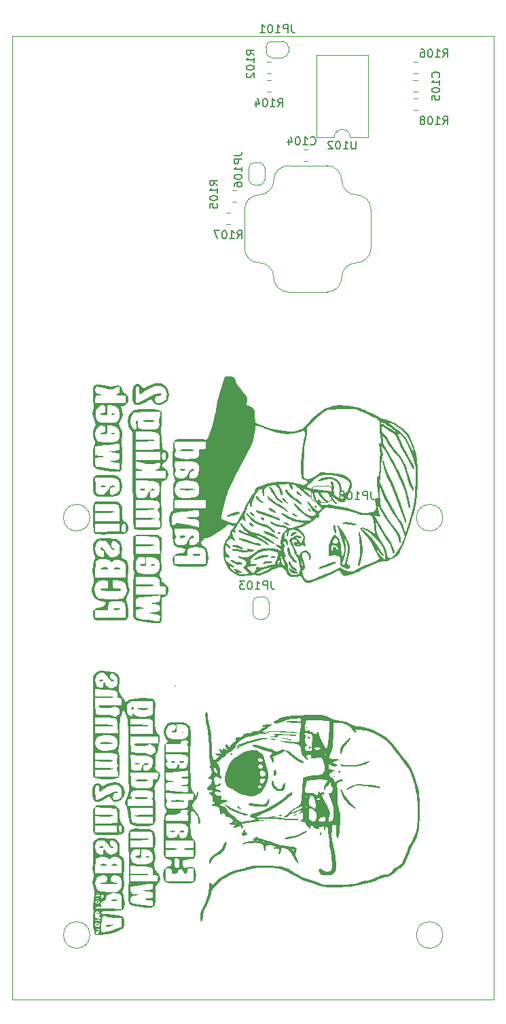
<source format=gbr>
%TF.GenerationSoftware,KiCad,Pcbnew,(6.0.11)*%
%TF.CreationDate,2023-06-04T21:12:16-05:00*%
%TF.ProjectId,Payload-Easy,5061796c-6f61-4642-9d45-6173792e6b69,1*%
%TF.SameCoordinates,Original*%
%TF.FileFunction,Legend,Bot*%
%TF.FilePolarity,Positive*%
%FSLAX46Y46*%
G04 Gerber Fmt 4.6, Leading zero omitted, Abs format (unit mm)*
G04 Created by KiCad (PCBNEW (6.0.11)) date 2023-06-04 21:12:16*
%MOMM*%
%LPD*%
G01*
G04 APERTURE LIST*
%TA.AperFunction,Profile*%
%ADD10C,0.100000*%
%TD*%
%ADD11C,0.150000*%
%TA.AperFunction,Profile*%
%ADD12C,0.010000*%
%TD*%
%ADD13C,0.120000*%
G04 APERTURE END LIST*
D10*
X163650000Y-100000000D02*
G75*
G03*
X163650000Y-100000000I-1650000J0D01*
G01*
X163650000Y-152000000D02*
G75*
G03*
X163650000Y-152000000I-1650000J0D01*
G01*
X110000000Y-40000000D02*
X170000000Y-40000000D01*
X170000000Y-40000000D02*
X170000000Y-160000000D01*
X170000000Y-160000000D02*
X110000000Y-160000000D01*
X110000000Y-160000000D02*
X110000000Y-40000000D01*
X119650000Y-152000000D02*
G75*
G03*
X119650000Y-152000000I-1650000J0D01*
G01*
X119650000Y-100000000D02*
G75*
G03*
X119650000Y-100000000I-1650000J0D01*
G01*
D11*
%TO.C,JP101*%
X144787714Y-38568380D02*
X144787714Y-39282666D01*
X144835333Y-39425523D01*
X144930571Y-39520761D01*
X145073428Y-39568380D01*
X145168666Y-39568380D01*
X144311523Y-39568380D02*
X144311523Y-38568380D01*
X143930571Y-38568380D01*
X143835333Y-38616000D01*
X143787714Y-38663619D01*
X143740095Y-38758857D01*
X143740095Y-38901714D01*
X143787714Y-38996952D01*
X143835333Y-39044571D01*
X143930571Y-39092190D01*
X144311523Y-39092190D01*
X142787714Y-39568380D02*
X143359142Y-39568380D01*
X143073428Y-39568380D02*
X143073428Y-38568380D01*
X143168666Y-38711238D01*
X143263904Y-38806476D01*
X143359142Y-38854095D01*
X142168666Y-38568380D02*
X142073428Y-38568380D01*
X141978190Y-38616000D01*
X141930571Y-38663619D01*
X141882952Y-38758857D01*
X141835333Y-38949333D01*
X141835333Y-39187428D01*
X141882952Y-39377904D01*
X141930571Y-39473142D01*
X141978190Y-39520761D01*
X142073428Y-39568380D01*
X142168666Y-39568380D01*
X142263904Y-39520761D01*
X142311523Y-39473142D01*
X142359142Y-39377904D01*
X142406761Y-39187428D01*
X142406761Y-38949333D01*
X142359142Y-38758857D01*
X142311523Y-38663619D01*
X142263904Y-38616000D01*
X142168666Y-38568380D01*
X140882952Y-39568380D02*
X141454380Y-39568380D01*
X141168666Y-39568380D02*
X141168666Y-38568380D01*
X141263904Y-38711238D01*
X141359142Y-38806476D01*
X141454380Y-38854095D01*
%TO.C,R106*%
X163679047Y-42616380D02*
X164012380Y-42140190D01*
X164250476Y-42616380D02*
X164250476Y-41616380D01*
X163869523Y-41616380D01*
X163774285Y-41664000D01*
X163726666Y-41711619D01*
X163679047Y-41806857D01*
X163679047Y-41949714D01*
X163726666Y-42044952D01*
X163774285Y-42092571D01*
X163869523Y-42140190D01*
X164250476Y-42140190D01*
X162726666Y-42616380D02*
X163298095Y-42616380D01*
X163012380Y-42616380D02*
X163012380Y-41616380D01*
X163107619Y-41759238D01*
X163202857Y-41854476D01*
X163298095Y-41902095D01*
X162107619Y-41616380D02*
X162012380Y-41616380D01*
X161917142Y-41664000D01*
X161869523Y-41711619D01*
X161821904Y-41806857D01*
X161774285Y-41997333D01*
X161774285Y-42235428D01*
X161821904Y-42425904D01*
X161869523Y-42521142D01*
X161917142Y-42568761D01*
X162012380Y-42616380D01*
X162107619Y-42616380D01*
X162202857Y-42568761D01*
X162250476Y-42521142D01*
X162298095Y-42425904D01*
X162345714Y-42235428D01*
X162345714Y-41997333D01*
X162298095Y-41806857D01*
X162250476Y-41711619D01*
X162202857Y-41664000D01*
X162107619Y-41616380D01*
X160917142Y-41616380D02*
X161107619Y-41616380D01*
X161202857Y-41664000D01*
X161250476Y-41711619D01*
X161345714Y-41854476D01*
X161393333Y-42044952D01*
X161393333Y-42425904D01*
X161345714Y-42521142D01*
X161298095Y-42568761D01*
X161202857Y-42616380D01*
X161012380Y-42616380D01*
X160917142Y-42568761D01*
X160869523Y-42521142D01*
X160821904Y-42425904D01*
X160821904Y-42187809D01*
X160869523Y-42092571D01*
X160917142Y-42044952D01*
X161012380Y-41997333D01*
X161202857Y-41997333D01*
X161298095Y-42044952D01*
X161345714Y-42092571D01*
X161393333Y-42187809D01*
%TO.C,R108*%
X163679047Y-50998380D02*
X164012380Y-50522190D01*
X164250476Y-50998380D02*
X164250476Y-49998380D01*
X163869523Y-49998380D01*
X163774285Y-50046000D01*
X163726666Y-50093619D01*
X163679047Y-50188857D01*
X163679047Y-50331714D01*
X163726666Y-50426952D01*
X163774285Y-50474571D01*
X163869523Y-50522190D01*
X164250476Y-50522190D01*
X162726666Y-50998380D02*
X163298095Y-50998380D01*
X163012380Y-50998380D02*
X163012380Y-49998380D01*
X163107619Y-50141238D01*
X163202857Y-50236476D01*
X163298095Y-50284095D01*
X162107619Y-49998380D02*
X162012380Y-49998380D01*
X161917142Y-50046000D01*
X161869523Y-50093619D01*
X161821904Y-50188857D01*
X161774285Y-50379333D01*
X161774285Y-50617428D01*
X161821904Y-50807904D01*
X161869523Y-50903142D01*
X161917142Y-50950761D01*
X162012380Y-50998380D01*
X162107619Y-50998380D01*
X162202857Y-50950761D01*
X162250476Y-50903142D01*
X162298095Y-50807904D01*
X162345714Y-50617428D01*
X162345714Y-50379333D01*
X162298095Y-50188857D01*
X162250476Y-50093619D01*
X162202857Y-50046000D01*
X162107619Y-49998380D01*
X161202857Y-50426952D02*
X161298095Y-50379333D01*
X161345714Y-50331714D01*
X161393333Y-50236476D01*
X161393333Y-50188857D01*
X161345714Y-50093619D01*
X161298095Y-50046000D01*
X161202857Y-49998380D01*
X161012380Y-49998380D01*
X160917142Y-50046000D01*
X160869523Y-50093619D01*
X160821904Y-50188857D01*
X160821904Y-50236476D01*
X160869523Y-50331714D01*
X160917142Y-50379333D01*
X161012380Y-50426952D01*
X161202857Y-50426952D01*
X161298095Y-50474571D01*
X161345714Y-50522190D01*
X161393333Y-50617428D01*
X161393333Y-50807904D01*
X161345714Y-50903142D01*
X161298095Y-50950761D01*
X161202857Y-50998380D01*
X161012380Y-50998380D01*
X160917142Y-50950761D01*
X160869523Y-50903142D01*
X160821904Y-50807904D01*
X160821904Y-50617428D01*
X160869523Y-50522190D01*
X160917142Y-50474571D01*
X161012380Y-50426952D01*
%TO.C,U102*%
X152819785Y-53080380D02*
X152819785Y-53889904D01*
X152772166Y-53985142D01*
X152724547Y-54032761D01*
X152629309Y-54080380D01*
X152438833Y-54080380D01*
X152343595Y-54032761D01*
X152295976Y-53985142D01*
X152248357Y-53889904D01*
X152248357Y-53080380D01*
X151248357Y-54080380D02*
X151819785Y-54080380D01*
X151534071Y-54080380D02*
X151534071Y-53080380D01*
X151629309Y-53223238D01*
X151724547Y-53318476D01*
X151819785Y-53366095D01*
X150629309Y-53080380D02*
X150534071Y-53080380D01*
X150438833Y-53128000D01*
X150391214Y-53175619D01*
X150343595Y-53270857D01*
X150295976Y-53461333D01*
X150295976Y-53699428D01*
X150343595Y-53889904D01*
X150391214Y-53985142D01*
X150438833Y-54032761D01*
X150534071Y-54080380D01*
X150629309Y-54080380D01*
X150724547Y-54032761D01*
X150772166Y-53985142D01*
X150819785Y-53889904D01*
X150867404Y-53699428D01*
X150867404Y-53461333D01*
X150819785Y-53270857D01*
X150772166Y-53175619D01*
X150724547Y-53128000D01*
X150629309Y-53080380D01*
X149915023Y-53175619D02*
X149867404Y-53128000D01*
X149772166Y-53080380D01*
X149534071Y-53080380D01*
X149438833Y-53128000D01*
X149391214Y-53175619D01*
X149343595Y-53270857D01*
X149343595Y-53366095D01*
X149391214Y-53508952D01*
X149962642Y-54080380D01*
X149343595Y-54080380D01*
%TO.C,R102*%
X140152380Y-42314952D02*
X139676190Y-41981619D01*
X140152380Y-41743523D02*
X139152380Y-41743523D01*
X139152380Y-42124476D01*
X139200000Y-42219714D01*
X139247619Y-42267333D01*
X139342857Y-42314952D01*
X139485714Y-42314952D01*
X139580952Y-42267333D01*
X139628571Y-42219714D01*
X139676190Y-42124476D01*
X139676190Y-41743523D01*
X140152380Y-43267333D02*
X140152380Y-42695904D01*
X140152380Y-42981619D02*
X139152380Y-42981619D01*
X139295238Y-42886380D01*
X139390476Y-42791142D01*
X139438095Y-42695904D01*
X139152380Y-43886380D02*
X139152380Y-43981619D01*
X139200000Y-44076857D01*
X139247619Y-44124476D01*
X139342857Y-44172095D01*
X139533333Y-44219714D01*
X139771428Y-44219714D01*
X139961904Y-44172095D01*
X140057142Y-44124476D01*
X140104761Y-44076857D01*
X140152380Y-43981619D01*
X140152380Y-43886380D01*
X140104761Y-43791142D01*
X140057142Y-43743523D01*
X139961904Y-43695904D01*
X139771428Y-43648285D01*
X139533333Y-43648285D01*
X139342857Y-43695904D01*
X139247619Y-43743523D01*
X139200000Y-43791142D01*
X139152380Y-43886380D01*
X139247619Y-44600666D02*
X139200000Y-44648285D01*
X139152380Y-44743523D01*
X139152380Y-44981619D01*
X139200000Y-45076857D01*
X139247619Y-45124476D01*
X139342857Y-45172095D01*
X139438095Y-45172095D01*
X139580952Y-45124476D01*
X140152380Y-44553047D01*
X140152380Y-45172095D01*
%TO.C,JP106*%
X137628380Y-54856285D02*
X138342666Y-54856285D01*
X138485523Y-54808666D01*
X138580761Y-54713428D01*
X138628380Y-54570571D01*
X138628380Y-54475333D01*
X138628380Y-55332476D02*
X137628380Y-55332476D01*
X137628380Y-55713428D01*
X137676000Y-55808666D01*
X137723619Y-55856285D01*
X137818857Y-55903904D01*
X137961714Y-55903904D01*
X138056952Y-55856285D01*
X138104571Y-55808666D01*
X138152190Y-55713428D01*
X138152190Y-55332476D01*
X138628380Y-56856285D02*
X138628380Y-56284857D01*
X138628380Y-56570571D02*
X137628380Y-56570571D01*
X137771238Y-56475333D01*
X137866476Y-56380095D01*
X137914095Y-56284857D01*
X137628380Y-57475333D02*
X137628380Y-57570571D01*
X137676000Y-57665809D01*
X137723619Y-57713428D01*
X137818857Y-57761047D01*
X138009333Y-57808666D01*
X138247428Y-57808666D01*
X138437904Y-57761047D01*
X138533142Y-57713428D01*
X138580761Y-57665809D01*
X138628380Y-57570571D01*
X138628380Y-57475333D01*
X138580761Y-57380095D01*
X138533142Y-57332476D01*
X138437904Y-57284857D01*
X138247428Y-57237238D01*
X138009333Y-57237238D01*
X137818857Y-57284857D01*
X137723619Y-57332476D01*
X137676000Y-57380095D01*
X137628380Y-57475333D01*
X137628380Y-58665809D02*
X137628380Y-58475333D01*
X137676000Y-58380095D01*
X137723619Y-58332476D01*
X137866476Y-58237238D01*
X138056952Y-58189619D01*
X138437904Y-58189619D01*
X138533142Y-58237238D01*
X138580761Y-58284857D01*
X138628380Y-58380095D01*
X138628380Y-58570571D01*
X138580761Y-58665809D01*
X138533142Y-58713428D01*
X138437904Y-58761047D01*
X138199809Y-58761047D01*
X138104571Y-58713428D01*
X138056952Y-58665809D01*
X138009333Y-58570571D01*
X138009333Y-58380095D01*
X138056952Y-58284857D01*
X138104571Y-58237238D01*
X138199809Y-58189619D01*
%TO.C,C104*%
X147169047Y-53443142D02*
X147216666Y-53490761D01*
X147359523Y-53538380D01*
X147454761Y-53538380D01*
X147597619Y-53490761D01*
X147692857Y-53395523D01*
X147740476Y-53300285D01*
X147788095Y-53109809D01*
X147788095Y-52966952D01*
X147740476Y-52776476D01*
X147692857Y-52681238D01*
X147597619Y-52586000D01*
X147454761Y-52538380D01*
X147359523Y-52538380D01*
X147216666Y-52586000D01*
X147169047Y-52633619D01*
X146216666Y-53538380D02*
X146788095Y-53538380D01*
X146502380Y-53538380D02*
X146502380Y-52538380D01*
X146597619Y-52681238D01*
X146692857Y-52776476D01*
X146788095Y-52824095D01*
X145597619Y-52538380D02*
X145502380Y-52538380D01*
X145407142Y-52586000D01*
X145359523Y-52633619D01*
X145311904Y-52728857D01*
X145264285Y-52919333D01*
X145264285Y-53157428D01*
X145311904Y-53347904D01*
X145359523Y-53443142D01*
X145407142Y-53490761D01*
X145502380Y-53538380D01*
X145597619Y-53538380D01*
X145692857Y-53490761D01*
X145740476Y-53443142D01*
X145788095Y-53347904D01*
X145835714Y-53157428D01*
X145835714Y-52919333D01*
X145788095Y-52728857D01*
X145740476Y-52633619D01*
X145692857Y-52586000D01*
X145597619Y-52538380D01*
X144407142Y-52871714D02*
X144407142Y-53538380D01*
X144645238Y-52490761D02*
X144883333Y-53205047D01*
X144264285Y-53205047D01*
%TO.C,C105*%
X163171142Y-45108952D02*
X163218761Y-45061333D01*
X163266380Y-44918476D01*
X163266380Y-44823238D01*
X163218761Y-44680380D01*
X163123523Y-44585142D01*
X163028285Y-44537523D01*
X162837809Y-44489904D01*
X162694952Y-44489904D01*
X162504476Y-44537523D01*
X162409238Y-44585142D01*
X162314000Y-44680380D01*
X162266380Y-44823238D01*
X162266380Y-44918476D01*
X162314000Y-45061333D01*
X162361619Y-45108952D01*
X163266380Y-46061333D02*
X163266380Y-45489904D01*
X163266380Y-45775619D02*
X162266380Y-45775619D01*
X162409238Y-45680380D01*
X162504476Y-45585142D01*
X162552095Y-45489904D01*
X162266380Y-46680380D02*
X162266380Y-46775619D01*
X162314000Y-46870857D01*
X162361619Y-46918476D01*
X162456857Y-46966095D01*
X162647333Y-47013714D01*
X162885428Y-47013714D01*
X163075904Y-46966095D01*
X163171142Y-46918476D01*
X163218761Y-46870857D01*
X163266380Y-46775619D01*
X163266380Y-46680380D01*
X163218761Y-46585142D01*
X163171142Y-46537523D01*
X163075904Y-46489904D01*
X162885428Y-46442285D01*
X162647333Y-46442285D01*
X162456857Y-46489904D01*
X162361619Y-46537523D01*
X162314000Y-46585142D01*
X162266380Y-46680380D01*
X162266380Y-47918476D02*
X162266380Y-47442285D01*
X162742571Y-47394666D01*
X162694952Y-47442285D01*
X162647333Y-47537523D01*
X162647333Y-47775619D01*
X162694952Y-47870857D01*
X162742571Y-47918476D01*
X162837809Y-47966095D01*
X163075904Y-47966095D01*
X163171142Y-47918476D01*
X163218761Y-47870857D01*
X163266380Y-47775619D01*
X163266380Y-47537523D01*
X163218761Y-47442285D01*
X163171142Y-47394666D01*
%TO.C,JP103*%
X142247714Y-107910380D02*
X142247714Y-108624666D01*
X142295333Y-108767523D01*
X142390571Y-108862761D01*
X142533428Y-108910380D01*
X142628666Y-108910380D01*
X141771523Y-108910380D02*
X141771523Y-107910380D01*
X141390571Y-107910380D01*
X141295333Y-107958000D01*
X141247714Y-108005619D01*
X141200095Y-108100857D01*
X141200095Y-108243714D01*
X141247714Y-108338952D01*
X141295333Y-108386571D01*
X141390571Y-108434190D01*
X141771523Y-108434190D01*
X140247714Y-108910380D02*
X140819142Y-108910380D01*
X140533428Y-108910380D02*
X140533428Y-107910380D01*
X140628666Y-108053238D01*
X140723904Y-108148476D01*
X140819142Y-108196095D01*
X139628666Y-107910380D02*
X139533428Y-107910380D01*
X139438190Y-107958000D01*
X139390571Y-108005619D01*
X139342952Y-108100857D01*
X139295333Y-108291333D01*
X139295333Y-108529428D01*
X139342952Y-108719904D01*
X139390571Y-108815142D01*
X139438190Y-108862761D01*
X139533428Y-108910380D01*
X139628666Y-108910380D01*
X139723904Y-108862761D01*
X139771523Y-108815142D01*
X139819142Y-108719904D01*
X139866761Y-108529428D01*
X139866761Y-108291333D01*
X139819142Y-108100857D01*
X139771523Y-108005619D01*
X139723904Y-107958000D01*
X139628666Y-107910380D01*
X138962000Y-107910380D02*
X138342952Y-107910380D01*
X138676285Y-108291333D01*
X138533428Y-108291333D01*
X138438190Y-108338952D01*
X138390571Y-108386571D01*
X138342952Y-108481809D01*
X138342952Y-108719904D01*
X138390571Y-108815142D01*
X138438190Y-108862761D01*
X138533428Y-108910380D01*
X138819142Y-108910380D01*
X138914380Y-108862761D01*
X138962000Y-108815142D01*
%TO.C,R107*%
X138025047Y-65222380D02*
X138358380Y-64746190D01*
X138596476Y-65222380D02*
X138596476Y-64222380D01*
X138215523Y-64222380D01*
X138120285Y-64270000D01*
X138072666Y-64317619D01*
X138025047Y-64412857D01*
X138025047Y-64555714D01*
X138072666Y-64650952D01*
X138120285Y-64698571D01*
X138215523Y-64746190D01*
X138596476Y-64746190D01*
X137072666Y-65222380D02*
X137644095Y-65222380D01*
X137358380Y-65222380D02*
X137358380Y-64222380D01*
X137453619Y-64365238D01*
X137548857Y-64460476D01*
X137644095Y-64508095D01*
X136453619Y-64222380D02*
X136358380Y-64222380D01*
X136263142Y-64270000D01*
X136215523Y-64317619D01*
X136167904Y-64412857D01*
X136120285Y-64603333D01*
X136120285Y-64841428D01*
X136167904Y-65031904D01*
X136215523Y-65127142D01*
X136263142Y-65174761D01*
X136358380Y-65222380D01*
X136453619Y-65222380D01*
X136548857Y-65174761D01*
X136596476Y-65127142D01*
X136644095Y-65031904D01*
X136691714Y-64841428D01*
X136691714Y-64603333D01*
X136644095Y-64412857D01*
X136596476Y-64317619D01*
X136548857Y-64270000D01*
X136453619Y-64222380D01*
X135786952Y-64222380D02*
X135120285Y-64222380D01*
X135548857Y-65222380D01*
%TO.C,JP108*%
X154693714Y-96734380D02*
X154693714Y-97448666D01*
X154741333Y-97591523D01*
X154836571Y-97686761D01*
X154979428Y-97734380D01*
X155074666Y-97734380D01*
X154217523Y-97734380D02*
X154217523Y-96734380D01*
X153836571Y-96734380D01*
X153741333Y-96782000D01*
X153693714Y-96829619D01*
X153646095Y-96924857D01*
X153646095Y-97067714D01*
X153693714Y-97162952D01*
X153741333Y-97210571D01*
X153836571Y-97258190D01*
X154217523Y-97258190D01*
X152693714Y-97734380D02*
X153265142Y-97734380D01*
X152979428Y-97734380D02*
X152979428Y-96734380D01*
X153074666Y-96877238D01*
X153169904Y-96972476D01*
X153265142Y-97020095D01*
X152074666Y-96734380D02*
X151979428Y-96734380D01*
X151884190Y-96782000D01*
X151836571Y-96829619D01*
X151788952Y-96924857D01*
X151741333Y-97115333D01*
X151741333Y-97353428D01*
X151788952Y-97543904D01*
X151836571Y-97639142D01*
X151884190Y-97686761D01*
X151979428Y-97734380D01*
X152074666Y-97734380D01*
X152169904Y-97686761D01*
X152217523Y-97639142D01*
X152265142Y-97543904D01*
X152312761Y-97353428D01*
X152312761Y-97115333D01*
X152265142Y-96924857D01*
X152217523Y-96829619D01*
X152169904Y-96782000D01*
X152074666Y-96734380D01*
X151169904Y-97162952D02*
X151265142Y-97115333D01*
X151312761Y-97067714D01*
X151360380Y-96972476D01*
X151360380Y-96924857D01*
X151312761Y-96829619D01*
X151265142Y-96782000D01*
X151169904Y-96734380D01*
X150979428Y-96734380D01*
X150884190Y-96782000D01*
X150836571Y-96829619D01*
X150788952Y-96924857D01*
X150788952Y-96972476D01*
X150836571Y-97067714D01*
X150884190Y-97115333D01*
X150979428Y-97162952D01*
X151169904Y-97162952D01*
X151265142Y-97210571D01*
X151312761Y-97258190D01*
X151360380Y-97353428D01*
X151360380Y-97543904D01*
X151312761Y-97639142D01*
X151265142Y-97686761D01*
X151169904Y-97734380D01*
X150979428Y-97734380D01*
X150884190Y-97686761D01*
X150836571Y-97639142D01*
X150788952Y-97543904D01*
X150788952Y-97353428D01*
X150836571Y-97258190D01*
X150884190Y-97210571D01*
X150979428Y-97162952D01*
%TO.C,R104*%
X143100547Y-48772380D02*
X143433880Y-48296190D01*
X143671976Y-48772380D02*
X143671976Y-47772380D01*
X143291023Y-47772380D01*
X143195785Y-47820000D01*
X143148166Y-47867619D01*
X143100547Y-47962857D01*
X143100547Y-48105714D01*
X143148166Y-48200952D01*
X143195785Y-48248571D01*
X143291023Y-48296190D01*
X143671976Y-48296190D01*
X142148166Y-48772380D02*
X142719595Y-48772380D01*
X142433880Y-48772380D02*
X142433880Y-47772380D01*
X142529119Y-47915238D01*
X142624357Y-48010476D01*
X142719595Y-48058095D01*
X141529119Y-47772380D02*
X141433880Y-47772380D01*
X141338642Y-47820000D01*
X141291023Y-47867619D01*
X141243404Y-47962857D01*
X141195785Y-48153333D01*
X141195785Y-48391428D01*
X141243404Y-48581904D01*
X141291023Y-48677142D01*
X141338642Y-48724761D01*
X141433880Y-48772380D01*
X141529119Y-48772380D01*
X141624357Y-48724761D01*
X141671976Y-48677142D01*
X141719595Y-48581904D01*
X141767214Y-48391428D01*
X141767214Y-48153333D01*
X141719595Y-47962857D01*
X141671976Y-47867619D01*
X141624357Y-47820000D01*
X141529119Y-47772380D01*
X140338642Y-48105714D02*
X140338642Y-48772380D01*
X140576738Y-47724761D02*
X140814833Y-48439047D01*
X140195785Y-48439047D01*
%TO.C,R105*%
X135580380Y-58570952D02*
X135104190Y-58237619D01*
X135580380Y-57999523D02*
X134580380Y-57999523D01*
X134580380Y-58380476D01*
X134628000Y-58475714D01*
X134675619Y-58523333D01*
X134770857Y-58570952D01*
X134913714Y-58570952D01*
X135008952Y-58523333D01*
X135056571Y-58475714D01*
X135104190Y-58380476D01*
X135104190Y-57999523D01*
X135580380Y-59523333D02*
X135580380Y-58951904D01*
X135580380Y-59237619D02*
X134580380Y-59237619D01*
X134723238Y-59142380D01*
X134818476Y-59047142D01*
X134866095Y-58951904D01*
X134580380Y-60142380D02*
X134580380Y-60237619D01*
X134628000Y-60332857D01*
X134675619Y-60380476D01*
X134770857Y-60428095D01*
X134961333Y-60475714D01*
X135199428Y-60475714D01*
X135389904Y-60428095D01*
X135485142Y-60380476D01*
X135532761Y-60332857D01*
X135580380Y-60237619D01*
X135580380Y-60142380D01*
X135532761Y-60047142D01*
X135485142Y-59999523D01*
X135389904Y-59951904D01*
X135199428Y-59904285D01*
X134961333Y-59904285D01*
X134770857Y-59951904D01*
X134675619Y-59999523D01*
X134628000Y-60047142D01*
X134580380Y-60142380D01*
X134580380Y-61380476D02*
X134580380Y-60904285D01*
X135056571Y-60856666D01*
X135008952Y-60904285D01*
X134961333Y-60999523D01*
X134961333Y-61237619D01*
X135008952Y-61332857D01*
X135056571Y-61380476D01*
X135151809Y-61428095D01*
X135389904Y-61428095D01*
X135485142Y-61380476D01*
X135532761Y-61332857D01*
X135580380Y-61237619D01*
X135580380Y-60999523D01*
X135532761Y-60904285D01*
X135485142Y-60856666D01*
D12*
%TO.C,U103*%
X144397000Y-71883000D02*
X149227000Y-71883000D01*
X154687000Y-66423000D02*
X154687000Y-61593000D01*
X138937000Y-61593000D02*
X138937000Y-66423000D01*
X149227000Y-56133000D02*
X144397000Y-56133000D01*
X151047000Y-57953000D02*
G75*
G03*
X152867000Y-59773000I1820000J0D01*
G01*
X138937000Y-66423000D02*
G75*
G03*
X140757000Y-68243000I1820001J1D01*
G01*
X152867000Y-68243000D02*
G75*
G03*
X154687000Y-66423000I0J1820000D01*
G01*
X140757000Y-59773000D02*
G75*
G03*
X138937000Y-61593000I1J-1820001D01*
G01*
X149227000Y-71883000D02*
G75*
G03*
X151047000Y-70063000I0J1820000D01*
G01*
X140757000Y-59773000D02*
G75*
G03*
X142577000Y-57953000I-1J1820001D01*
G01*
X154687000Y-61593000D02*
G75*
G03*
X152867000Y-59773000I-1820000J0D01*
G01*
X142577000Y-70063000D02*
G75*
G03*
X144397000Y-71883000I1820001J1D01*
G01*
X151047000Y-57953000D02*
G75*
G03*
X149227000Y-56133000I-1820000J0D01*
G01*
X152867000Y-68243000D02*
G75*
G03*
X151047000Y-70063000I0J-1820000D01*
G01*
X144397000Y-56133000D02*
G75*
G03*
X142577000Y-57953000I1J-1820001D01*
G01*
X142577000Y-70063000D02*
G75*
G03*
X140757000Y-68243000I-1820001J-1D01*
G01*
D13*
%TO.C,JP101*%
X141602000Y-41356000D02*
X141602000Y-41956000D01*
X142302000Y-42656000D02*
X143702000Y-42656000D01*
X144402000Y-41956000D02*
X144402000Y-41356000D01*
X143702000Y-40656000D02*
X142302000Y-40656000D01*
X141602000Y-41956000D02*
G75*
G03*
X142302000Y-42656000I699999J-1D01*
G01*
X143702000Y-42656000D02*
G75*
G03*
X144402000Y-41956000I0J700000D01*
G01*
X144402000Y-41356000D02*
G75*
G03*
X143702000Y-40656000I-700000J0D01*
G01*
X142302000Y-40656000D02*
G75*
G03*
X141602000Y-41356000I-1J-699999D01*
G01*
%TO.C,R106*%
X160042436Y-43207000D02*
X160496564Y-43207000D01*
X160042436Y-44677000D02*
X160496564Y-44677000D01*
%TO.C,R108*%
X160496564Y-47779000D02*
X160042436Y-47779000D01*
X160496564Y-49249000D02*
X160042436Y-49249000D01*
%TO.C,U102*%
X154340500Y-52628000D02*
X152105500Y-52628000D01*
X147870500Y-52628000D02*
X147870500Y-42348000D01*
X147870500Y-42348000D02*
X154340500Y-42348000D01*
X150105500Y-52628000D02*
X147870500Y-52628000D01*
X154340500Y-42348000D02*
X154340500Y-52628000D01*
X152105500Y-52628000D02*
G75*
G03*
X150105500Y-52628000I-1000000J0D01*
G01*
%TO.C,G\u002A\u002A\u002A*%
G36*
X142027946Y-135142462D02*
G01*
X141996469Y-135388366D01*
X141945034Y-135581590D01*
X141824619Y-135842410D01*
X141629386Y-135980868D01*
X141303812Y-136025366D01*
X140792373Y-136004307D01*
X140329207Y-135965084D01*
X139930078Y-135920050D01*
X139687788Y-135879449D01*
X139539605Y-135840967D01*
X139405822Y-135806536D01*
X139397703Y-135792480D01*
X139450812Y-135663339D01*
X139598699Y-135590363D01*
X139915952Y-135614412D01*
X140080063Y-135643541D01*
X140503595Y-135690970D01*
X140963812Y-135717736D01*
X141249235Y-135721695D01*
X141508831Y-135696079D01*
X141636817Y-135610537D01*
X141699873Y-135439900D01*
X141780417Y-135239470D01*
X141925089Y-135092131D01*
X141949013Y-135085668D01*
X142027946Y-135142462D01*
G37*
G36*
X127526649Y-113130435D02*
G01*
X126974929Y-113077777D01*
X126403323Y-112996069D01*
X125877834Y-112894374D01*
X125464463Y-112781755D01*
X125229214Y-112667276D01*
X125158902Y-112583793D01*
X125103435Y-112450950D01*
X125063675Y-112238914D01*
X125036952Y-111914680D01*
X125020591Y-111445243D01*
X125016369Y-111129885D01*
X125339231Y-111129885D01*
X125827692Y-111129885D01*
X125837570Y-111129903D01*
X126183126Y-111165561D01*
X126304440Y-111245548D01*
X126197482Y-111334555D01*
X125858221Y-111397273D01*
X125707131Y-111411551D01*
X125492884Y-111470019D01*
X125400181Y-111624955D01*
X125362936Y-111950124D01*
X125360617Y-111983029D01*
X125358205Y-112300368D01*
X125429797Y-112458315D01*
X125607166Y-112532660D01*
X125634548Y-112539055D01*
X125971141Y-112603366D01*
X126422930Y-112673531D01*
X126930484Y-112742376D01*
X127434373Y-112802733D01*
X127875167Y-112847430D01*
X128193435Y-112869297D01*
X128329748Y-112861162D01*
X128371884Y-112729537D01*
X128392115Y-112460284D01*
X128388515Y-112348481D01*
X128333867Y-112190333D01*
X128162921Y-112104492D01*
X127812067Y-112045472D01*
X127409224Y-111990845D01*
X127118307Y-111941407D01*
X127042570Y-111902227D01*
X127166916Y-111862845D01*
X127476250Y-111812802D01*
X127776223Y-111766794D01*
X128121763Y-111696464D01*
X128305775Y-111609634D01*
X128378985Y-111475972D01*
X128392115Y-111265147D01*
X128383441Y-111095188D01*
X128314131Y-110954106D01*
X128123455Y-110869538D01*
X127751010Y-110797416D01*
X127109904Y-110690550D01*
X127751010Y-110600723D01*
X128113313Y-110543308D01*
X128308664Y-110468279D01*
X128381368Y-110327888D01*
X128392115Y-110072091D01*
X128392115Y-109633285D01*
X127895905Y-109712633D01*
X127641045Y-109749005D01*
X127149366Y-109807807D01*
X126644222Y-109858189D01*
X126193978Y-109898643D01*
X125772019Y-109950254D01*
X125518409Y-110020678D01*
X125390303Y-110133702D01*
X125344858Y-110313112D01*
X125339231Y-110582692D01*
X125339231Y-111129885D01*
X125016369Y-111129885D01*
X125011921Y-110797596D01*
X125008269Y-109938735D01*
X125009880Y-109542385D01*
X125339231Y-109542385D01*
X129124808Y-109542385D01*
X129124808Y-109053923D01*
X129123891Y-108913910D01*
X129093286Y-108673405D01*
X128973843Y-108580717D01*
X128705081Y-108565462D01*
X128658765Y-108565383D01*
X128404635Y-108543589D01*
X128323303Y-108432531D01*
X128351264Y-108159310D01*
X128374963Y-107934069D01*
X128334059Y-107681342D01*
X128174682Y-107511157D01*
X127865637Y-107408360D01*
X127375733Y-107357795D01*
X126882193Y-107348312D01*
X126673778Y-107344308D01*
X125339231Y-107344308D01*
X125339231Y-108321231D01*
X126560385Y-108321231D01*
X126842207Y-108323823D01*
X127340601Y-108345603D01*
X127665440Y-108386617D01*
X127781538Y-108443346D01*
X127755618Y-108471529D01*
X127537813Y-108521368D01*
X127127673Y-108553852D01*
X126560385Y-108565462D01*
X125339231Y-108565462D01*
X125339231Y-109542385D01*
X125009880Y-109542385D01*
X125011502Y-109143215D01*
X125025899Y-108398422D01*
X125050514Y-107816986D01*
X125084170Y-107425834D01*
X125125690Y-107251894D01*
X125131141Y-107244716D01*
X125180297Y-106994424D01*
X125096087Y-106554441D01*
X125071526Y-106457289D01*
X125008953Y-105999774D01*
X125011519Y-105947899D01*
X125339355Y-105947899D01*
X125399343Y-106390886D01*
X125555257Y-106729225D01*
X125730791Y-106882781D01*
X126034939Y-106995448D01*
X126514377Y-107063388D01*
X126882193Y-107082463D01*
X127520193Y-107024770D01*
X127983927Y-106842233D01*
X128252008Y-106541279D01*
X128374378Y-106161034D01*
X128365773Y-105665180D01*
X128158317Y-105265624D01*
X127774689Y-104999014D01*
X127237570Y-104902000D01*
X126682500Y-104902000D01*
X126682500Y-105451519D01*
X126679815Y-105699567D01*
X126641381Y-105911365D01*
X126514930Y-105989699D01*
X126247889Y-106001039D01*
X126189120Y-106000138D01*
X125940341Y-105962018D01*
X125888750Y-105878923D01*
X126003736Y-105801833D01*
X126262303Y-105756808D01*
X126434429Y-105737224D01*
X126537195Y-105618817D01*
X126560385Y-105329404D01*
X126560360Y-105308061D01*
X126538169Y-105032655D01*
X126425823Y-104922210D01*
X126151907Y-104902000D01*
X125829603Y-104954376D01*
X125541330Y-105125317D01*
X125510767Y-105163249D01*
X125376196Y-105504080D01*
X125339355Y-105947899D01*
X125011519Y-105947899D01*
X125028287Y-105608874D01*
X125066641Y-105411246D01*
X125089543Y-105222118D01*
X125096726Y-104991527D01*
X125088051Y-104668915D01*
X125080983Y-104535654D01*
X125339231Y-104535654D01*
X128386882Y-104535654D01*
X128374174Y-103650317D01*
X128371943Y-103515862D01*
X128347070Y-103033572D01*
X128269235Y-102704769D01*
X128100202Y-102500109D01*
X127801738Y-102390252D01*
X127335607Y-102345855D01*
X126663574Y-102337577D01*
X125339231Y-102337577D01*
X125339231Y-103314500D01*
X126560385Y-103314500D01*
X126842207Y-103317092D01*
X127340601Y-103338873D01*
X127665440Y-103379887D01*
X127781538Y-103436615D01*
X127755618Y-103464798D01*
X127537813Y-103514637D01*
X127127673Y-103547121D01*
X126560385Y-103558731D01*
X125339231Y-103558731D01*
X125339231Y-104535654D01*
X125080983Y-104535654D01*
X125063378Y-104203728D01*
X125022567Y-103545409D01*
X125001131Y-103176302D01*
X124999853Y-102724277D01*
X125069660Y-102419624D01*
X125245178Y-102233273D01*
X125561036Y-102136157D01*
X126051861Y-102099204D01*
X126752280Y-102093346D01*
X126852547Y-102093410D01*
X127437147Y-102099169D01*
X127834444Y-102119692D01*
X128094271Y-102162624D01*
X128266458Y-102235612D01*
X128400840Y-102346302D01*
X128472794Y-102423995D01*
X128565664Y-102579012D01*
X128610172Y-102796326D01*
X128614943Y-103136237D01*
X128588601Y-103659042D01*
X128557344Y-104174936D01*
X128532707Y-104640712D01*
X128523383Y-104977750D01*
X128529318Y-105249558D01*
X128550460Y-105519645D01*
X128586755Y-105851520D01*
X128610446Y-106137611D01*
X128584225Y-106515183D01*
X128460368Y-106800945D01*
X128386882Y-106924252D01*
X128360082Y-106969222D01*
X128329450Y-107157659D01*
X128448372Y-107374510D01*
X128568654Y-107596088D01*
X128636346Y-107856805D01*
X128636538Y-107863991D01*
X128743644Y-108065700D01*
X128988384Y-108252774D01*
X129181333Y-108385500D01*
X129412462Y-108727263D01*
X129459004Y-109124942D01*
X129320585Y-109509674D01*
X128996832Y-109812596D01*
X128636346Y-110019487D01*
X128636346Y-111493169D01*
X128635127Y-112007947D01*
X128625944Y-112466083D01*
X128600931Y-112759697D01*
X128552251Y-112933064D01*
X128472063Y-113030462D01*
X128352528Y-113096168D01*
X128306417Y-113112344D01*
X128193435Y-113124089D01*
X127992479Y-113144978D01*
X127526649Y-113130435D01*
G37*
G36*
X120562495Y-151976719D02*
G01*
X120271442Y-151977481D01*
X120245614Y-151696129D01*
X120351214Y-151696129D01*
X120370268Y-151848057D01*
X120562495Y-151916423D01*
X120720284Y-151863333D01*
X120850301Y-151614005D01*
X120871607Y-151409483D01*
X120882019Y-151406218D01*
X120872277Y-151403056D01*
X120875332Y-151373728D01*
X120787822Y-151222387D01*
X120574042Y-151200775D01*
X121065192Y-151200775D01*
X121065315Y-151246548D01*
X121087375Y-151530127D01*
X121182522Y-151648831D01*
X121401010Y-151673387D01*
X121442846Y-151671559D01*
X121753863Y-151615906D01*
X122194373Y-151498234D01*
X122683221Y-151339665D01*
X123629615Y-151004748D01*
X123629615Y-149840462D01*
X122652692Y-149840462D01*
X122565299Y-149840055D01*
X122101951Y-149821317D01*
X121790023Y-149778821D01*
X121675769Y-149718346D01*
X121637376Y-149650687D01*
X121448137Y-149596231D01*
X121319659Y-149631409D01*
X121214727Y-149801824D01*
X121142848Y-150162794D01*
X121127734Y-150282087D01*
X121083135Y-150769329D01*
X121065192Y-151200775D01*
X120574042Y-151200775D01*
X120525849Y-151195903D01*
X120517161Y-151196541D01*
X120410237Y-151204395D01*
X120381479Y-151235073D01*
X120576731Y-151307147D01*
X120872277Y-151403056D01*
X120871607Y-151409483D01*
X120607260Y-151492390D01*
X120496915Y-151540394D01*
X120351214Y-151696129D01*
X120245614Y-151696129D01*
X120232207Y-151550077D01*
X120228629Y-151514953D01*
X120165345Y-151197942D01*
X120074349Y-151001450D01*
X120028964Y-150875401D01*
X120025430Y-150816505D01*
X120102766Y-150816505D01*
X120199218Y-150695269D01*
X120233745Y-150648546D01*
X120310966Y-150603097D01*
X120330630Y-150779267D01*
X120358956Y-150901090D01*
X120517161Y-151024470D01*
X120725942Y-151004811D01*
X120882838Y-150832276D01*
X120899243Y-150655122D01*
X120877556Y-150631912D01*
X120751276Y-150496764D01*
X120447736Y-150471229D01*
X120265982Y-150535056D01*
X120119066Y-150695269D01*
X120109063Y-150733203D01*
X120102766Y-150816505D01*
X120025430Y-150816505D01*
X120009173Y-150545607D01*
X120033263Y-150131514D01*
X120332500Y-150131514D01*
X120418791Y-150194553D01*
X120639613Y-150235735D01*
X120877556Y-150237771D01*
X121014256Y-150190431D01*
X121017414Y-150184314D01*
X120944651Y-150113751D01*
X120749297Y-150089959D01*
X120706053Y-150084692D01*
X120696211Y-150084709D01*
X120438998Y-150098857D01*
X120332500Y-150131514D01*
X120033263Y-150131514D01*
X120035935Y-150085584D01*
X120069224Y-149693343D01*
X120083943Y-149414404D01*
X120296045Y-149414404D01*
X120304603Y-149748875D01*
X120329958Y-149804092D01*
X120503025Y-149918938D01*
X120749297Y-149969407D01*
X120969708Y-149944510D01*
X121065192Y-149833255D01*
X121050186Y-149784418D01*
X120925372Y-149790346D01*
X120924636Y-149790799D01*
X120834065Y-149777776D01*
X120847232Y-149554098D01*
X120857631Y-149461151D01*
X120804741Y-149193952D01*
X120660030Y-149027850D01*
X120474705Y-149034296D01*
X120388055Y-149129040D01*
X120296045Y-149414404D01*
X120083943Y-149414404D01*
X120093030Y-149242194D01*
X120093205Y-148924596D01*
X120087276Y-148826099D01*
X120073871Y-148398399D01*
X120346666Y-148398399D01*
X120351524Y-148506633D01*
X120424087Y-148660826D01*
X120430336Y-148663553D01*
X120607201Y-148685888D01*
X120972838Y-148706505D01*
X121477800Y-148723214D01*
X122072644Y-148733826D01*
X123629615Y-148750896D01*
X123629615Y-147961132D01*
X123623963Y-147679559D01*
X123561080Y-147227932D01*
X123400951Y-146956008D01*
X123109511Y-146822864D01*
X122652692Y-146787577D01*
X122589758Y-146788926D01*
X122529008Y-146790228D01*
X122049024Y-146880729D01*
X121767593Y-147104555D01*
X121675769Y-147467934D01*
X121675386Y-147497587D01*
X121609096Y-147708804D01*
X121383546Y-147764500D01*
X121163373Y-147809381D01*
X121121147Y-147866021D01*
X121007714Y-148018174D01*
X121027748Y-148393828D01*
X121064731Y-148563795D01*
X121038943Y-148600651D01*
X120895512Y-148436135D01*
X120764282Y-148312087D01*
X120727606Y-148359813D01*
X120732030Y-148390967D01*
X120673588Y-148551458D01*
X120658843Y-148552855D01*
X120531782Y-148564891D01*
X120417979Y-148412364D01*
X120406390Y-148368467D01*
X120365901Y-148266857D01*
X120346666Y-148398399D01*
X120073871Y-148398399D01*
X120070490Y-148290526D01*
X120092741Y-147886615D01*
X120332500Y-147886615D01*
X120334747Y-147914111D01*
X120452455Y-148059018D01*
X120658843Y-148095985D01*
X120828201Y-147997017D01*
X120870006Y-147821370D01*
X120755710Y-147678516D01*
X120576731Y-147682283D01*
X120523881Y-147683395D01*
X120430509Y-147735829D01*
X120332500Y-147886615D01*
X120092741Y-147886615D01*
X120096202Y-147823783D01*
X120143235Y-147481797D01*
X120403372Y-147481797D01*
X120576731Y-147500988D01*
X120744716Y-147483966D01*
X120729375Y-147439395D01*
X120674099Y-147423266D01*
X120652180Y-147424680D01*
X120424087Y-147439395D01*
X120403372Y-147481797D01*
X120143235Y-147481797D01*
X120171533Y-147276039D01*
X120176200Y-147241148D01*
X121065192Y-147241148D01*
X121070858Y-147420128D01*
X121121147Y-147492911D01*
X121262815Y-147374982D01*
X121372167Y-147193539D01*
X121351682Y-146996122D01*
X121180101Y-146909692D01*
X121101694Y-146999390D01*
X121065192Y-147241148D01*
X120176200Y-147241148D01*
X120193892Y-147108873D01*
X120271442Y-147108873D01*
X120593585Y-147172908D01*
X120652180Y-147183575D01*
X120851875Y-147176279D01*
X120887820Y-147042789D01*
X120833075Y-146933241D01*
X120626735Y-146836633D01*
X120547157Y-146832968D01*
X120475246Y-146840072D01*
X120637788Y-146885804D01*
X120754276Y-146918848D01*
X120777420Y-146964264D01*
X120576731Y-147027925D01*
X120332453Y-147092696D01*
X120271442Y-147108873D01*
X120193892Y-147108873D01*
X120207053Y-147010476D01*
X120208245Y-146550509D01*
X120101502Y-146139443D01*
X120004234Y-145821409D01*
X119992095Y-145499075D01*
X119996951Y-145474807D01*
X120335027Y-145474807D01*
X120379490Y-145929930D01*
X120565864Y-146316116D01*
X120631121Y-146390842D01*
X120782341Y-146506019D01*
X121001494Y-146577085D01*
X121347347Y-146618806D01*
X121878665Y-146645946D01*
X122139004Y-146654886D01*
X122589758Y-146657281D01*
X122889537Y-146626250D01*
X123102763Y-146551660D01*
X123293858Y-146423381D01*
X123503751Y-146217836D01*
X123604841Y-145967294D01*
X123629615Y-145576486D01*
X123613826Y-145299563D01*
X123479737Y-144891039D01*
X123193051Y-144661374D01*
X122734663Y-144589500D01*
X122662370Y-144589753D01*
X122404591Y-144615976D01*
X122303688Y-144735062D01*
X122286346Y-145016904D01*
X122286399Y-145049436D01*
X122309811Y-145318751D01*
X122427290Y-145425404D01*
X122713750Y-145444308D01*
X122769841Y-145445363D01*
X123033805Y-145485709D01*
X123141154Y-145566423D01*
X123128980Y-145586623D01*
X122944381Y-145640273D01*
X122568729Y-145675730D01*
X122042115Y-145688539D01*
X121860313Y-145687186D01*
X121377464Y-145666675D01*
X121058355Y-145624936D01*
X120943077Y-145566423D01*
X120946768Y-145550397D01*
X121087980Y-145474979D01*
X121370481Y-145444308D01*
X121403013Y-145444255D01*
X121672328Y-145420843D01*
X121778981Y-145303364D01*
X121797885Y-145016904D01*
X121796792Y-144890787D01*
X121761153Y-144682331D01*
X121622168Y-144602439D01*
X121309423Y-144589500D01*
X120953520Y-144629639D01*
X120576731Y-144833731D01*
X120431738Y-145051306D01*
X120335027Y-145474807D01*
X119996951Y-145474807D01*
X120076007Y-145079763D01*
X120138720Y-144800967D01*
X120162340Y-144467916D01*
X120106340Y-144284212D01*
X120332453Y-144284212D01*
X123629527Y-144284212D01*
X123629571Y-143466857D01*
X123623964Y-143108738D01*
X123589357Y-142790267D01*
X123506899Y-142596564D01*
X123358213Y-142459405D01*
X123333498Y-142442716D01*
X122949994Y-142294314D01*
X122553435Y-142296216D01*
X122245872Y-142449343D01*
X122198918Y-142495066D01*
X122073797Y-142566941D01*
X121996751Y-142449343D01*
X121971364Y-142412813D01*
X121760583Y-142320284D01*
X121420532Y-142272437D01*
X121183315Y-142271647D01*
X121036639Y-142271158D01*
X120694332Y-142318333D01*
X120479039Y-142415846D01*
X120410006Y-142573170D01*
X120353358Y-142933231D01*
X120332477Y-143423298D01*
X120332453Y-144284212D01*
X120106340Y-144284212D01*
X120087009Y-144220799D01*
X120054036Y-144141022D01*
X119998246Y-143754499D01*
X120018578Y-143204517D01*
X120049858Y-142857759D01*
X120084045Y-142282873D01*
X120086499Y-141718327D01*
X120059619Y-141037581D01*
X120056847Y-140971463D01*
X120338636Y-140971463D01*
X120367445Y-141384488D01*
X120485144Y-141689765D01*
X120667811Y-141840628D01*
X120973606Y-141970574D01*
X121183315Y-142005815D01*
X121289219Y-141930480D01*
X121309423Y-141671969D01*
X121313726Y-141550240D01*
X121375249Y-141328792D01*
X121494521Y-141342004D01*
X121652015Y-141594304D01*
X121887522Y-141869133D01*
X122227110Y-141991562D01*
X122591957Y-141963384D01*
X122905198Y-141790725D01*
X123089966Y-141479711D01*
X123100322Y-141434699D01*
X123110126Y-140987448D01*
X122973774Y-140588876D01*
X122725551Y-140302878D01*
X122399739Y-140193346D01*
X122314215Y-140207897D01*
X122173708Y-140355974D01*
X122150567Y-140593512D01*
X122240444Y-140832718D01*
X122438990Y-140985798D01*
X122573082Y-141031262D01*
X122632353Y-141083126D01*
X122472559Y-141136404D01*
X122321369Y-141142805D01*
X122106212Y-140988115D01*
X121910334Y-140678530D01*
X121655560Y-140379193D01*
X121391920Y-140232360D01*
X121060626Y-140193346D01*
X120983888Y-140194524D01*
X120643177Y-140256267D01*
X120458912Y-140429549D01*
X120401230Y-140571386D01*
X120338636Y-140971463D01*
X120056847Y-140971463D01*
X120052820Y-140875436D01*
X120070229Y-140546791D01*
X120168598Y-140325048D01*
X120382582Y-140110754D01*
X120592289Y-139951817D01*
X120866408Y-139856999D01*
X121237390Y-139879506D01*
X121334836Y-139892568D01*
X121820459Y-139933559D01*
X122303789Y-139946157D01*
X122674090Y-139963979D01*
X122925690Y-140061099D01*
X123141058Y-140279564D01*
X123204113Y-140363059D01*
X123328905Y-140600209D01*
X123370890Y-140889455D01*
X123348733Y-141324727D01*
X123334517Y-141500887D01*
X123328470Y-141844646D01*
X123380258Y-142037254D01*
X123502167Y-142144338D01*
X123586645Y-142199517D01*
X123829032Y-142532682D01*
X123952402Y-143042923D01*
X123947145Y-143696723D01*
X123928701Y-143880733D01*
X123887381Y-144362416D01*
X123876138Y-144716905D01*
X123894758Y-145032614D01*
X123943028Y-145397957D01*
X123964057Y-145743850D01*
X123841361Y-146252765D01*
X123777638Y-146390614D01*
X123728414Y-146660997D01*
X123824535Y-146970750D01*
X123888966Y-147159074D01*
X123965833Y-147599278D01*
X123984479Y-148075997D01*
X123943956Y-148498235D01*
X123843317Y-148774995D01*
X123805354Y-148816722D01*
X123658266Y-148897541D01*
X123629615Y-148903373D01*
X123401118Y-148949883D01*
X122989232Y-148980491D01*
X122377933Y-148996105D01*
X122196790Y-148999124D01*
X121649159Y-149017712D01*
X121301374Y-149051292D01*
X121118398Y-149104863D01*
X121065192Y-149183425D01*
X121097732Y-149273885D01*
X121278894Y-149360679D01*
X121742459Y-149384058D01*
X122545498Y-149451319D01*
X123177567Y-149543153D01*
X123614352Y-149655524D01*
X123831539Y-149784396D01*
X123886713Y-149880794D01*
X123980397Y-150258900D01*
X123978157Y-150693429D01*
X123875628Y-151058287D01*
X123719177Y-151224098D01*
X123349880Y-151439739D01*
X122845541Y-151642818D01*
X122266557Y-151813191D01*
X121673328Y-151930714D01*
X121401010Y-151952880D01*
X121126250Y-151975244D01*
X120562495Y-151976719D01*
G37*
G36*
X122672530Y-89416245D02*
G01*
X122774808Y-89515462D01*
X122729010Y-89586438D01*
X122530577Y-89637577D01*
X122388624Y-89614678D01*
X122286346Y-89515462D01*
X122332143Y-89444485D01*
X122530577Y-89393346D01*
X122672530Y-89416245D01*
G37*
G36*
X156222153Y-92866051D02*
G01*
X156275759Y-92941652D01*
X156378042Y-93204530D01*
X156479706Y-93575422D01*
X156483966Y-93593482D01*
X156624420Y-94034205D01*
X156842964Y-94567223D01*
X157094176Y-95081224D01*
X157094638Y-95082080D01*
X157363725Y-95616375D01*
X157620655Y-96186340D01*
X157809865Y-96668724D01*
X157943644Y-97043334D01*
X158165464Y-97632374D01*
X158381936Y-98178199D01*
X158409420Y-98245866D01*
X158596722Y-98744906D01*
X158776409Y-99280093D01*
X158933205Y-99798331D01*
X159051831Y-100246525D01*
X159117008Y-100571580D01*
X159113458Y-100720401D01*
X159043175Y-100685950D01*
X158939866Y-100491098D01*
X158917111Y-100432073D01*
X158741149Y-99969311D01*
X158511453Y-99358050D01*
X158253747Y-98667406D01*
X157993760Y-97966499D01*
X157757218Y-97324446D01*
X157569847Y-96810366D01*
X157563828Y-96793759D01*
X157336924Y-96224116D01*
X157072193Y-95638733D01*
X156825696Y-95161808D01*
X156650402Y-94820160D01*
X156425284Y-94275872D01*
X156278301Y-93789500D01*
X156257064Y-93690905D01*
X156164431Y-93229681D01*
X156129210Y-92962726D01*
X156149188Y-92853648D01*
X156222153Y-92866051D01*
G37*
G36*
X147864638Y-98450550D02*
G01*
X147930577Y-98613058D01*
X147916800Y-98697323D01*
X147808462Y-98796231D01*
X147752285Y-98775565D01*
X147686346Y-98613058D01*
X147700123Y-98528793D01*
X147808462Y-98429885D01*
X147864638Y-98450550D01*
G37*
G36*
X148532571Y-139246952D02*
G01*
X148504894Y-139477632D01*
X148419038Y-139582769D01*
X148341411Y-139565100D01*
X148317552Y-139440695D01*
X148419038Y-139155365D01*
X148474431Y-139037411D01*
X148517729Y-139029740D01*
X148532571Y-139246952D01*
G37*
G36*
X131353413Y-126679779D02*
G01*
X131374128Y-126722182D01*
X131200769Y-126741373D01*
X131032784Y-126724350D01*
X131048125Y-126679779D01*
X131103401Y-126663651D01*
X131353413Y-126679779D01*
G37*
G36*
X150210064Y-132174436D02*
G01*
X150229169Y-132211166D01*
X150128654Y-132255846D01*
X150064006Y-132247033D01*
X150047244Y-132174436D01*
X150065142Y-132159821D01*
X150210064Y-132174436D01*
G37*
G36*
X137764471Y-103383157D02*
G01*
X137955656Y-103429035D01*
X138369909Y-103560305D01*
X138661613Y-103698348D01*
X138771923Y-103817777D01*
X138770646Y-103840829D01*
X138708451Y-103913506D01*
X138517478Y-103897965D01*
X138149040Y-103792207D01*
X138115043Y-103781332D01*
X137795929Y-103679945D01*
X137581298Y-103612866D01*
X137479716Y-103568976D01*
X137417470Y-103461503D01*
X137527290Y-103380875D01*
X137764471Y-103383157D01*
G37*
G36*
X142923846Y-126956672D02*
G01*
X143385574Y-126971971D01*
X144027488Y-126987410D01*
X144627356Y-126996574D01*
X144726223Y-126998095D01*
X145118543Y-127019020D01*
X145366873Y-127057634D01*
X145421106Y-127106968D01*
X145409578Y-127114537D01*
X145209199Y-127149774D01*
X144845908Y-127155556D01*
X144389231Y-127130308D01*
X144219606Y-127116608D01*
X143644737Y-127088610D01*
X143272776Y-127104816D01*
X143116399Y-127163813D01*
X143188283Y-127264188D01*
X143192927Y-127311164D01*
X142999877Y-127344599D01*
X142618558Y-127348833D01*
X142512437Y-127345833D01*
X142218882Y-127330421D01*
X142164122Y-127309587D01*
X142343798Y-127282274D01*
X142606167Y-127235919D01*
X142780348Y-127145536D01*
X142737258Y-127048658D01*
X142465913Y-126973094D01*
X142449221Y-126970593D01*
X142409753Y-126952422D01*
X142578719Y-126947396D01*
X142923846Y-126956672D01*
G37*
G36*
X147128135Y-128490995D02*
G01*
X147197885Y-128653442D01*
X147164319Y-128750174D01*
X146984183Y-128826975D01*
X146879389Y-128809410D01*
X146923886Y-128755487D01*
X146982589Y-128718462D01*
X147008266Y-128581955D01*
X146992457Y-128543558D01*
X147068562Y-128470269D01*
X147128135Y-128490995D01*
G37*
G36*
X127543283Y-105765327D02*
G01*
X127720481Y-105878923D01*
X127688467Y-105963057D01*
X127476250Y-106001039D01*
X127275818Y-105968949D01*
X127232019Y-105878923D01*
X127271416Y-105834227D01*
X127476250Y-105756808D01*
X127543283Y-105765327D01*
G37*
G36*
X144002642Y-100563273D02*
G01*
X144242592Y-100639703D01*
X144442147Y-100761767D01*
X144482324Y-100803926D01*
X144507140Y-100916799D01*
X144362679Y-100939261D01*
X144099723Y-100857163D01*
X143877649Y-100725031D01*
X143778654Y-100600131D01*
X143820135Y-100556312D01*
X144002642Y-100563273D01*
G37*
G36*
X130591022Y-135186616D02*
G01*
X131029333Y-135202803D01*
X131332053Y-135246089D01*
X131445000Y-135308731D01*
X131445000Y-135308849D01*
X131331684Y-135371465D01*
X131028688Y-135414711D01*
X130590192Y-135430846D01*
X130589363Y-135430846D01*
X130151051Y-135414658D01*
X129848332Y-135371373D01*
X129735385Y-135308731D01*
X129735385Y-135308612D01*
X129848700Y-135245996D01*
X130151697Y-135202751D01*
X130590192Y-135186615D01*
X130591022Y-135186616D01*
G37*
G36*
X141913050Y-97267451D02*
G01*
X142079177Y-97478116D01*
X142261170Y-97665567D01*
X142612679Y-97940524D01*
X143021703Y-98200617D01*
X143221752Y-98314265D01*
X143772963Y-98643424D01*
X144126838Y-98887977D01*
X144302104Y-99062075D01*
X144317486Y-99179870D01*
X144237690Y-99224842D01*
X144041290Y-99130136D01*
X143915110Y-99037109D01*
X143604642Y-98837679D01*
X143229135Y-98617224D01*
X142996734Y-98482509D01*
X142564617Y-98214005D01*
X142221683Y-97979771D01*
X142216599Y-97975976D01*
X141932017Y-97689878D01*
X141828676Y-97416218D01*
X141828978Y-97396992D01*
X141844582Y-97244100D01*
X141913050Y-97267451D01*
G37*
G36*
X142697227Y-104810203D02*
G01*
X142801731Y-104902000D01*
X142725935Y-104982314D01*
X142496442Y-105024115D01*
X142295658Y-104993797D01*
X142191154Y-104902000D01*
X142266950Y-104821686D01*
X142496442Y-104779885D01*
X142697227Y-104810203D01*
G37*
G36*
X120732220Y-150590726D02*
G01*
X120759904Y-150695269D01*
X120734909Y-150728619D01*
X120569524Y-150817385D01*
X120542261Y-150813889D01*
X120454615Y-150695269D01*
X120477915Y-150636910D01*
X120644995Y-150573154D01*
X120732220Y-150590726D01*
G37*
G36*
X120184366Y-101862084D02*
G01*
X120159234Y-101814206D01*
X120153074Y-101788058D01*
X120332055Y-101788058D01*
X123385385Y-101713042D01*
X123385385Y-101238539D01*
X123629615Y-101238539D01*
X123630367Y-101346407D01*
X123640982Y-101621564D01*
X123660144Y-101736343D01*
X123795926Y-101774190D01*
X124005578Y-101780319D01*
X124097622Y-101633511D01*
X124118077Y-101288791D01*
X124118051Y-101268269D01*
X124099610Y-100938710D01*
X124027655Y-100786817D01*
X123873846Y-100750077D01*
X123732877Y-100777732D01*
X123650096Y-100918969D01*
X123629615Y-101238539D01*
X123385385Y-101238539D01*
X123385385Y-100750077D01*
X120332500Y-100750077D01*
X120332278Y-101269067D01*
X120332055Y-101788058D01*
X120153074Y-101788058D01*
X120089936Y-101520049D01*
X120042155Y-101062546D01*
X120015698Y-100499803D01*
X120015218Y-100444789D01*
X120332500Y-100444789D01*
X123381925Y-100444789D01*
X123367773Y-99528923D01*
X123366613Y-99469691D01*
X123340981Y-99011880D01*
X123293144Y-98650891D01*
X123232435Y-98460414D01*
X123168856Y-98416731D01*
X122900609Y-98355020D01*
X122424105Y-98319288D01*
X121721875Y-98307769D01*
X120332500Y-98307769D01*
X120332500Y-99162577D01*
X121553654Y-99162577D01*
X121835476Y-99165169D01*
X122333870Y-99186950D01*
X122658709Y-99227964D01*
X122774808Y-99284692D01*
X122748887Y-99312875D01*
X122531082Y-99362714D01*
X122120942Y-99395198D01*
X121553654Y-99406808D01*
X120332500Y-99406808D01*
X120332500Y-100444789D01*
X120015218Y-100444789D01*
X120010376Y-99889927D01*
X120025996Y-99291023D01*
X120062368Y-98761197D01*
X120119300Y-98358555D01*
X120196602Y-98141203D01*
X120251446Y-98088801D01*
X120410436Y-98015625D01*
X120680002Y-97970536D01*
X121104616Y-97947735D01*
X121728753Y-97941423D01*
X122336849Y-97946165D01*
X122755754Y-97965658D01*
X123032288Y-98007678D01*
X123217480Y-98080003D01*
X123362358Y-98190411D01*
X123549171Y-98416850D01*
X123646065Y-98648344D01*
X123694339Y-99325010D01*
X123728830Y-99986856D01*
X123757108Y-100289701D01*
X123835150Y-100462039D01*
X123991665Y-100505846D01*
X124220749Y-100586742D01*
X124399994Y-100833102D01*
X124476772Y-101171912D01*
X124435791Y-101528340D01*
X124261757Y-101827551D01*
X124185632Y-101891013D01*
X124035374Y-101961252D01*
X124005578Y-101967506D01*
X123801683Y-102010301D01*
X123444360Y-102043065D01*
X122923207Y-102064449D01*
X122198026Y-102079357D01*
X121983894Y-102082643D01*
X121332678Y-102089452D01*
X120875057Y-102084560D01*
X120571225Y-102063673D01*
X120381371Y-102022495D01*
X120332055Y-101994459D01*
X120265688Y-101956730D01*
X120184366Y-101862084D01*
G37*
G36*
X121856974Y-106201719D02*
G01*
X122012359Y-106336856D01*
X122010288Y-106393977D01*
X121857692Y-106466739D01*
X121487820Y-106489500D01*
X121345499Y-106488636D01*
X121081543Y-106470552D01*
X121004064Y-106414161D01*
X121070368Y-106300091D01*
X121277329Y-106182033D01*
X121576509Y-106148728D01*
X121856974Y-106201719D01*
G37*
G36*
X144887266Y-141977265D02*
G01*
X144668862Y-141633431D01*
X144426989Y-141420997D01*
X144263998Y-141346236D01*
X144877692Y-141346236D01*
X144883312Y-141365824D01*
X144999808Y-141475558D01*
X145047111Y-141494639D01*
X145121923Y-141421707D01*
X145117230Y-141386261D01*
X144999808Y-141292385D01*
X144972172Y-141293785D01*
X144877692Y-141346236D01*
X144263998Y-141346236D01*
X144082425Y-141262952D01*
X143847265Y-141177772D01*
X143633637Y-141120687D01*
X143549270Y-141156591D01*
X143534423Y-141288244D01*
X143512394Y-141521105D01*
X143411944Y-141794279D01*
X143261863Y-141902962D01*
X143193128Y-141803516D01*
X143210054Y-141540432D01*
X143243611Y-141304576D01*
X143169640Y-141217864D01*
X142920030Y-141250408D01*
X142662540Y-141269543D01*
X142557500Y-141185534D01*
X142589738Y-141111364D01*
X142771202Y-141035981D01*
X142775001Y-141035755D01*
X142862353Y-141006404D01*
X142768064Y-140953636D01*
X142550344Y-140893579D01*
X142267403Y-140842357D01*
X141977452Y-140816096D01*
X141733157Y-140824265D01*
X141606046Y-140919003D01*
X141580577Y-141170269D01*
X141580568Y-141174827D01*
X141544203Y-141430501D01*
X141458462Y-141536615D01*
X141443427Y-141533405D01*
X141367334Y-141394544D01*
X141336346Y-141113918D01*
X141336097Y-141065561D01*
X141304008Y-140807784D01*
X141285465Y-140788418D01*
X141169530Y-140667337D01*
X140863670Y-140563943D01*
X140811414Y-140551400D01*
X140542596Y-140526193D01*
X140355706Y-140508668D01*
X139785331Y-140530747D01*
X139202860Y-140609419D01*
X138710865Y-140736463D01*
X138584462Y-140775221D01*
X138578658Y-140735628D01*
X138754923Y-140569914D01*
X139069058Y-140388006D01*
X139239286Y-140363799D01*
X141125188Y-140363799D01*
X141127079Y-140405485D01*
X141285465Y-140427936D01*
X141405498Y-140408381D01*
X141359243Y-140354158D01*
X141288626Y-140334648D01*
X141125188Y-140363799D01*
X139239286Y-140363799D01*
X139579202Y-140315462D01*
X139814062Y-140302758D01*
X140000304Y-140254404D01*
X140481538Y-140254404D01*
X140542596Y-140315462D01*
X140603654Y-140254404D01*
X140542596Y-140193346D01*
X140481538Y-140254404D01*
X140000304Y-140254404D01*
X140059295Y-140239088D01*
X140118458Y-140140966D01*
X139962548Y-140029990D01*
X139902722Y-139989651D01*
X140013430Y-139958756D01*
X140117605Y-139936008D01*
X140265310Y-139804051D01*
X140267113Y-139798917D01*
X140374057Y-139741709D01*
X140607946Y-139865108D01*
X140881092Y-139999677D01*
X141234195Y-140071231D01*
X141475184Y-140102615D01*
X141641635Y-140193346D01*
X141718329Y-140258590D01*
X141950648Y-140315462D01*
X142128746Y-140348180D01*
X142476412Y-140460618D01*
X142885188Y-140625476D01*
X143519788Y-140845534D01*
X144324274Y-140941156D01*
X144601837Y-140952983D01*
X145028561Y-141015557D01*
X145296711Y-141118181D01*
X145415608Y-141217755D01*
X145463497Y-141366746D01*
X145360571Y-141608105D01*
X145327755Y-141671631D01*
X145260461Y-141880774D01*
X145301111Y-142098441D01*
X145461939Y-142422981D01*
X145543455Y-142580045D01*
X145656780Y-142846505D01*
X145675041Y-142978048D01*
X145625275Y-142999904D01*
X145456231Y-142897025D01*
X145228171Y-142594921D01*
X145047111Y-142272362D01*
X144958614Y-142114705D01*
X144887266Y-141977265D01*
G37*
G36*
X139016154Y-139033250D02*
G01*
X139029931Y-139117515D01*
X139138269Y-139216423D01*
X139167328Y-139219816D01*
X139260385Y-139334242D01*
X139241820Y-139394027D01*
X139077944Y-139544110D01*
X138842211Y-139648988D01*
X138654577Y-139646775D01*
X138607868Y-139505155D01*
X138669047Y-139213724D01*
X138720706Y-139086608D01*
X138855251Y-138889254D01*
X138968530Y-138863775D01*
X139016154Y-139033250D01*
G37*
G36*
X120732220Y-147782072D02*
G01*
X120759904Y-147886615D01*
X120734909Y-147919965D01*
X120569524Y-148008731D01*
X120542261Y-148005236D01*
X120454615Y-147886615D01*
X120477915Y-147828256D01*
X120644995Y-147764500D01*
X120732220Y-147782072D01*
G37*
G36*
X145366154Y-137012767D02*
G01*
X145247921Y-137073053D01*
X144948926Y-137138592D01*
X144895649Y-137138234D01*
X144767312Y-137113127D01*
X144866659Y-137054742D01*
X145182981Y-136970758D01*
X145293380Y-136947794D01*
X145435087Y-136939932D01*
X145366154Y-137012767D01*
G37*
G36*
X138265478Y-128613885D02*
G01*
X137975671Y-128760368D01*
X137852051Y-128799637D01*
X137917115Y-128723959D01*
X137948324Y-128698048D01*
X138098125Y-128534075D01*
X138049407Y-128472985D01*
X137976772Y-128462148D01*
X137965761Y-128425589D01*
X138182947Y-128425589D01*
X138283462Y-128470269D01*
X138348109Y-128461457D01*
X138364872Y-128388859D01*
X138346974Y-128374244D01*
X138202051Y-128388859D01*
X138182947Y-128425589D01*
X137965761Y-128425589D01*
X137955421Y-128391259D01*
X137985339Y-128369276D01*
X138206214Y-128265957D01*
X138552500Y-128135042D01*
X138940277Y-128005152D01*
X139285623Y-127904907D01*
X139504615Y-127862927D01*
X139706319Y-127818197D01*
X139999095Y-127695725D01*
X140271257Y-127597659D01*
X140648139Y-127515085D01*
X141060334Y-127456041D01*
X141439443Y-127428042D01*
X141717067Y-127438597D01*
X141824808Y-127495219D01*
X141732240Y-127577818D01*
X141488132Y-127615462D01*
X141152764Y-127650849D01*
X140620898Y-127765524D01*
X139999632Y-127938417D01*
X139360383Y-128147656D01*
X138774571Y-128371369D01*
X138313614Y-128587684D01*
X138283462Y-128604096D01*
X138265478Y-128613885D01*
G37*
G36*
X120156251Y-135159444D02*
G01*
X120084363Y-135011193D01*
X119997272Y-134614722D01*
X119975619Y-134270750D01*
X120332500Y-134270750D01*
X120345572Y-134729384D01*
X120391122Y-135068766D01*
X120466348Y-135186615D01*
X120526807Y-135170940D01*
X120776202Y-135063590D01*
X121154995Y-134876838D01*
X121608302Y-134637096D01*
X121710062Y-134582194D01*
X122316187Y-134284800D01*
X122765623Y-134121109D01*
X123045052Y-134094836D01*
X123141154Y-134209692D01*
X123065358Y-134290006D01*
X122835865Y-134331808D01*
X122647253Y-134355097D01*
X122551575Y-134478891D01*
X122530577Y-134774476D01*
X122530830Y-134857656D01*
X122554173Y-135101640D01*
X122661195Y-135175566D01*
X122915813Y-135140097D01*
X123059156Y-135107678D01*
X123408320Y-134955163D01*
X123582352Y-134691174D01*
X123629615Y-134255798D01*
X123622910Y-134099582D01*
X123492360Y-133633293D01*
X123209477Y-133336719D01*
X122792996Y-133232769D01*
X122659705Y-133248103D01*
X122273948Y-133366158D01*
X121817033Y-133567184D01*
X121375194Y-133810781D01*
X121034663Y-134056549D01*
X121010241Y-134078188D01*
X120882879Y-134163604D01*
X120830889Y-134084546D01*
X120820962Y-133801215D01*
X120811161Y-133579811D01*
X120742235Y-133400321D01*
X120576731Y-133354885D01*
X120532768Y-133356321D01*
X120424906Y-133395877D01*
X120364571Y-133527726D01*
X120338268Y-133802480D01*
X120332500Y-134270750D01*
X119975619Y-134270750D01*
X119967231Y-134137511D01*
X119997807Y-133681058D01*
X120092566Y-133346857D01*
X120232135Y-133204987D01*
X120524029Y-133114135D01*
X120831217Y-133148529D01*
X121043720Y-133312178D01*
X121097317Y-133390974D01*
X121206515Y-133437456D01*
X121403462Y-133384536D01*
X121751951Y-133224298D01*
X122179947Y-133045307D01*
X122761435Y-132931458D01*
X123242643Y-133025700D01*
X123642112Y-133329058D01*
X123852772Y-133624293D01*
X124008612Y-134126678D01*
X123937333Y-134624079D01*
X123639009Y-135073894D01*
X123426682Y-135253122D01*
X123017362Y-135426510D01*
X122633662Y-135375409D01*
X122309343Y-135099177D01*
X122067739Y-134767508D01*
X121458353Y-135099177D01*
X121056724Y-135296916D01*
X120661851Y-135411296D01*
X120466348Y-135379594D01*
X120375360Y-135364840D01*
X120156251Y-135159444D01*
G37*
G36*
X142024691Y-98796681D02*
G01*
X142223576Y-98865019D01*
X142482076Y-99008786D01*
X142706143Y-99169287D01*
X142801731Y-99287828D01*
X142801137Y-99310886D01*
X142758667Y-99393955D01*
X142611537Y-99366210D01*
X142307205Y-99220499D01*
X142208252Y-99163362D01*
X142007894Y-98997342D01*
X141930050Y-98855994D01*
X142014045Y-98796231D01*
X142024691Y-98796681D01*
G37*
G36*
X125824630Y-130557950D02*
G01*
X125904951Y-130595349D01*
X125789746Y-130682278D01*
X125636031Y-130742549D01*
X125392871Y-130743455D01*
X125365013Y-130732370D01*
X125224242Y-130636555D01*
X125311837Y-130571717D01*
X125613990Y-130549944D01*
X125824630Y-130557950D01*
G37*
G36*
X147114626Y-127418467D02*
G01*
X147115792Y-127527532D01*
X146945891Y-127526699D01*
X146821021Y-127469695D01*
X146779061Y-127357348D01*
X146810234Y-127315222D01*
X146974782Y-127260181D01*
X147114626Y-127418467D01*
G37*
G36*
X123404036Y-106244380D02*
G01*
X123507500Y-106375614D01*
X123503819Y-106390538D01*
X123362627Y-106460889D01*
X123080096Y-106489500D01*
X122935847Y-106483028D01*
X122702355Y-106420151D01*
X122667199Y-106314150D01*
X122853069Y-106194508D01*
X122899352Y-106179759D01*
X123165428Y-106169162D01*
X123404036Y-106244380D01*
G37*
G36*
X139319021Y-99485848D02*
G01*
X139549680Y-99696312D01*
X139848361Y-99992156D01*
X139964114Y-100108284D01*
X140324400Y-100417908D01*
X140679313Y-100606798D01*
X141135062Y-100736385D01*
X141362923Y-100801277D01*
X141786460Y-100982627D01*
X142184863Y-101216442D01*
X142507796Y-101466758D01*
X142704919Y-101697607D01*
X142725897Y-101873025D01*
X142688814Y-101891765D01*
X142514506Y-101821878D01*
X142268975Y-101624854D01*
X142103315Y-101490291D01*
X141626284Y-101219047D01*
X141031058Y-100987039D01*
X140962210Y-100964982D01*
X140432985Y-100760815D01*
X140032360Y-100515324D01*
X139657260Y-100166978D01*
X139571595Y-100075094D01*
X139258979Y-99704856D01*
X139137227Y-99481578D01*
X139207255Y-99406808D01*
X139319021Y-99485848D01*
G37*
G36*
X141096388Y-99896825D02*
G01*
X141257131Y-99992304D01*
X141380295Y-100160348D01*
X141384406Y-100294966D01*
X141336190Y-100319615D01*
X141141234Y-100301194D01*
X141115161Y-100289041D01*
X140995270Y-100146582D01*
X140976582Y-99977174D01*
X141077163Y-99895269D01*
X141096388Y-99896825D01*
G37*
G36*
X126623673Y-134834281D02*
G01*
X126917592Y-134875920D01*
X126987788Y-134942385D01*
X126870311Y-134994998D01*
X126575757Y-135038607D01*
X126189501Y-135061192D01*
X125793342Y-135060782D01*
X125469084Y-135035405D01*
X125298526Y-134983090D01*
X125252112Y-134930976D01*
X125247162Y-134870990D01*
X125366984Y-134837677D01*
X125651389Y-134823338D01*
X126140188Y-134820269D01*
X126623673Y-134834281D01*
G37*
G36*
X150286658Y-105511116D02*
G01*
X150328703Y-105578469D01*
X150259501Y-105644210D01*
X150015202Y-105767866D01*
X149653574Y-105921412D01*
X149235883Y-106081492D01*
X148823398Y-106224751D01*
X148477389Y-106327834D01*
X148259123Y-106367385D01*
X148247568Y-106366383D01*
X148174808Y-106261104D01*
X148179779Y-106248088D01*
X148327842Y-106147522D01*
X148640057Y-106003354D01*
X149060144Y-105842211D01*
X149215329Y-105787509D01*
X149704272Y-105618736D01*
X150017261Y-105522348D01*
X150197117Y-105489442D01*
X150286658Y-105511116D01*
G37*
G36*
X131898740Y-96354330D02*
G01*
X132362088Y-96373067D01*
X132674015Y-96415564D01*
X132788269Y-96476039D01*
X132785013Y-96486963D01*
X132635116Y-96544881D01*
X132295143Y-96583872D01*
X131811346Y-96598154D01*
X131723953Y-96597747D01*
X131260605Y-96579010D01*
X130948677Y-96536513D01*
X130834423Y-96476039D01*
X130837679Y-96465114D01*
X130987577Y-96407196D01*
X131327550Y-96368205D01*
X131811346Y-96353923D01*
X131898740Y-96354330D01*
G37*
G36*
X121207146Y-120189322D02*
G01*
X121309423Y-120288539D01*
X121263626Y-120359515D01*
X121065192Y-120410654D01*
X120923239Y-120387755D01*
X120820962Y-120288539D01*
X120866759Y-120217562D01*
X121065192Y-120166423D01*
X121207146Y-120189322D01*
G37*
G36*
X153282560Y-101773012D02*
G01*
X153357884Y-101996765D01*
X153453898Y-102473105D01*
X153565777Y-103149298D01*
X153641900Y-103764403D01*
X153670000Y-104230629D01*
X153665101Y-104368444D01*
X153613340Y-104777945D01*
X153520011Y-105212792D01*
X153403733Y-105606148D01*
X153283125Y-105891176D01*
X153176808Y-106001039D01*
X153084795Y-105961933D01*
X153077625Y-105783688D01*
X153191498Y-105428940D01*
X153248799Y-105183572D01*
X153294905Y-104716892D01*
X153313409Y-104136533D01*
X153304084Y-103513847D01*
X153266702Y-102920183D01*
X153201037Y-102426889D01*
X153166055Y-102152148D01*
X153171534Y-101892143D01*
X153215406Y-101751951D01*
X153282560Y-101773012D01*
G37*
G36*
X126175930Y-132622307D02*
G01*
X126627580Y-132639890D01*
X126935204Y-132682777D01*
X127048846Y-132744308D01*
X127047989Y-132750034D01*
X126916117Y-132810254D01*
X126594462Y-132851271D01*
X126132981Y-132866423D01*
X126090032Y-132866309D01*
X125638382Y-132848726D01*
X125330758Y-132805839D01*
X125217115Y-132744308D01*
X125217972Y-132738581D01*
X125349845Y-132678361D01*
X125671500Y-132637345D01*
X126132981Y-132622192D01*
X126175930Y-132622307D01*
G37*
G36*
X142069038Y-137567865D02*
G01*
X142007981Y-137628923D01*
X141946923Y-137567865D01*
X142007981Y-137506808D01*
X142069038Y-137567865D01*
G37*
G36*
X127040545Y-142224715D02*
G01*
X127013408Y-142345451D01*
X126933605Y-142371647D01*
X126718295Y-142326553D01*
X126637988Y-142290798D01*
X126565835Y-142229027D01*
X126722587Y-142178557D01*
X126894029Y-142163656D01*
X127040545Y-142224715D01*
G37*
G36*
X152046633Y-100571032D02*
G01*
X152515886Y-100658051D01*
X152785845Y-100732971D01*
X152881518Y-100808483D01*
X152837359Y-100898872D01*
X152803489Y-100923599D01*
X152548387Y-100954095D01*
X152090955Y-100874221D01*
X151859056Y-100825962D01*
X151504560Y-100781926D01*
X151287331Y-100794782D01*
X151195311Y-100814844D01*
X151105577Y-100754474D01*
X151119388Y-100701755D01*
X151296096Y-100587381D01*
X151626364Y-100539677D01*
X152046633Y-100571032D01*
G37*
G36*
X143264401Y-101763839D02*
G01*
X143380810Y-101909814D01*
X143371603Y-102052641D01*
X143340655Y-102070288D01*
X143176201Y-102037310D01*
X143091578Y-101958330D01*
X143053362Y-101803835D01*
X143160870Y-101727000D01*
X143264401Y-101763839D01*
G37*
G36*
X151030971Y-133855924D02*
G01*
X151105577Y-134002086D01*
X151106504Y-134015594D01*
X151196621Y-134229146D01*
X151403366Y-134559164D01*
X151683278Y-134947946D01*
X151992898Y-135337789D01*
X152288765Y-135670992D01*
X152527419Y-135889853D01*
X152576641Y-135927144D01*
X152762146Y-136108437D01*
X152795645Y-136223791D01*
X152766007Y-136236286D01*
X152580855Y-136184261D01*
X152310996Y-136033096D01*
X152028727Y-135832490D01*
X151806347Y-135632140D01*
X151716154Y-135481744D01*
X151688087Y-135383211D01*
X151520805Y-135211544D01*
X151472253Y-135175682D01*
X151286274Y-134949045D01*
X151103286Y-134625428D01*
X151080558Y-134576224D01*
X150913297Y-134156955D01*
X150881859Y-133918720D01*
X150983462Y-133843346D01*
X151030971Y-133855924D01*
G37*
G36*
X130241670Y-130333564D02*
G01*
X130284904Y-130424115D01*
X130206180Y-130490157D01*
X129972409Y-130546231D01*
X129837339Y-130524316D01*
X129735385Y-130424115D01*
X129814962Y-130342922D01*
X130047880Y-130302000D01*
X130241670Y-130333564D01*
G37*
G36*
X152148238Y-127399953D02*
G01*
X152106955Y-127537863D01*
X151935986Y-127797637D01*
X151669644Y-128126550D01*
X151521763Y-128302357D01*
X151210324Y-128760171D01*
X151105577Y-129102071D01*
X151074327Y-129341734D01*
X150983462Y-129508250D01*
X150960300Y-129515918D01*
X150888214Y-129408982D01*
X150861346Y-129111310D01*
X150872226Y-128919432D01*
X150949383Y-128651514D01*
X151132575Y-128360090D01*
X151458929Y-127974535D01*
X151504397Y-127924513D01*
X151798499Y-127626898D01*
X152027504Y-127437699D01*
X152145111Y-127395955D01*
X152148238Y-127399953D01*
G37*
G36*
X137397739Y-105273911D02*
G01*
X137617933Y-105382301D01*
X137648169Y-105404247D01*
X137882424Y-105483545D01*
X138222404Y-105534945D01*
X138334669Y-105547215D01*
X138593557Y-105611127D01*
X138684133Y-105695750D01*
X138600707Y-105795268D01*
X138344284Y-105851121D01*
X137991162Y-105815735D01*
X137615998Y-105689545D01*
X137457553Y-105606561D01*
X137235735Y-105440519D01*
X137190530Y-105316853D01*
X137343173Y-105268346D01*
X137397739Y-105273911D01*
G37*
G36*
X150138291Y-100832983D02*
G01*
X150234999Y-101009866D01*
X150311623Y-101301902D01*
X150350685Y-101616613D01*
X150341894Y-101868292D01*
X150274959Y-101971231D01*
X150171796Y-101879226D01*
X150094004Y-101635414D01*
X150060430Y-101398884D01*
X150023932Y-100995882D01*
X150049654Y-100811446D01*
X150138291Y-100832983D01*
G37*
G36*
X134970185Y-135883563D02*
G01*
X134864231Y-135797192D01*
X134884897Y-135741016D01*
X135047404Y-135675077D01*
X135131669Y-135661300D01*
X135230577Y-135552962D01*
X135210995Y-135497756D01*
X135050457Y-135430846D01*
X135020743Y-135429100D01*
X134922347Y-135338036D01*
X134941727Y-135073894D01*
X134952573Y-135014073D01*
X134945424Y-134881327D01*
X135352692Y-134881327D01*
X135413750Y-134942385D01*
X135474808Y-134881327D01*
X135413750Y-134820269D01*
X135352692Y-134881327D01*
X134945424Y-134881327D01*
X134937825Y-134740238D01*
X134755501Y-134556058D01*
X134541944Y-134382156D01*
X134530909Y-134256141D01*
X134742115Y-134209692D01*
X134884069Y-134186794D01*
X134986346Y-134087577D01*
X134986318Y-134086058D01*
X134877224Y-134000833D01*
X134803173Y-133990650D01*
X134620000Y-133965462D01*
X134449461Y-133949933D01*
X134271602Y-133837572D01*
X134303261Y-133660173D01*
X134742115Y-133660173D01*
X134803173Y-133721231D01*
X134864231Y-133660173D01*
X134803173Y-133599115D01*
X134742115Y-133660173D01*
X134303261Y-133660173D01*
X134307216Y-133638010D01*
X134558942Y-133376702D01*
X134591345Y-133350010D01*
X134802273Y-133081615D01*
X134873843Y-132804467D01*
X134803696Y-132586636D01*
X134589471Y-132496193D01*
X134430199Y-132490104D01*
X134392247Y-132444895D01*
X134558942Y-132307900D01*
X134624789Y-132244556D01*
X134763646Y-131975297D01*
X134821514Y-131648692D01*
X134793096Y-131386086D01*
X135108462Y-131386086D01*
X135127049Y-131498059D01*
X135246838Y-131712502D01*
X135415466Y-131853367D01*
X135559353Y-131845660D01*
X135566688Y-131704813D01*
X135476758Y-131470960D01*
X135339939Y-131252995D01*
X135209942Y-131156808D01*
X135153513Y-131195786D01*
X135108462Y-131386086D01*
X134793096Y-131386086D01*
X134789966Y-131357158D01*
X134660578Y-131193109D01*
X134556319Y-131108829D01*
X134640065Y-130949458D01*
X134716843Y-130811976D01*
X134661302Y-130566844D01*
X134647168Y-130534129D01*
X134599867Y-130280919D01*
X134558068Y-129849126D01*
X134525865Y-129289663D01*
X134507356Y-128653442D01*
X134505190Y-128530418D01*
X134463770Y-127519841D01*
X134380563Y-126700717D01*
X134251170Y-126027962D01*
X134142811Y-125520663D01*
X134069986Y-124985934D01*
X134053026Y-124545033D01*
X134093405Y-124245574D01*
X134192596Y-124135173D01*
X134262667Y-124239099D01*
X134334533Y-124524949D01*
X134389925Y-124928923D01*
X134439006Y-125317546D01*
X134524841Y-125770212D01*
X134618213Y-126089019D01*
X134633953Y-126134431D01*
X134695183Y-126448633D01*
X134752434Y-126942842D01*
X134800627Y-127565962D01*
X134834683Y-128266894D01*
X134852034Y-128709218D01*
X134892246Y-129374777D01*
X134949160Y-129828499D01*
X135031360Y-130091592D01*
X135147429Y-130185266D01*
X135305950Y-130130730D01*
X135515506Y-129949192D01*
X135780096Y-129684565D01*
X135506710Y-129613053D01*
X135348042Y-129539166D01*
X135306330Y-129423414D01*
X135422213Y-129364702D01*
X135671303Y-129378567D01*
X135869061Y-129405636D01*
X135953279Y-129320761D01*
X135847341Y-129086677D01*
X135793584Y-128984223D01*
X135786207Y-128819788D01*
X135908529Y-128806441D01*
X136097980Y-128972648D01*
X136319860Y-129264019D01*
X136245814Y-128975401D01*
X136215923Y-128842562D01*
X136244995Y-128748019D01*
X136425836Y-128822757D01*
X136436262Y-128828310D01*
X136695261Y-128941351D01*
X136800029Y-128935618D01*
X136720385Y-128812192D01*
X136672267Y-128752350D01*
X136587212Y-128530563D01*
X136588497Y-128319822D01*
X136682897Y-128226039D01*
X136742372Y-128247618D01*
X136862237Y-128409212D01*
X136872929Y-128434139D01*
X136999782Y-128569618D01*
X137127793Y-128574796D01*
X137160076Y-128439740D01*
X137154912Y-128379607D01*
X137232657Y-128266997D01*
X137289707Y-128241832D01*
X137441076Y-128083824D01*
X137500478Y-128012919D01*
X137698959Y-127919413D01*
X137790127Y-127864066D01*
X137817853Y-127644654D01*
X137818645Y-127474781D01*
X137932512Y-127390052D01*
X138226160Y-127371231D01*
X138378214Y-127366329D01*
X138627677Y-127299145D01*
X138736540Y-127127000D01*
X138781963Y-127018703D01*
X138947793Y-126911549D01*
X139283350Y-126882769D01*
X139363359Y-126880521D01*
X139709863Y-126822479D01*
X139938594Y-126710467D01*
X140080324Y-126624542D01*
X140361290Y-126603644D01*
X140547588Y-126607736D01*
X140821371Y-126489220D01*
X140973636Y-126376299D01*
X141275288Y-126210798D01*
X141361198Y-126174780D01*
X141442719Y-126110836D01*
X141305817Y-126061167D01*
X141116647Y-125986606D01*
X141120977Y-125897280D01*
X141332807Y-125814374D01*
X141733221Y-125751587D01*
X141981346Y-125730396D01*
X142281688Y-125716366D01*
X142416338Y-125727179D01*
X142417361Y-125728768D01*
X142333866Y-125816538D01*
X142096292Y-125996858D01*
X141753090Y-126232793D01*
X141606993Y-126329867D01*
X141310773Y-126536091D01*
X141189776Y-126652333D01*
X141221302Y-126709613D01*
X141382647Y-126738949D01*
X141643735Y-126730785D01*
X141882834Y-126641054D01*
X141900398Y-126630063D01*
X142129166Y-126583877D01*
X142544028Y-126563216D01*
X143096893Y-126566990D01*
X143739669Y-126594108D01*
X144424264Y-126643481D01*
X145102586Y-126714019D01*
X145291173Y-126738404D01*
X145558550Y-126783235D01*
X145601156Y-126811620D01*
X145432213Y-126823169D01*
X145064946Y-126817491D01*
X144512577Y-126794194D01*
X143788330Y-126752888D01*
X143008045Y-126711809D01*
X142421324Y-126700279D01*
X142047327Y-126720608D01*
X141871050Y-126772950D01*
X141782046Y-126819574D01*
X141483436Y-126899245D01*
X141093743Y-126951931D01*
X140883532Y-126974011D01*
X140497077Y-127042473D01*
X140241260Y-127124885D01*
X139988972Y-127208269D01*
X139638519Y-127249115D01*
X139501976Y-127258454D01*
X139076041Y-127372038D01*
X138636008Y-127582871D01*
X138244351Y-127850733D01*
X137963543Y-128135404D01*
X137856058Y-128396664D01*
X137815149Y-128508603D01*
X137632903Y-128748541D01*
X137368770Y-129013529D01*
X137093824Y-129234706D01*
X136879135Y-129343210D01*
X136702695Y-129429096D01*
X136514868Y-129660428D01*
X136395032Y-129828297D01*
X136210687Y-129903945D01*
X136063656Y-129949791D01*
X135904890Y-130149356D01*
X135791592Y-130324642D01*
X135629024Y-130424115D01*
X135496217Y-130459715D01*
X135518030Y-130594325D01*
X135707224Y-130864236D01*
X135746387Y-130916812D01*
X135880208Y-131231204D01*
X135874318Y-131646718D01*
X135868550Y-131692228D01*
X135862586Y-132021691D01*
X135947190Y-132133731D01*
X136031338Y-132188504D01*
X136085385Y-132396888D01*
X136080945Y-132530012D01*
X136027343Y-132588233D01*
X135862067Y-132457946D01*
X135646357Y-132315139D01*
X135415466Y-132273867D01*
X135363408Y-132264561D01*
X135164622Y-132385885D01*
X135156717Y-132401691D01*
X135131684Y-132623570D01*
X135164864Y-132945611D01*
X135185287Y-133043122D01*
X135281852Y-133277512D01*
X135421198Y-133304034D01*
X135515582Y-133265807D01*
X135796759Y-133152253D01*
X135924318Y-133127533D01*
X135939284Y-133243839D01*
X135871043Y-133343505D01*
X135647862Y-133458324D01*
X135548789Y-133479556D01*
X135321081Y-133586722D01*
X135328082Y-133719134D01*
X135574103Y-133853689D01*
X135837584Y-133976521D01*
X135956160Y-134105585D01*
X135876945Y-134182856D01*
X135596923Y-134166952D01*
X135532301Y-134155013D01*
X135298189Y-134153593D01*
X135230577Y-134269507D01*
X135242669Y-134334035D01*
X135401877Y-134523060D01*
X135661096Y-134648725D01*
X135911754Y-134650332D01*
X136021678Y-134646648D01*
X136085385Y-134815148D01*
X136051017Y-134950701D01*
X135871683Y-135109204D01*
X135831307Y-135128962D01*
X135923889Y-135150410D01*
X136196391Y-135148687D01*
X136273650Y-135146406D01*
X136629530Y-135177321D01*
X136786616Y-135278202D01*
X136776710Y-135365720D01*
X136614551Y-135435173D01*
X136403442Y-135475558D01*
X136099416Y-135600944D01*
X136017216Y-135648989D01*
X135896610Y-135767996D01*
X135977300Y-135871376D01*
X136097572Y-135926920D01*
X136388874Y-135980365D01*
X136572304Y-136045007D01*
X136694162Y-136311034D01*
X136703649Y-136351477D01*
X136904447Y-136676042D01*
X137337067Y-137024705D01*
X137581407Y-137193931D01*
X137823445Y-137384356D01*
X137917115Y-137491987D01*
X137917453Y-137495965D01*
X138021223Y-137614245D01*
X138254298Y-137775444D01*
X138383979Y-137846187D01*
X138595233Y-137910068D01*
X138856017Y-137894463D01*
X139257834Y-137801773D01*
X139531283Y-137735644D01*
X139915180Y-137658845D01*
X140166228Y-137628923D01*
X140307839Y-137601380D01*
X140295936Y-137522682D01*
X140135867Y-137430789D01*
X139870962Y-137364504D01*
X139833617Y-137358859D01*
X139602724Y-137265201D01*
X139583049Y-137122783D01*
X139759053Y-136965731D01*
X140115192Y-136828177D01*
X141361114Y-136409701D01*
X142659700Y-135745546D01*
X143880007Y-134859586D01*
X143999030Y-134760549D01*
X144351988Y-134479566D01*
X144621946Y-134283423D01*
X144758137Y-134209692D01*
X144777399Y-134210037D01*
X144908868Y-134271134D01*
X144845269Y-134441697D01*
X144582302Y-134727923D01*
X144115669Y-135136010D01*
X143777273Y-135410798D01*
X143198248Y-135844288D01*
X142646200Y-136191968D01*
X142034193Y-136505943D01*
X141275288Y-136838315D01*
X141249832Y-136848953D01*
X140780131Y-137062087D01*
X140525428Y-137219569D01*
X140489771Y-137322523D01*
X140677207Y-137372075D01*
X141091786Y-137369349D01*
X141737553Y-137315470D01*
X142618558Y-137211562D01*
X142673728Y-137204526D01*
X142918201Y-137177874D01*
X142936145Y-137192336D01*
X142740673Y-137252283D01*
X142602712Y-137294824D01*
X142547993Y-137335640D01*
X142691462Y-137357911D01*
X143056138Y-137370244D01*
X143339275Y-137383048D01*
X143660772Y-137418520D01*
X143818563Y-137465307D01*
X143819664Y-137466337D01*
X143978770Y-137502607D01*
X144309872Y-137521364D01*
X144742752Y-137518562D01*
X145099329Y-137516170D01*
X145494531Y-137552199D01*
X145674477Y-137633833D01*
X145678425Y-137643086D01*
X145581794Y-137698254D01*
X145284150Y-137722568D01*
X144821953Y-137717274D01*
X144231663Y-137683615D01*
X143549738Y-137622835D01*
X142812640Y-137536178D01*
X142421328Y-137498796D01*
X141924391Y-137479221D01*
X141435123Y-137482916D01*
X141012548Y-137507825D01*
X140715692Y-137551895D01*
X140603578Y-137613072D01*
X140653940Y-137641193D01*
X140886638Y-137667322D01*
X141244684Y-137668555D01*
X141885865Y-137647130D01*
X141214231Y-137743375D01*
X140993770Y-137774720D01*
X140433946Y-137852888D01*
X139932019Y-137921357D01*
X139903766Y-137925144D01*
X139297221Y-138010867D01*
X138899966Y-138080179D01*
X138679675Y-138142036D01*
X138604024Y-138205399D01*
X138640686Y-138279225D01*
X138749987Y-138449329D01*
X138746190Y-138643109D01*
X138592583Y-138727962D01*
X138502295Y-138702329D01*
X138483532Y-138544789D01*
X138517701Y-138440198D01*
X138490942Y-138375617D01*
X138333722Y-138410152D01*
X137999619Y-138543698D01*
X137970661Y-138555450D01*
X137795000Y-138601077D01*
X137680494Y-138630820D01*
X137498937Y-138611409D01*
X137470523Y-138518365D01*
X137639787Y-138372834D01*
X137737762Y-138305328D01*
X137706799Y-138257204D01*
X137459183Y-138243213D01*
X137429319Y-138242589D01*
X137169136Y-138201520D01*
X137062308Y-138117385D01*
X137078090Y-138065996D01*
X137231238Y-137995269D01*
X137336228Y-137955362D01*
X137339330Y-137950589D01*
X137694485Y-137950589D01*
X137795000Y-137995269D01*
X137859648Y-137986457D01*
X137876410Y-137913859D01*
X137858512Y-137899244D01*
X137713590Y-137913859D01*
X137694485Y-137950589D01*
X137339330Y-137950589D01*
X137460674Y-137763899D01*
X137466812Y-137689084D01*
X137345831Y-137480221D01*
X137066769Y-137324009D01*
X136694048Y-137262577D01*
X136556913Y-137233896D01*
X136524946Y-137091756D01*
X136512713Y-136902202D01*
X136362239Y-136809732D01*
X136172437Y-136882448D01*
X136007114Y-137003034D01*
X135881140Y-136967951D01*
X135885666Y-136735507D01*
X135902185Y-136638609D01*
X135830936Y-136285150D01*
X135586041Y-136022307D01*
X135413750Y-135973338D01*
X135223653Y-135919308D01*
X134970185Y-135883563D01*
G37*
G36*
X139644378Y-103882036D02*
G01*
X139679373Y-103888850D01*
X139963672Y-103955553D01*
X140111656Y-104010315D01*
X140129230Y-104052003D01*
X140035268Y-104145059D01*
X139847856Y-104210779D01*
X139666778Y-104205406D01*
X139578174Y-104190089D01*
X139350416Y-104264673D01*
X139311081Y-104284276D01*
X139064592Y-104315327D01*
X138699095Y-104306296D01*
X138305646Y-104262244D01*
X137975301Y-104188232D01*
X137901057Y-104177678D01*
X137672885Y-104169308D01*
X137530449Y-104137849D01*
X137428654Y-104002805D01*
X137428840Y-103985280D01*
X137443645Y-103924269D01*
X137509421Y-103892440D01*
X137664120Y-103892202D01*
X137945693Y-103925963D01*
X138392090Y-103996129D01*
X139041263Y-104105108D01*
X139116650Y-104116438D01*
X139298538Y-104104214D01*
X139303140Y-103982474D01*
X139286265Y-103902661D01*
X139372767Y-103848611D01*
X139644378Y-103882036D01*
G37*
G36*
X128920246Y-145226683D02*
G01*
X128843986Y-145016904D01*
X128773349Y-144460832D01*
X128849022Y-143956602D01*
X129075329Y-143599216D01*
X129440814Y-143419336D01*
X129669247Y-143362191D01*
X129822553Y-143236762D01*
X129856783Y-142993507D01*
X130223846Y-142993507D01*
X130227181Y-143259177D01*
X130259269Y-143496956D01*
X130351707Y-143594033D01*
X130535826Y-143612577D01*
X130659124Y-143608081D01*
X130783172Y-143552766D01*
X130823559Y-143382236D01*
X130810585Y-143032529D01*
X130805867Y-142963619D01*
X130761617Y-142634821D01*
X130670355Y-142473575D01*
X130498606Y-142413459D01*
X130389625Y-142404178D01*
X130279380Y-142452348D01*
X130233193Y-142629637D01*
X130223846Y-142993507D01*
X129856783Y-142993507D01*
X129857500Y-142988410D01*
X129857394Y-142969947D01*
X129805629Y-142711755D01*
X129640441Y-142635654D01*
X129428933Y-142587187D01*
X129142645Y-142439019D01*
X129124808Y-142426355D01*
X129120282Y-142423141D01*
X129000604Y-142316941D01*
X128926293Y-142173713D01*
X128887918Y-141941689D01*
X128876050Y-141569096D01*
X128881255Y-141004163D01*
X128885411Y-140676501D01*
X128888649Y-140193346D01*
X129124808Y-140193346D01*
X129124808Y-141170269D01*
X129857500Y-141170269D01*
X130188391Y-141183240D01*
X130478962Y-141227339D01*
X130590192Y-141292385D01*
X130512366Y-141347533D01*
X130247774Y-141395962D01*
X129857500Y-141414500D01*
X129124808Y-141414500D01*
X129124808Y-142269308D01*
X132544038Y-142269308D01*
X132544038Y-141414500D01*
X131933462Y-141414500D01*
X131713523Y-141406259D01*
X131432712Y-141362045D01*
X131322885Y-141292385D01*
X131364089Y-141248397D01*
X131585162Y-141192235D01*
X131933462Y-141170269D01*
X132544038Y-141170269D01*
X132544038Y-140193346D01*
X129124808Y-140193346D01*
X128888649Y-140193346D01*
X128890493Y-139918212D01*
X128891324Y-139108435D01*
X128889925Y-138832884D01*
X129176026Y-138832884D01*
X129176246Y-139066416D01*
X129217769Y-139526110D01*
X129338977Y-139797716D01*
X129565615Y-139918940D01*
X129923428Y-139927488D01*
X130058075Y-139912785D01*
X130363716Y-139815628D01*
X130527563Y-139613298D01*
X130544330Y-139576364D01*
X130687521Y-139367908D01*
X130793205Y-139391289D01*
X130834423Y-139643827D01*
X130840345Y-139756750D01*
X130928855Y-139911857D01*
X131181843Y-139949115D01*
X131238455Y-139947442D01*
X131614628Y-139819652D01*
X131851268Y-139501651D01*
X131933462Y-139012032D01*
X131931444Y-138899097D01*
X131879431Y-138562259D01*
X131729787Y-138333928D01*
X131446180Y-138193215D01*
X130992282Y-138119231D01*
X130331761Y-138091087D01*
X129185865Y-138073089D01*
X129176026Y-138832884D01*
X128889925Y-138832884D01*
X128887598Y-138374535D01*
X128885929Y-138062906D01*
X128890910Y-137751039D01*
X129124808Y-137751039D01*
X131933462Y-137751039D01*
X131933462Y-137384692D01*
X131933460Y-137383176D01*
X131890524Y-137124705D01*
X131786923Y-137018346D01*
X131701965Y-136992810D01*
X131786923Y-136871808D01*
X131849202Y-136803613D01*
X131937963Y-136590443D01*
X131800745Y-136455124D01*
X131445000Y-136407769D01*
X131323591Y-136410263D01*
X131042808Y-136461103D01*
X130956538Y-136586646D01*
X130949678Y-136647063D01*
X130780388Y-136849976D01*
X130520250Y-136934467D01*
X130394175Y-136975415D01*
X129804470Y-137018346D01*
X129779499Y-137018348D01*
X129403430Y-137025214D01*
X129208799Y-137067085D01*
X129135845Y-137176174D01*
X129124808Y-137384692D01*
X129124808Y-137751039D01*
X128890910Y-137751039D01*
X128894662Y-137516133D01*
X128924886Y-137147975D01*
X128981734Y-136913264D01*
X129070341Y-136766832D01*
X129166800Y-136647759D01*
X129197672Y-136487482D01*
X129075250Y-136259286D01*
X129009581Y-136127193D01*
X128959794Y-135925773D01*
X128929080Y-135626492D01*
X128915302Y-135192813D01*
X128916041Y-134755474D01*
X129124808Y-134755474D01*
X129126010Y-134814832D01*
X129167960Y-135079214D01*
X129251220Y-135186615D01*
X129315258Y-135228410D01*
X129251220Y-135422818D01*
X129177265Y-135574744D01*
X129141504Y-135808425D01*
X129256704Y-136071952D01*
X129280474Y-136107730D01*
X129396907Y-136198072D01*
X129609499Y-136252284D01*
X129967522Y-136278700D01*
X130520250Y-136285654D01*
X130634658Y-136285332D01*
X131231385Y-136264287D01*
X131622820Y-136197896D01*
X131841492Y-136068760D01*
X131919929Y-135859480D01*
X131890661Y-135552659D01*
X131859208Y-135325621D01*
X131931601Y-135208648D01*
X132180745Y-135186615D01*
X132407455Y-135167942D01*
X132521040Y-135056854D01*
X132544038Y-134777930D01*
X132544038Y-134369244D01*
X131456742Y-134354963D01*
X130834423Y-134346789D01*
X129124808Y-134324333D01*
X129124808Y-134755474D01*
X128916041Y-134755474D01*
X128916323Y-134588202D01*
X128927355Y-133933509D01*
X129124808Y-133933509D01*
X130201588Y-134071601D01*
X130419205Y-134099359D01*
X131035241Y-134172851D01*
X131456742Y-134206346D01*
X131720511Y-134194994D01*
X131863352Y-134133943D01*
X131922068Y-134018344D01*
X131933462Y-133843346D01*
X131928747Y-133686325D01*
X131873590Y-133541410D01*
X131703334Y-133480951D01*
X131353413Y-133462564D01*
X130773365Y-133448128D01*
X131353413Y-133327238D01*
X131538836Y-133286425D01*
X131799894Y-133198513D01*
X131910525Y-133071198D01*
X131933462Y-132853213D01*
X131928860Y-132706576D01*
X131873751Y-132564821D01*
X131703437Y-132506535D01*
X131353413Y-132491494D01*
X131038978Y-132477563D01*
X130926097Y-132441891D01*
X131017596Y-132377962D01*
X131247218Y-132309861D01*
X131597644Y-132264429D01*
X131770043Y-132247943D01*
X131903762Y-132143744D01*
X131933462Y-131875635D01*
X131931182Y-131724519D01*
X131888446Y-131570377D01*
X131738662Y-131531094D01*
X131414471Y-131566555D01*
X131055962Y-131610662D01*
X130541185Y-131666516D01*
X130010144Y-131718315D01*
X129922299Y-131726315D01*
X129124808Y-131798942D01*
X129124808Y-132271625D01*
X129125411Y-132384241D01*
X129154189Y-132631938D01*
X129272870Y-132728131D01*
X129545005Y-132744308D01*
X129582368Y-132744782D01*
X129878290Y-132783840D01*
X130040673Y-132866423D01*
X130047948Y-132893198D01*
X129929980Y-132962790D01*
X129620476Y-132988539D01*
X129443304Y-132989842D01*
X129219703Y-133025286D01*
X129136867Y-133160108D01*
X129124808Y-133461024D01*
X129124808Y-133933509D01*
X128927355Y-133933509D01*
X128930007Y-133776123D01*
X128943235Y-133137649D01*
X128956376Y-132497722D01*
X128966931Y-131977492D01*
X128974059Y-131618452D01*
X128976919Y-131462096D01*
X128976934Y-131458410D01*
X128972588Y-131281447D01*
X128960809Y-130915103D01*
X128943321Y-130410752D01*
X128921847Y-129819767D01*
X128921384Y-129806332D01*
X129124808Y-129806332D01*
X129161784Y-130077240D01*
X129257563Y-130247518D01*
X129324278Y-130314919D01*
X129257563Y-130462321D01*
X129213881Y-130510868D01*
X129136292Y-130749214D01*
X129256704Y-131065221D01*
X129289913Y-131112389D01*
X129514628Y-131239979D01*
X129922299Y-131278923D01*
X129984559Y-131278676D01*
X130300914Y-131254886D01*
X130460782Y-131165706D01*
X130540046Y-130973635D01*
X130621522Y-130771998D01*
X130739782Y-130668346D01*
X130807013Y-130747000D01*
X130804535Y-130973635D01*
X130786138Y-131154297D01*
X130872004Y-131257422D01*
X131137719Y-131278923D01*
X131214547Y-131276448D01*
X131609922Y-131149546D01*
X131851571Y-130835642D01*
X131933462Y-130341840D01*
X131929664Y-130187082D01*
X131872390Y-129867413D01*
X131717738Y-129653580D01*
X131429338Y-129525593D01*
X130970821Y-129463461D01*
X130305817Y-129447192D01*
X129124808Y-129447192D01*
X129124808Y-129806332D01*
X128921384Y-129806332D01*
X128902619Y-129261730D01*
X128901673Y-129202962D01*
X129124808Y-129202962D01*
X131933462Y-129202962D01*
X131933462Y-128775558D01*
X131933110Y-128742705D01*
X131888970Y-128457898D01*
X131786923Y-128348154D01*
X131701965Y-128322618D01*
X131786923Y-128201616D01*
X131826317Y-128159914D01*
X131937072Y-127936840D01*
X131822868Y-127790282D01*
X131494625Y-127737577D01*
X131356855Y-127741732D01*
X131102849Y-127808225D01*
X130991921Y-127981808D01*
X130946377Y-128109375D01*
X130856736Y-128189525D01*
X130673790Y-128228850D01*
X130601795Y-128230855D01*
X130347286Y-128237944D01*
X129826971Y-128227402D01*
X129124808Y-128208763D01*
X129124808Y-129202962D01*
X128901673Y-129202962D01*
X128895196Y-128800817D01*
X128909288Y-128499174D01*
X128950591Y-128311241D01*
X129024803Y-128191456D01*
X129137622Y-128094258D01*
X129409788Y-127888962D01*
X129145183Y-127552570D01*
X128999310Y-127310781D01*
X128876077Y-126799223D01*
X128882826Y-126739156D01*
X129135576Y-126739156D01*
X129270729Y-127188058D01*
X129353601Y-127321732D01*
X129504835Y-127476558D01*
X129724199Y-127564316D01*
X130070312Y-127603747D01*
X130601795Y-127613592D01*
X131010854Y-127603658D01*
X131470856Y-127533494D01*
X131752908Y-127373484D01*
X131894586Y-127097241D01*
X131933462Y-126678378D01*
X131921058Y-126466334D01*
X131781231Y-126076525D01*
X131472352Y-125854283D01*
X130977452Y-125783731D01*
X130468077Y-125783731D01*
X130468077Y-126272192D01*
X130467446Y-126382614D01*
X130440426Y-126639350D01*
X130333981Y-126742006D01*
X130094524Y-126760654D01*
X130081744Y-126760595D01*
X129844161Y-126725024D01*
X129796442Y-126638539D01*
X129875166Y-126572497D01*
X130108938Y-126516423D01*
X130162572Y-126513426D01*
X130306529Y-126419575D01*
X130345962Y-126150077D01*
X130336517Y-125970388D01*
X130248721Y-125818187D01*
X130010144Y-125785601D01*
X129780206Y-125801525D01*
X129486202Y-125928549D01*
X129265204Y-126233636D01*
X129242048Y-126279615D01*
X129135576Y-126739156D01*
X128882826Y-126739156D01*
X128935262Y-126272477D01*
X129175292Y-125821069D01*
X129299920Y-125685374D01*
X129457838Y-125570716D01*
X129671172Y-125508731D01*
X130002846Y-125483334D01*
X130515786Y-125478442D01*
X130882003Y-125480556D01*
X131273046Y-125499023D01*
X131528690Y-125549905D01*
X131714316Y-125649018D01*
X131895301Y-125812179D01*
X132034427Y-125959384D01*
X132127642Y-126104185D01*
X132183007Y-126295659D01*
X132208889Y-126583184D01*
X132213657Y-127016141D01*
X132205676Y-127643909D01*
X132197023Y-128237387D01*
X132190086Y-128792224D01*
X132185879Y-129226230D01*
X132185092Y-129477721D01*
X132186779Y-129781146D01*
X132187755Y-130290055D01*
X132187219Y-130799595D01*
X132185165Y-131187337D01*
X132185559Y-131288315D01*
X132191465Y-131628467D01*
X132202794Y-132105865D01*
X132217982Y-132650736D01*
X132228897Y-132964668D01*
X132258902Y-133434816D01*
X132309733Y-133746641D01*
X132393143Y-133957310D01*
X132520887Y-134123991D01*
X132522219Y-134125411D01*
X132710164Y-134375448D01*
X132788269Y-134577803D01*
X132792603Y-134645876D01*
X132842111Y-134698846D01*
X132923634Y-134588825D01*
X133007817Y-134367754D01*
X133065308Y-134087577D01*
X133076543Y-133997098D01*
X133102636Y-133866464D01*
X133120698Y-133956279D01*
X133135072Y-134278432D01*
X133137678Y-134384989D01*
X133116484Y-134745954D01*
X133012908Y-134997479D01*
X132788269Y-135247673D01*
X132621428Y-135434264D01*
X132437902Y-135815988D01*
X132466189Y-136166548D01*
X132708958Y-136445637D01*
X132843722Y-136556315D01*
X133084914Y-136871386D01*
X133272596Y-137257499D01*
X133384204Y-137647534D01*
X133397174Y-137974372D01*
X133288942Y-138170895D01*
X133277042Y-138175907D01*
X133207451Y-138089142D01*
X133179038Y-137839433D01*
X133160032Y-137650419D01*
X133043812Y-137270501D01*
X132857479Y-136908076D01*
X132642512Y-136636682D01*
X132440390Y-136529860D01*
X132436358Y-136529889D01*
X132314041Y-136585555D01*
X132247217Y-136782170D01*
X132218122Y-137170966D01*
X132201261Y-137752018D01*
X132190459Y-138479421D01*
X132202247Y-139022771D01*
X132240905Y-139418413D01*
X132310710Y-139702690D01*
X132415941Y-139911944D01*
X132560877Y-140082518D01*
X132635658Y-140158273D01*
X132769380Y-140332821D01*
X132839442Y-140541465D01*
X132862108Y-140854100D01*
X132853642Y-141340619D01*
X132850469Y-141425474D01*
X132814764Y-141882624D01*
X132757144Y-142237037D01*
X132688457Y-142417966D01*
X132581315Y-142475530D01*
X132276359Y-142555447D01*
X131876701Y-142609844D01*
X131854957Y-142611649D01*
X131479263Y-142650172D01*
X131284773Y-142711599D01*
X131211827Y-142835946D01*
X131200769Y-143063227D01*
X131203725Y-143152587D01*
X131287673Y-143484998D01*
X131462165Y-143649099D01*
X131693326Y-143607462D01*
X131887643Y-143534020D01*
X132205406Y-143492332D01*
X132415040Y-143524332D01*
X132705269Y-143737747D01*
X132866380Y-144124498D01*
X132879947Y-144652883D01*
X132851966Y-144878531D01*
X132789280Y-145161959D01*
X132672491Y-145354439D01*
X132463577Y-145473548D01*
X132124516Y-145536864D01*
X131617287Y-145561963D01*
X130903868Y-145566423D01*
X130225395Y-145560223D01*
X129675387Y-145533013D01*
X129299094Y-145474906D01*
X129124808Y-145402964D01*
X129059665Y-145376074D01*
X129009380Y-145322192D01*
X129124808Y-145322192D01*
X132544038Y-145322192D01*
X132544038Y-143734692D01*
X132177692Y-143734692D01*
X132018383Y-143741983D01*
X131850775Y-143821800D01*
X131811346Y-144039981D01*
X131759127Y-144244486D01*
X131596677Y-144355914D01*
X131412954Y-144300937D01*
X131300849Y-144073463D01*
X131178485Y-143857150D01*
X130957215Y-143784220D01*
X130735666Y-143856324D01*
X130612228Y-144073463D01*
X130602457Y-144127030D01*
X130535826Y-144227954D01*
X130488980Y-144298911D01*
X130215353Y-144345269D01*
X130069731Y-144338928D01*
X129898218Y-144259983D01*
X129857500Y-144039981D01*
X129848751Y-143907223D01*
X129752971Y-143767550D01*
X129491154Y-143734692D01*
X129124808Y-143734692D01*
X129124808Y-145322192D01*
X129009380Y-145322192D01*
X128920246Y-145226683D01*
G37*
G36*
X139073722Y-102152834D02*
G01*
X138801594Y-102048666D01*
X139648331Y-102048666D01*
X139748846Y-102093346D01*
X139813494Y-102084533D01*
X139830256Y-102011936D01*
X139812358Y-101997321D01*
X139667436Y-102011936D01*
X139648331Y-102048666D01*
X138801594Y-102048666D01*
X138672656Y-101999310D01*
X138436106Y-101889045D01*
X138254726Y-101748479D01*
X138161346Y-101602070D01*
X138167916Y-101518783D01*
X138224379Y-101498920D01*
X138386703Y-101564084D01*
X138710865Y-101727000D01*
X138988182Y-101855287D01*
X139259740Y-101947824D01*
X139405906Y-101959446D01*
X139391927Y-101889419D01*
X139183051Y-101737006D01*
X139108100Y-101688807D01*
X138757289Y-101392943D01*
X138503375Y-101067131D01*
X138405577Y-100783963D01*
X138406566Y-100751074D01*
X138467985Y-100633608D01*
X138607093Y-100720816D01*
X138799107Y-100999148D01*
X138918337Y-101152900D01*
X139267756Y-101438527D01*
X139719967Y-101701407D01*
X140188095Y-101894318D01*
X140585267Y-101970038D01*
X140589422Y-101970126D01*
X140799287Y-102034036D01*
X141133866Y-102193320D01*
X141536022Y-102413764D01*
X141948617Y-102661158D01*
X142314516Y-102901288D01*
X142576580Y-103099944D01*
X142677674Y-103222914D01*
X142677202Y-103240815D01*
X142617483Y-103307150D01*
X142440798Y-103257386D01*
X142121770Y-103080379D01*
X141635021Y-102764981D01*
X141540401Y-102702706D01*
X141127256Y-102456520D01*
X140776937Y-102285842D01*
X140556955Y-102224518D01*
X140448607Y-102241868D01*
X140487224Y-102307480D01*
X140740366Y-102438220D01*
X140952285Y-102550785D01*
X141291329Y-102769898D01*
X141612832Y-103011990D01*
X141852722Y-103227701D01*
X141946923Y-103367674D01*
X141946688Y-103375755D01*
X141859497Y-103438200D01*
X141636762Y-103338603D01*
X141310067Y-103090702D01*
X141304669Y-103086087D01*
X140953840Y-102862139D01*
X140432904Y-102623263D01*
X139809904Y-102400754D01*
X139748846Y-102381165D01*
X139569602Y-102323657D01*
X139073722Y-102152834D01*
G37*
G36*
X131205327Y-93911625D02*
G01*
X131461001Y-93947990D01*
X131567115Y-94033731D01*
X131567087Y-94035250D01*
X131457993Y-94120475D01*
X131200769Y-94155846D01*
X131196211Y-94155837D01*
X130940538Y-94119472D01*
X130834423Y-94033731D01*
X130834451Y-94032212D01*
X130943546Y-93946987D01*
X131200769Y-93911615D01*
X131205327Y-93911625D01*
G37*
G36*
X131467858Y-102243377D02*
G01*
X131567115Y-102329348D01*
X131554647Y-102373103D01*
X131398742Y-102489355D01*
X131158874Y-102550932D01*
X130955639Y-102520194D01*
X130916250Y-102485842D01*
X130900696Y-102329139D01*
X131015814Y-102254288D01*
X131246090Y-102218345D01*
X131467858Y-102243377D01*
G37*
G36*
X140573125Y-99100322D02*
G01*
X140680990Y-99140084D01*
X141003035Y-99247309D01*
X141397404Y-99370021D01*
X141575988Y-99426132D01*
X142070389Y-99598549D01*
X142496442Y-99767561D01*
X142605624Y-99814925D01*
X142956704Y-99962120D01*
X143206346Y-100059584D01*
X143320758Y-100126458D01*
X143355079Y-100255420D01*
X143346445Y-100268360D01*
X143265062Y-100320185D01*
X143108108Y-100302774D01*
X142827293Y-100204159D01*
X142374327Y-100012372D01*
X142103381Y-99904990D01*
X141619795Y-99737801D01*
X141122644Y-99586872D01*
X140827422Y-99495573D01*
X140478798Y-99339247D01*
X140359423Y-99194478D01*
X140394803Y-99089519D01*
X140573125Y-99100322D01*
G37*
G36*
X136568595Y-135738019D02*
G01*
X136848606Y-135913822D01*
X136859163Y-135920780D01*
X137261597Y-136159585D01*
X137672885Y-136368126D01*
X137723475Y-136390867D01*
X138056971Y-136543553D01*
X138298957Y-136658555D01*
X138317575Y-136667317D01*
X138587630Y-136757922D01*
X138940063Y-136840410D01*
X139011331Y-136855197D01*
X139275580Y-136941330D01*
X139382500Y-137031937D01*
X139310618Y-137106980D01*
X139101161Y-137137956D01*
X138863693Y-137107651D01*
X138710865Y-137018346D01*
X138632142Y-136952305D01*
X138398370Y-136896231D01*
X138263534Y-136879161D01*
X138161346Y-136800750D01*
X138074086Y-136728799D01*
X137833914Y-136678170D01*
X137565031Y-136619114D01*
X137091764Y-136372740D01*
X136671832Y-135989607D01*
X136551526Y-135841389D01*
X136473456Y-135712208D01*
X136568595Y-135738019D01*
G37*
G36*
X139771584Y-99323475D02*
G01*
X139977947Y-99458468D01*
X140136036Y-99643163D01*
X140160488Y-99798658D01*
X140150476Y-99809904D01*
X140007973Y-99790445D01*
X139789760Y-99632114D01*
X139755771Y-99599107D01*
X139609854Y-99406484D01*
X139626535Y-99305110D01*
X139771584Y-99323475D01*
G37*
G36*
X131809909Y-91469635D02*
G01*
X132248619Y-91489008D01*
X132576621Y-91532363D01*
X132727212Y-91591423D01*
X132729570Y-91595891D01*
X132644075Y-91659634D01*
X132334386Y-91699658D01*
X131818553Y-91713539D01*
X131725779Y-91713088D01*
X131261145Y-91694228D01*
X130948745Y-91651777D01*
X130834423Y-91591423D01*
X130835096Y-91586337D01*
X130964807Y-91525838D01*
X131284278Y-91484570D01*
X131743082Y-91469308D01*
X131809909Y-91469635D01*
G37*
G36*
X150766285Y-131527812D02*
G01*
X150922404Y-131645269D01*
X150933892Y-131708184D01*
X150807495Y-131767385D01*
X150716513Y-131752439D01*
X150617115Y-131645269D01*
X150620404Y-131616297D01*
X150732024Y-131523154D01*
X150766285Y-131527812D01*
G37*
G36*
X142329064Y-105421120D02*
G01*
X142435385Y-105496599D01*
X142435097Y-105500044D01*
X142317773Y-105579477D01*
X142044980Y-105662006D01*
X141700189Y-105727409D01*
X141366875Y-105755464D01*
X141327903Y-105754001D01*
X141215519Y-105687695D01*
X141278494Y-105570285D01*
X141488990Y-105467429D01*
X141722441Y-105419952D01*
X142064312Y-105394735D01*
X142329064Y-105421120D01*
G37*
G36*
X121207146Y-140948937D02*
G01*
X121309423Y-141048154D01*
X121263626Y-141119131D01*
X121065192Y-141170269D01*
X120923239Y-141147371D01*
X120820962Y-141048154D01*
X120866759Y-140977177D01*
X121065192Y-140926039D01*
X121207146Y-140948937D01*
G37*
G36*
X144210794Y-96478642D02*
G01*
X144333610Y-96691945D01*
X144478137Y-96901777D01*
X144798071Y-97206975D01*
X145220224Y-97518257D01*
X145456264Y-97677160D01*
X145869284Y-98000925D01*
X146062019Y-98242734D01*
X146039389Y-98407932D01*
X146023686Y-98414581D01*
X145871881Y-98350788D01*
X145639640Y-98170325D01*
X145526293Y-98072640D01*
X145166806Y-97791642D01*
X144780836Y-97517862D01*
X144598039Y-97389052D01*
X144307305Y-97152585D01*
X144143443Y-96974769D01*
X144032345Y-96669637D01*
X144106328Y-96433300D01*
X144110092Y-96429993D01*
X144210794Y-96478642D01*
G37*
G36*
X146683333Y-126086565D02*
G01*
X146668718Y-126231487D01*
X146631988Y-126250592D01*
X146587308Y-126150077D01*
X146596121Y-126085430D01*
X146668718Y-126068667D01*
X146683333Y-126086565D01*
G37*
G36*
X130345962Y-120960173D02*
G01*
X130284904Y-121021231D01*
X130223846Y-120960173D01*
X130284904Y-120899115D01*
X130345962Y-120960173D01*
G37*
G36*
X122915015Y-147554405D02*
G01*
X123080096Y-147642385D01*
X123087192Y-147659054D01*
X122998815Y-147735575D01*
X122720957Y-147764500D01*
X122658647Y-147763240D01*
X122393823Y-147722562D01*
X122286346Y-147642385D01*
X122391394Y-147556294D01*
X122645485Y-147520269D01*
X122915015Y-147554405D01*
G37*
G36*
X147279295Y-134738859D02*
G01*
X147298399Y-134775589D01*
X147197885Y-134820269D01*
X147133237Y-134811457D01*
X147116474Y-134738859D01*
X147134373Y-134724244D01*
X147279295Y-134738859D01*
G37*
G36*
X133123157Y-104505072D02*
G01*
X133307260Y-104525478D01*
X133327422Y-104530720D01*
X133398846Y-104657769D01*
X133383602Y-104687555D01*
X133206788Y-104753554D01*
X132895432Y-104779885D01*
X132613891Y-104769231D01*
X132485479Y-104720739D01*
X132527216Y-104616982D01*
X132662574Y-104525998D01*
X132939043Y-104484690D01*
X133123157Y-104505072D01*
G37*
G36*
X121426572Y-143125170D02*
G01*
X121690536Y-143165516D01*
X121797885Y-143246231D01*
X121794193Y-143262257D01*
X121652982Y-143337675D01*
X121370481Y-143368346D01*
X121314390Y-143367292D01*
X121050426Y-143326945D01*
X120943077Y-143246231D01*
X120946768Y-143230205D01*
X121087980Y-143154787D01*
X121370481Y-143124115D01*
X121426572Y-143125170D01*
G37*
G36*
X131340720Y-139001713D02*
G01*
X131445000Y-139094308D01*
X131444853Y-139097746D01*
X131331769Y-139181681D01*
X131071447Y-139216423D01*
X131058667Y-139216364D01*
X130821084Y-139180793D01*
X130773365Y-139094308D01*
X130888352Y-139017218D01*
X131146918Y-138972192D01*
X131340720Y-139001713D01*
G37*
G36*
X122911343Y-143150839D02*
G01*
X123080096Y-143246231D01*
X123087425Y-143264202D01*
X122995444Y-143339838D01*
X122713750Y-143368346D01*
X122649374Y-143367302D01*
X122399417Y-143328959D01*
X122347404Y-143246231D01*
X122458040Y-143170211D01*
X122713750Y-143124115D01*
X122911343Y-143150839D01*
G37*
G36*
X143907776Y-97677447D02*
G01*
X144120913Y-97859198D01*
X144283234Y-98059510D01*
X144316983Y-98203760D01*
X144293983Y-98218609D01*
X144138290Y-98159786D01*
X143908152Y-97972308D01*
X143832200Y-97893899D01*
X143683384Y-97693707D01*
X143680077Y-97592520D01*
X143721579Y-97588879D01*
X143907776Y-97677447D01*
G37*
G36*
X147072937Y-98889987D02*
G01*
X147181441Y-99107751D01*
X147192957Y-99173561D01*
X147174231Y-99270367D01*
X147028796Y-99174266D01*
X147009713Y-99157961D01*
X146860152Y-98972050D01*
X146848746Y-98839068D01*
X146984183Y-98826703D01*
X147072937Y-98889987D01*
G37*
G36*
X122227520Y-127995820D02*
G01*
X122521438Y-128037459D01*
X122591635Y-128103923D01*
X122474158Y-128156537D01*
X122179604Y-128200146D01*
X121793347Y-128222731D01*
X121397188Y-128222320D01*
X121072930Y-128196943D01*
X120902372Y-128144628D01*
X120855958Y-128092515D01*
X120851008Y-128032528D01*
X120970830Y-127999216D01*
X121255235Y-127984876D01*
X121744034Y-127981808D01*
X122227520Y-127995820D01*
G37*
G36*
X126640218Y-123716860D02*
G01*
X126922799Y-123758572D01*
X126987788Y-123829885D01*
X126985912Y-123832671D01*
X126823540Y-123899969D01*
X126515822Y-123940315D01*
X126157186Y-123950804D01*
X125842060Y-123928531D01*
X125664872Y-123870590D01*
X125653784Y-123859341D01*
X125599937Y-123777661D01*
X125665961Y-123732002D01*
X125893291Y-123712120D01*
X126323361Y-123707769D01*
X126640218Y-123716860D01*
G37*
G36*
X142511395Y-132814672D02*
G01*
X142557500Y-132987163D01*
X142559319Y-133018328D01*
X142670228Y-133283214D01*
X142898658Y-133554143D01*
X143168489Y-133756556D01*
X143403601Y-133815897D01*
X143553135Y-133690240D01*
X143655598Y-133424526D01*
X143745719Y-133163475D01*
X143886774Y-133013454D01*
X143969517Y-133008488D01*
X144008108Y-133125784D01*
X143967274Y-133429854D01*
X143892715Y-133782216D01*
X143796887Y-133991527D01*
X143631106Y-134073481D01*
X143338492Y-134087577D01*
X143019916Y-134041683D01*
X142613007Y-133787839D01*
X142485971Y-133630225D01*
X142342373Y-133306538D01*
X142320373Y-133003166D01*
X142435385Y-132805365D01*
X142511395Y-132814672D01*
G37*
G36*
X142857404Y-131457074D02*
G01*
X142923846Y-131691375D01*
X142886714Y-131896921D01*
X142740673Y-132133731D01*
X142630005Y-132200438D01*
X142571261Y-132122914D01*
X142557500Y-131843395D01*
X142558352Y-131778720D01*
X142607342Y-131490399D01*
X142740673Y-131401039D01*
X142857404Y-131457074D01*
G37*
G36*
X142069038Y-126943827D02*
G01*
X142007981Y-127004885D01*
X141946923Y-126943827D01*
X142007981Y-126882769D01*
X142069038Y-126943827D01*
G37*
G36*
X121821280Y-97409146D02*
G01*
X121814898Y-97409343D01*
X121172880Y-97415394D01*
X120727383Y-97377252D01*
X120432821Y-97279925D01*
X120243606Y-97108421D01*
X120114152Y-96847748D01*
X120068855Y-96634345D01*
X120032982Y-96237538D01*
X120024118Y-95776954D01*
X120024757Y-95739935D01*
X120049715Y-95290957D01*
X120122666Y-95010654D01*
X120341216Y-95010654D01*
X120345959Y-95919120D01*
X120349111Y-96158194D01*
X120380305Y-96594283D01*
X120465102Y-96865410D01*
X120628729Y-97027339D01*
X120896419Y-97135837D01*
X120914042Y-97141023D01*
X121325088Y-97142596D01*
X121688831Y-96919046D01*
X121975575Y-96488197D01*
X122080306Y-96278705D01*
X122266441Y-96051957D01*
X122488065Y-95987577D01*
X122670899Y-96015803D01*
X122774808Y-96109692D01*
X122699012Y-96190006D01*
X122469519Y-96231808D01*
X122442933Y-96231982D01*
X122259491Y-96265686D01*
X122180894Y-96405562D01*
X122164231Y-96720269D01*
X122169513Y-96932576D01*
X122227513Y-97148630D01*
X122394777Y-97186569D01*
X122726377Y-97081815D01*
X123095477Y-96868052D01*
X123312571Y-96526089D01*
X123381501Y-96018106D01*
X123372955Y-95754825D01*
X123299498Y-95434012D01*
X123122092Y-95219031D01*
X122806026Y-95090038D01*
X122316588Y-95027193D01*
X121619070Y-95010654D01*
X120341216Y-95010654D01*
X120122666Y-95010654D01*
X120130091Y-94982123D01*
X120303487Y-94789351D01*
X120607506Y-94688556D01*
X121079752Y-94655655D01*
X121757828Y-94666565D01*
X122241519Y-94685112D01*
X122664272Y-94717641D01*
X122944971Y-94771917D01*
X123140143Y-94859873D01*
X123306315Y-94993441D01*
X123390740Y-95082755D01*
X123634929Y-95538426D01*
X123708383Y-96077520D01*
X123595589Y-96613183D01*
X123558727Y-96698981D01*
X123396879Y-96996465D01*
X123192614Y-97193613D01*
X122895527Y-97313035D01*
X122455217Y-97377342D01*
X122394777Y-97380374D01*
X121821280Y-97409146D01*
G37*
G36*
X137335727Y-129328626D02*
G01*
X137428654Y-129447192D01*
X137425105Y-129476381D01*
X137306538Y-129569308D01*
X137277350Y-129565759D01*
X137184423Y-129447192D01*
X137187972Y-129418004D01*
X137306538Y-129325077D01*
X137335727Y-129328626D01*
G37*
G36*
X153426143Y-133242302D02*
G01*
X154017491Y-133270434D01*
X154648690Y-133310677D01*
X155221709Y-133366663D01*
X155598374Y-133434754D01*
X155805044Y-133520038D01*
X155868077Y-133627600D01*
X155803468Y-133689023D01*
X155593317Y-133677314D01*
X155486680Y-133654473D01*
X155144092Y-133596913D01*
X154665928Y-133526936D01*
X154120894Y-133454919D01*
X153889894Y-133426714D01*
X153384307Y-133375461D01*
X153046128Y-133365856D01*
X152821235Y-133398624D01*
X152655509Y-133474486D01*
X152176719Y-133750288D01*
X151804983Y-133901870D01*
X151591347Y-133902740D01*
X151600288Y-133834739D01*
X151776279Y-133689831D01*
X152089926Y-133511486D01*
X152166737Y-133473518D01*
X152448678Y-133347522D01*
X152708230Y-133272530D01*
X153011887Y-133240229D01*
X153426143Y-133242302D01*
G37*
G36*
X146704571Y-139004314D02*
G01*
X146709423Y-139067118D01*
X146602719Y-139209993D01*
X146319149Y-139393430D01*
X145917362Y-139590807D01*
X145456015Y-139776133D01*
X144993762Y-139923415D01*
X144589258Y-140006659D01*
X144176763Y-140043041D01*
X143962123Y-140024648D01*
X143921636Y-139947572D01*
X143988428Y-139888856D01*
X144243444Y-139806061D01*
X144613482Y-139752649D01*
X144690020Y-139745210D01*
X145298595Y-139610229D01*
X145891680Y-139368512D01*
X146268328Y-139170840D01*
X146529455Y-139039430D01*
X146659726Y-138989503D01*
X146704571Y-139004314D01*
G37*
G36*
X150006538Y-131217865D02*
G01*
X149945481Y-131278923D01*
X149884423Y-131217865D01*
X149945481Y-131156808D01*
X150006538Y-131217865D01*
G37*
G36*
X126456105Y-96383444D02*
G01*
X126560385Y-96476039D01*
X126560238Y-96479477D01*
X126447154Y-96563412D01*
X126186832Y-96598154D01*
X126174052Y-96598095D01*
X125936468Y-96562524D01*
X125888750Y-96476039D01*
X126003736Y-96398949D01*
X126262303Y-96353923D01*
X126456105Y-96383444D01*
G37*
G36*
X125261249Y-101421510D02*
G01*
X125161870Y-101328196D01*
X125160661Y-101326508D01*
X125128423Y-101238539D01*
X125339231Y-101238539D01*
X128392115Y-101238539D01*
X128392115Y-100750077D01*
X128389276Y-100640667D01*
X128350441Y-100369976D01*
X128280607Y-100261615D01*
X128273655Y-100260876D01*
X128242058Y-100148489D01*
X128305071Y-99901387D01*
X128350127Y-99769381D01*
X128367044Y-99523515D01*
X128230325Y-99308320D01*
X128142933Y-99205814D01*
X128088212Y-99058468D01*
X128205862Y-98920903D01*
X128364604Y-98655642D01*
X128364522Y-98313856D01*
X128200220Y-98011203D01*
X128174546Y-97988016D01*
X128011555Y-97905932D01*
X127736348Y-97854130D01*
X127481801Y-97838174D01*
X127305047Y-97827094D01*
X126673778Y-97819308D01*
X125339231Y-97819308D01*
X125339231Y-98796231D01*
X126560385Y-98796231D01*
X126842207Y-98798823D01*
X127340601Y-98820603D01*
X127665440Y-98861617D01*
X127781538Y-98918346D01*
X127755618Y-98946529D01*
X127537813Y-98996368D01*
X127127673Y-99028852D01*
X126560385Y-99040462D01*
X125339231Y-99040462D01*
X125339231Y-100017385D01*
X126560385Y-100017385D01*
X126842207Y-100019977D01*
X127340601Y-100041757D01*
X127665440Y-100082771D01*
X127781538Y-100139500D01*
X127755618Y-100167682D01*
X127537813Y-100217522D01*
X127127673Y-100250006D01*
X126560385Y-100261615D01*
X125339231Y-100261615D01*
X125339231Y-101238539D01*
X125128423Y-101238539D01*
X125119033Y-101212915D01*
X125084679Y-100989139D01*
X125056976Y-100636034D01*
X125035297Y-100134452D01*
X125019017Y-99465246D01*
X125007510Y-98609268D01*
X125000152Y-97547371D01*
X124996315Y-96260408D01*
X124994892Y-95355133D01*
X125351877Y-95355133D01*
X125358328Y-96338638D01*
X125375089Y-96874651D01*
X125437511Y-97256269D01*
X125571105Y-97470238D01*
X125801666Y-97555858D01*
X126154987Y-97552428D01*
X126316503Y-97534611D01*
X126547167Y-97459116D01*
X126719871Y-97279278D01*
X126909158Y-96933971D01*
X127049141Y-96690365D01*
X127298485Y-96415886D01*
X127532487Y-96338674D01*
X127720481Y-96476039D01*
X127691222Y-96559390D01*
X127483457Y-96598154D01*
X127450349Y-96598402D01*
X127265745Y-96632417D01*
X127187310Y-96772186D01*
X127170962Y-97086615D01*
X127171108Y-97136305D01*
X127192711Y-97425969D01*
X127281671Y-97549275D01*
X127481801Y-97575077D01*
X127493186Y-97574884D01*
X127796652Y-97483428D01*
X128092378Y-97275339D01*
X128238625Y-97082951D01*
X128385678Y-96632611D01*
X128360461Y-96148691D01*
X128158886Y-95726346D01*
X128148192Y-95713242D01*
X128022814Y-95587110D01*
X127861172Y-95503658D01*
X127611275Y-95451606D01*
X127221136Y-95419678D01*
X126638767Y-95396595D01*
X125351877Y-95355133D01*
X124994892Y-95355133D01*
X124994475Y-95089654D01*
X124992342Y-93787634D01*
X124990513Y-92950252D01*
X125339231Y-92950252D01*
X125339231Y-93413583D01*
X125341369Y-93567886D01*
X125384529Y-93789643D01*
X125534741Y-93909240D01*
X125858221Y-94001716D01*
X126377212Y-94126516D01*
X125858221Y-94141181D01*
X125339231Y-94155846D01*
X125339231Y-95132769D01*
X129124808Y-95132769D01*
X129124808Y-94155846D01*
X128361587Y-94143380D01*
X128311291Y-94142540D01*
X127932668Y-94132312D01*
X127770582Y-94112155D01*
X127799838Y-94072455D01*
X127995240Y-94003599D01*
X128215174Y-93916432D01*
X128359953Y-93755202D01*
X128392115Y-93453481D01*
X128389217Y-93332113D01*
X128341379Y-93118227D01*
X128221653Y-93096090D01*
X128137431Y-93128121D01*
X127620969Y-93299149D01*
X127200744Y-93363964D01*
X126770647Y-93327885D01*
X126224567Y-93196235D01*
X125339231Y-92950252D01*
X124990513Y-92950252D01*
X124990212Y-92812577D01*
X125339231Y-92812577D01*
X128392115Y-92812577D01*
X128392115Y-92324115D01*
X128636346Y-92324115D01*
X128650174Y-92606054D01*
X128720792Y-92771615D01*
X128880577Y-92812577D01*
X129021546Y-92784922D01*
X129104327Y-92643685D01*
X129124808Y-92324115D01*
X129110980Y-92042177D01*
X129040362Y-91876616D01*
X128880577Y-91835654D01*
X128739608Y-91863309D01*
X128656827Y-92004546D01*
X128636346Y-92324115D01*
X128392115Y-92324115D01*
X128392115Y-91835654D01*
X125339231Y-91835654D01*
X125339231Y-92812577D01*
X124990212Y-92812577D01*
X124989957Y-92695893D01*
X124986766Y-91795338D01*
X124985110Y-91530365D01*
X125339188Y-91530365D01*
X126835123Y-91507648D01*
X128331058Y-91484930D01*
X128331058Y-90534214D01*
X128330029Y-90267818D01*
X128315592Y-89884357D01*
X128270994Y-89656304D01*
X128179849Y-89524345D01*
X128025769Y-89429165D01*
X127985983Y-89411927D01*
X127659302Y-89339281D01*
X127155507Y-89291060D01*
X126843867Y-89282080D01*
X126529856Y-89273031D01*
X125339231Y-89271231D01*
X125339231Y-90248154D01*
X126560385Y-90248154D01*
X126842207Y-90250746D01*
X127340601Y-90272527D01*
X127665440Y-90313541D01*
X127781538Y-90370269D01*
X127755618Y-90398452D01*
X127537813Y-90448291D01*
X127127673Y-90480775D01*
X126560385Y-90492385D01*
X125339231Y-90492385D01*
X125339209Y-91011375D01*
X125339188Y-91530365D01*
X124985110Y-91530365D01*
X124982214Y-91066875D01*
X124975749Y-90491410D01*
X124966814Y-90049850D01*
X124954856Y-89723101D01*
X124939321Y-89492068D01*
X124919655Y-89337659D01*
X124895302Y-89240779D01*
X124865710Y-89182335D01*
X124830323Y-89143233D01*
X124788587Y-89104379D01*
X124657711Y-88940629D01*
X124491039Y-88637723D01*
X124452654Y-88530191D01*
X124383299Y-88022033D01*
X124727604Y-88022033D01*
X124798100Y-88463236D01*
X124972885Y-88782769D01*
X125202620Y-88978003D01*
X125371339Y-89009884D01*
X125445005Y-88825375D01*
X125433751Y-88416423D01*
X125414732Y-88128136D01*
X125439603Y-87880124D01*
X125532652Y-87805846D01*
X125546955Y-87806581D01*
X125639033Y-87911364D01*
X125624313Y-88211998D01*
X125604878Y-88390592D01*
X125656113Y-88697435D01*
X125860943Y-88893004D01*
X126247488Y-88996052D01*
X126843867Y-89025333D01*
X126845012Y-89025330D01*
X127323987Y-89014323D01*
X127737656Y-88987150D01*
X127996576Y-88949683D01*
X128088967Y-88911778D01*
X128298085Y-88682247D01*
X128375904Y-88357570D01*
X128290365Y-88037307D01*
X128226666Y-87897388D01*
X128272501Y-87743243D01*
X128283122Y-87735024D01*
X128360442Y-87552779D01*
X128392115Y-87249120D01*
X128392115Y-86828923D01*
X126835144Y-86830793D01*
X126767229Y-86830959D01*
X126174246Y-86839777D01*
X125671884Y-86859801D01*
X125311339Y-86888260D01*
X125143810Y-86922380D01*
X125031013Y-87034675D01*
X124869050Y-87278828D01*
X124768465Y-87561537D01*
X124727604Y-88022033D01*
X124383299Y-88022033D01*
X124377660Y-87980718D01*
X124471250Y-87437140D01*
X124712207Y-86971005D01*
X125079316Y-86653861D01*
X125407984Y-86553256D01*
X125895340Y-86486504D01*
X126474440Y-86453613D01*
X127078548Y-86454486D01*
X127640927Y-86489023D01*
X128094840Y-86557128D01*
X128373549Y-86658702D01*
X128484012Y-86744973D01*
X128573535Y-86871584D01*
X128614526Y-87069827D01*
X128616922Y-87396996D01*
X128590663Y-87910384D01*
X128590300Y-87916473D01*
X128556923Y-88480963D01*
X128537414Y-88881591D01*
X128532401Y-89197648D01*
X128542511Y-89508428D01*
X128568371Y-89893224D01*
X128610610Y-90431327D01*
X128648759Y-90879172D01*
X128694357Y-91236731D01*
X128754132Y-91438857D01*
X128843718Y-91533911D01*
X128978743Y-91570250D01*
X129113510Y-91610422D01*
X129338119Y-91824777D01*
X129443835Y-92151212D01*
X129428446Y-92518029D01*
X129289741Y-92853530D01*
X129025506Y-93086017D01*
X128890443Y-93161219D01*
X128880577Y-93172006D01*
X128683903Y-93387048D01*
X128714926Y-93622563D01*
X128984930Y-93841372D01*
X129118765Y-93927601D01*
X129357958Y-94231815D01*
X129445439Y-94598472D01*
X129386869Y-94960126D01*
X129187908Y-95249331D01*
X128854218Y-95398642D01*
X128820724Y-95403903D01*
X128687769Y-95453716D01*
X128611315Y-95581544D01*
X128572721Y-95842793D01*
X128553344Y-96292865D01*
X128548241Y-96474319D01*
X128535141Y-96991891D01*
X128528814Y-97417114D01*
X128529894Y-97817266D01*
X128539014Y-98259619D01*
X128556806Y-98811451D01*
X128583905Y-99540036D01*
X128597746Y-99925015D01*
X128611369Y-100491269D01*
X128605665Y-100877377D01*
X128577352Y-101125033D01*
X128523152Y-101275932D01*
X128439783Y-101371767D01*
X128274037Y-101449954D01*
X127961683Y-101504448D01*
X127473663Y-101534568D01*
X126776003Y-101543827D01*
X126764297Y-101543826D01*
X126134122Y-101539054D01*
X125703084Y-101521022D01*
X125426890Y-101483813D01*
X125339231Y-101450842D01*
X125339188Y-101450826D01*
X125261249Y-101421510D01*
G37*
G36*
X144794458Y-106468666D02*
G01*
X145065501Y-106652644D01*
X145343496Y-106733731D01*
X145507185Y-106759566D01*
X145610385Y-106855846D01*
X145584251Y-106932099D01*
X145413158Y-106995213D01*
X145147619Y-106959244D01*
X144864487Y-106840185D01*
X144640615Y-106654031D01*
X144506275Y-106460270D01*
X144449980Y-106289173D01*
X144552460Y-106284236D01*
X144794458Y-106468666D01*
G37*
G36*
X131340720Y-130331521D02*
G01*
X131445000Y-130424115D01*
X131444853Y-130427554D01*
X131331769Y-130511489D01*
X131071447Y-130546231D01*
X131058667Y-130546172D01*
X130821084Y-130510601D01*
X130773365Y-130424115D01*
X130888352Y-130347026D01*
X131146918Y-130302000D01*
X131340720Y-130331521D01*
G37*
G36*
X145496716Y-96722201D02*
G01*
X145682773Y-96809573D01*
X145893139Y-96976445D01*
X146050843Y-97152903D01*
X146078913Y-97269034D01*
X146076739Y-97271047D01*
X145925556Y-97264596D01*
X145682038Y-97143386D01*
X145657452Y-97126960D01*
X145434321Y-96932944D01*
X145365597Y-96781419D01*
X145474741Y-96720269D01*
X145496716Y-96722201D01*
G37*
G36*
X120732142Y-149247795D02*
G01*
X120758673Y-149353992D01*
X120725129Y-149392529D01*
X120568293Y-149407843D01*
X120521450Y-149375867D01*
X120468559Y-149270129D01*
X120644995Y-149229885D01*
X120732142Y-149247795D01*
G37*
G36*
X120087959Y-132189311D02*
G01*
X120043444Y-131878082D01*
X120029606Y-131391190D01*
X120044217Y-130695057D01*
X120054622Y-130363058D01*
X120331926Y-130363058D01*
X120332500Y-131156808D01*
X121424332Y-131156808D01*
X121653698Y-131159497D01*
X122110830Y-131182716D01*
X122443409Y-131224610D01*
X122591635Y-131278923D01*
X122593991Y-131299246D01*
X122448951Y-131354709D01*
X122079356Y-131389184D01*
X121499803Y-131401039D01*
X120332500Y-131401039D01*
X120332500Y-132255846D01*
X123141154Y-132255846D01*
X123141154Y-131828442D01*
X123140090Y-131772341D01*
X123099401Y-131508384D01*
X123018004Y-131401039D01*
X122970441Y-131347384D01*
X123047378Y-131156808D01*
X123137326Y-130928759D01*
X123054635Y-130679966D01*
X123047169Y-130667779D01*
X122970732Y-130411574D01*
X123048337Y-130079178D01*
X123106030Y-129903056D01*
X123125387Y-129656619D01*
X123012075Y-129489989D01*
X122738457Y-129388780D01*
X122276897Y-129338605D01*
X121746422Y-129328007D01*
X121599759Y-129325077D01*
X120332500Y-129325077D01*
X120332500Y-130179885D01*
X121523125Y-130183598D01*
X122061285Y-130191537D01*
X122399028Y-130214106D01*
X122536123Y-130254215D01*
X122494582Y-130314841D01*
X122467403Y-130327553D01*
X122205994Y-130379187D01*
X121792612Y-130406120D01*
X121303670Y-130402714D01*
X120331926Y-130363058D01*
X120054622Y-130363058D01*
X120060648Y-130170786D01*
X120074323Y-129611400D01*
X120081045Y-129165223D01*
X120079528Y-128897673D01*
X120079068Y-128885502D01*
X120070642Y-128495538D01*
X120069582Y-128073394D01*
X120069658Y-128065201D01*
X120069699Y-128060809D01*
X120334573Y-128060809D01*
X120367215Y-128462143D01*
X120513253Y-128755693D01*
X120785974Y-128921771D01*
X121230971Y-129031985D01*
X121746422Y-129060578D01*
X122256388Y-129009901D01*
X122684927Y-128882301D01*
X122956100Y-128680128D01*
X123103351Y-128359032D01*
X123105713Y-127894459D01*
X122888060Y-127448757D01*
X122845425Y-127395878D01*
X122694322Y-127249970D01*
X122503018Y-127169087D01*
X122203552Y-127134380D01*
X121727964Y-127127000D01*
X121382422Y-127131678D01*
X121000858Y-127164005D01*
X120754326Y-127239182D01*
X120576731Y-127371231D01*
X120410472Y-127657602D01*
X120334573Y-128060809D01*
X120069699Y-128060809D01*
X120073751Y-127628387D01*
X120077637Y-127218587D01*
X120078230Y-127131956D01*
X120078314Y-126882769D01*
X120332500Y-126882769D01*
X123146631Y-126882769D01*
X123102979Y-126017090D01*
X123079363Y-125692052D01*
X123003051Y-125248278D01*
X122886539Y-125042037D01*
X122803417Y-125014178D01*
X122774808Y-125010174D01*
X122501041Y-124971854D01*
X122053290Y-124942347D01*
X121523125Y-124930793D01*
X120332500Y-124928923D01*
X120332500Y-125783731D01*
X121499803Y-125783731D01*
X121693407Y-125784798D01*
X122211985Y-125803557D01*
X122516261Y-125844451D01*
X122591635Y-125905846D01*
X122551850Y-125931314D01*
X122313640Y-125980836D01*
X121917867Y-126015138D01*
X121424332Y-126027962D01*
X120332500Y-126027962D01*
X120332500Y-126882769D01*
X120078314Y-126882769D01*
X120078371Y-126711829D01*
X120076087Y-126162340D01*
X120071963Y-125572082D01*
X120066583Y-125029649D01*
X120060530Y-124623635D01*
X120058599Y-124416571D01*
X120058057Y-123996148D01*
X120059415Y-123452785D01*
X120059466Y-123443186D01*
X120332500Y-123443186D01*
X120333010Y-123550674D01*
X120346745Y-123996342D01*
X120375417Y-124328243D01*
X120413910Y-124481167D01*
X120439512Y-124494016D01*
X120657270Y-124529004D01*
X121036022Y-124553408D01*
X121512949Y-124562577D01*
X121631071Y-124563255D01*
X122101442Y-124582653D01*
X122415955Y-124624893D01*
X122530577Y-124684692D01*
X122576374Y-124755669D01*
X122774808Y-124806808D01*
X122916761Y-124783909D01*
X123019038Y-124684692D01*
X123039704Y-124628516D01*
X123202212Y-124562577D01*
X123339245Y-124469080D01*
X123385385Y-124164983D01*
X123374827Y-123985550D01*
X123270167Y-123760143D01*
X122995408Y-123594768D01*
X122898886Y-123553970D01*
X122658306Y-123492137D01*
X122557828Y-123564959D01*
X122477938Y-123626939D01*
X122176134Y-123686818D01*
X121678658Y-123707769D01*
X121508340Y-123706578D01*
X121101551Y-123683519D01*
X120872912Y-123622975D01*
X120772876Y-123514367D01*
X120764281Y-123487681D01*
X120778236Y-123415148D01*
X120888238Y-123370343D01*
X121131264Y-123349208D01*
X121544294Y-123347687D01*
X122164304Y-123361723D01*
X123629948Y-123402481D01*
X123629782Y-122944548D01*
X123612193Y-122651857D01*
X123526839Y-122516235D01*
X123327380Y-122486615D01*
X123179396Y-122477364D01*
X123071781Y-122388836D01*
X123093676Y-122143958D01*
X123105708Y-122074396D01*
X123096619Y-121834135D01*
X122968575Y-121663272D01*
X122690312Y-121547059D01*
X122347404Y-121490143D01*
X122230567Y-121470750D01*
X121558077Y-121419596D01*
X120332500Y-121352063D01*
X120332500Y-122242385D01*
X121424332Y-122242385D01*
X121653698Y-122245074D01*
X122110830Y-122268293D01*
X122443409Y-122310187D01*
X122591635Y-122364500D01*
X122593991Y-122384823D01*
X122448951Y-122440286D01*
X122079356Y-122474761D01*
X121499803Y-122486615D01*
X120332500Y-122486615D01*
X120332500Y-123443186D01*
X120059466Y-123443186D01*
X120062596Y-122852962D01*
X120065733Y-122361563D01*
X120068694Y-121738401D01*
X120068889Y-121266317D01*
X120066050Y-120887983D01*
X120059911Y-120546069D01*
X120050207Y-120183247D01*
X120050624Y-120168004D01*
X120340543Y-120168004D01*
X120352723Y-120591932D01*
X120485144Y-120922681D01*
X120666971Y-121062603D01*
X120973606Y-121173318D01*
X121151110Y-121194064D01*
X121282355Y-121126830D01*
X121309423Y-120882182D01*
X121344234Y-120638482D01*
X121431538Y-120532769D01*
X121460727Y-120536318D01*
X121553654Y-120654885D01*
X121585754Y-120770439D01*
X121776683Y-120998599D01*
X122061020Y-121187033D01*
X122347404Y-121265462D01*
X122606006Y-121205982D01*
X122896923Y-121021231D01*
X122973184Y-120931607D01*
X123121085Y-120575688D01*
X123125168Y-120179197D01*
X123004243Y-119810878D01*
X122777116Y-119539475D01*
X122462595Y-119433731D01*
X122337124Y-119442069D01*
X122197512Y-119537829D01*
X122164231Y-119800077D01*
X122166750Y-119894645D01*
X122229692Y-120108852D01*
X122408462Y-120166423D01*
X122550415Y-120189322D01*
X122652692Y-120288539D01*
X122608025Y-120359045D01*
X122410943Y-120410654D01*
X122408287Y-120410638D01*
X122167886Y-120288499D01*
X121927684Y-119937253D01*
X121660813Y-119553988D01*
X121311937Y-119328106D01*
X120940252Y-119325811D01*
X120576731Y-119555846D01*
X120440909Y-119765757D01*
X120340543Y-120168004D01*
X120050624Y-120168004D01*
X120058645Y-119874890D01*
X120151502Y-119598382D01*
X120379660Y-119353652D01*
X120523052Y-119237961D01*
X120699489Y-119142794D01*
X120924632Y-119100580D01*
X121263308Y-119101172D01*
X121780346Y-119134423D01*
X121925898Y-119145518D01*
X122411256Y-119194737D01*
X122729125Y-119260602D01*
X122941562Y-119360770D01*
X123110625Y-119512896D01*
X123221605Y-119672674D01*
X123364302Y-120106531D01*
X123384646Y-120589968D01*
X123270350Y-121008000D01*
X123225176Y-121202558D01*
X123282146Y-121575961D01*
X123457200Y-121981987D01*
X123721202Y-122334893D01*
X123914943Y-122581586D01*
X123995962Y-122791904D01*
X124009739Y-122876169D01*
X124118077Y-122975077D01*
X124146706Y-122972213D01*
X124240192Y-122872563D01*
X124244761Y-122838940D01*
X124408710Y-122688842D01*
X124797841Y-122578291D01*
X125398484Y-122509984D01*
X126196969Y-122486615D01*
X126445424Y-122486928D01*
X126955530Y-122493661D01*
X127288819Y-122516188D01*
X127494225Y-122563618D01*
X127620679Y-122645061D01*
X127717114Y-122769628D01*
X127785727Y-122895827D01*
X127841209Y-123124462D01*
X127840664Y-123456608D01*
X127788149Y-123960253D01*
X127748822Y-124387340D01*
X127737280Y-125074095D01*
X127780905Y-125734441D01*
X127872863Y-126314321D01*
X128006323Y-126759676D01*
X128174451Y-127016449D01*
X128305166Y-127147795D01*
X128373374Y-127364282D01*
X128345693Y-127718613D01*
X128337811Y-127771555D01*
X128265450Y-128263424D01*
X128195715Y-128745029D01*
X128176873Y-128854194D01*
X128070463Y-129222222D01*
X127935379Y-129474605D01*
X127812271Y-129735296D01*
X127823442Y-130148678D01*
X127828335Y-130181609D01*
X127846326Y-130601891D01*
X127799369Y-130976074D01*
X127758804Y-131179023D01*
X127814021Y-131373774D01*
X128046648Y-131551888D01*
X128234534Y-131718825D01*
X128391324Y-132074557D01*
X128366429Y-132464349D01*
X128152482Y-132801205D01*
X128028726Y-132940566D01*
X127823438Y-133319099D01*
X127707880Y-133736799D01*
X127719228Y-134083631D01*
X127730045Y-134132764D01*
X127760917Y-134414621D01*
X127790981Y-134871078D01*
X127817265Y-135451051D01*
X127836794Y-136103456D01*
X127847944Y-136624671D01*
X127849327Y-137295767D01*
X127810243Y-137774874D01*
X127708107Y-138094337D01*
X127520330Y-138286503D01*
X127224325Y-138383717D01*
X126797506Y-138418325D01*
X126324876Y-138421867D01*
X126217285Y-138422673D01*
X125592248Y-138412459D01*
X125113425Y-138360199D01*
X124799682Y-138236339D01*
X124610127Y-138011368D01*
X124503868Y-137655776D01*
X124440010Y-137140049D01*
X124379058Y-136692208D01*
X124362308Y-136614961D01*
X124274706Y-136210962D01*
X124258622Y-136163539D01*
X124737634Y-136163539D01*
X124751321Y-136966743D01*
X124768311Y-137401206D01*
X124830819Y-137736817D01*
X124977838Y-137947071D01*
X125249260Y-138061136D01*
X125684976Y-138108184D01*
X126324876Y-138117385D01*
X127537308Y-138117385D01*
X127537308Y-137262577D01*
X126377212Y-137262577D01*
X126145995Y-137260631D01*
X125654953Y-137239434D01*
X125332826Y-137198062D01*
X125217115Y-137140462D01*
X125235602Y-137116123D01*
X125436973Y-137064434D01*
X125830011Y-137030526D01*
X126377212Y-137018346D01*
X127537308Y-137018346D01*
X127537308Y-136163539D01*
X124737634Y-136163539D01*
X124258622Y-136163539D01*
X124175789Y-135919308D01*
X124362308Y-135919308D01*
X127537308Y-135919308D01*
X127537308Y-135491904D01*
X127536956Y-135459051D01*
X127492816Y-135174244D01*
X127390769Y-135064500D01*
X127305811Y-135038964D01*
X127390769Y-134917962D01*
X127471177Y-134795214D01*
X127537308Y-134514981D01*
X127514309Y-134314678D01*
X127400945Y-134139655D01*
X127158197Y-134032996D01*
X126748173Y-133979874D01*
X126187809Y-133966746D01*
X126132981Y-133965462D01*
X126113395Y-133965476D01*
X125505843Y-133983543D01*
X125083486Y-134033505D01*
X124875192Y-134112000D01*
X124763738Y-134308016D01*
X124744241Y-134638989D01*
X124875192Y-134917962D01*
X124912986Y-134960106D01*
X124908489Y-135042338D01*
X124728621Y-135060753D01*
X124692019Y-135064500D01*
X124486662Y-135085776D01*
X124384010Y-135203851D01*
X124362308Y-135491904D01*
X124362308Y-135919308D01*
X124175789Y-135919308D01*
X124156411Y-135862171D01*
X124055496Y-135633449D01*
X124019016Y-135427493D01*
X124080200Y-135199102D01*
X124247775Y-134851793D01*
X124346948Y-134645476D01*
X124464744Y-134301752D01*
X124508252Y-133926934D01*
X124495608Y-133415942D01*
X124473676Y-132958888D01*
X124459363Y-132506107D01*
X124457830Y-132194789D01*
X124460662Y-132029666D01*
X124460988Y-131767385D01*
X124737634Y-131767385D01*
X124751321Y-132570589D01*
X124759746Y-132860032D01*
X124807601Y-133259059D01*
X124932672Y-133511319D01*
X125176621Y-133650185D01*
X125581112Y-133709032D01*
X126187809Y-133721231D01*
X126797361Y-133704348D01*
X127206409Y-133640799D01*
X127437332Y-133512390D01*
X127522555Y-133300932D01*
X127494507Y-132988236D01*
X127463054Y-132761197D01*
X127535447Y-132644224D01*
X127784591Y-132622192D01*
X128023893Y-132599801D01*
X128127369Y-132482001D01*
X128147885Y-132194789D01*
X128147885Y-131767385D01*
X124737634Y-131767385D01*
X124460988Y-131767385D01*
X124461179Y-131613694D01*
X124455993Y-131156808D01*
X124452750Y-130909638D01*
X124452317Y-130445350D01*
X124458812Y-130088298D01*
X124462158Y-129999618D01*
X124468903Y-129796940D01*
X124472945Y-129595233D01*
X124472950Y-129594279D01*
X124742260Y-129594279D01*
X124750094Y-130426815D01*
X124771619Y-130858920D01*
X124821918Y-131208908D01*
X124889829Y-131391252D01*
X124916989Y-131412326D01*
X125155391Y-131491223D01*
X125495593Y-131523154D01*
X125599016Y-131522162D01*
X125861995Y-131484378D01*
X126019844Y-131343598D01*
X126161328Y-131034692D01*
X126301261Y-130735399D01*
X126464085Y-130582951D01*
X126708231Y-130546231D01*
X126941360Y-130580712D01*
X126987788Y-130668346D01*
X126872802Y-130745436D01*
X126614235Y-130790462D01*
X126489064Y-130798782D01*
X126349453Y-130894542D01*
X126316154Y-131156808D01*
X126327377Y-131350164D01*
X126423017Y-131492895D01*
X126682500Y-131523154D01*
X126780911Y-131518348D01*
X127181149Y-131370771D01*
X127443272Y-131041844D01*
X127537308Y-130565157D01*
X127535989Y-130479299D01*
X127483191Y-130133636D01*
X127327708Y-129895297D01*
X127170962Y-129814516D01*
X127034529Y-129744204D01*
X126568641Y-129660282D01*
X125895033Y-129623454D01*
X124742260Y-129594279D01*
X124472950Y-129594279D01*
X124474116Y-129353635D01*
X124472246Y-129031283D01*
X124467165Y-128587316D01*
X124461026Y-128147342D01*
X124742222Y-128147342D01*
X124742223Y-128150226D01*
X124760901Y-128627761D01*
X124810485Y-128995071D01*
X124881977Y-129185323D01*
X124886211Y-129189243D01*
X125088293Y-129259573D01*
X125471027Y-129307418D01*
X125974231Y-129325077D01*
X126043594Y-129325349D01*
X126502441Y-129343650D01*
X126812712Y-129386302D01*
X126926731Y-129447192D01*
X126972528Y-129518169D01*
X127170962Y-129569308D01*
X127312915Y-129546409D01*
X127415192Y-129447192D01*
X127454633Y-129379026D01*
X127645225Y-129325077D01*
X127735204Y-129315464D01*
X127837463Y-129207676D01*
X127844253Y-128928202D01*
X127778053Y-128642386D01*
X127614220Y-128491844D01*
X127515731Y-128457381D01*
X127415192Y-128339200D01*
X127369453Y-128273465D01*
X127170962Y-128226039D01*
X127029008Y-128248937D01*
X126926731Y-128348154D01*
X126817431Y-128410155D01*
X126518473Y-128453907D01*
X126084988Y-128470269D01*
X125974986Y-128469774D01*
X125532913Y-128448982D01*
X125280449Y-128391077D01*
X125172955Y-128287096D01*
X125167580Y-128270802D01*
X125183765Y-128198787D01*
X125302132Y-128150569D01*
X125558177Y-128121670D01*
X125987393Y-128107614D01*
X126625275Y-128103923D01*
X128147885Y-128103923D01*
X128147885Y-127249115D01*
X124742222Y-127249115D01*
X124742222Y-128147342D01*
X124461026Y-128147342D01*
X124458703Y-127980871D01*
X124446691Y-127171086D01*
X124444327Y-127021517D01*
X124442480Y-126943827D01*
X124728621Y-126943827D01*
X126102436Y-126921378D01*
X127476250Y-126898929D01*
X127496329Y-126249743D01*
X127501122Y-126101748D01*
X127509577Y-125641996D01*
X127472042Y-125340483D01*
X127348897Y-125163918D01*
X127100522Y-125079015D01*
X126687295Y-125052485D01*
X126457809Y-125051948D01*
X126069597Y-125051039D01*
X124728654Y-125051039D01*
X124728654Y-125783731D01*
X125820485Y-125783731D01*
X126049852Y-125786420D01*
X126506984Y-125809640D01*
X126839563Y-125851533D01*
X126987788Y-125905846D01*
X126990145Y-125926169D01*
X126845105Y-125981632D01*
X126475510Y-126016107D01*
X125895957Y-126027962D01*
X124728654Y-126027962D01*
X124728637Y-126485894D01*
X124728621Y-126943827D01*
X124442480Y-126943827D01*
X124425357Y-126223642D01*
X124396557Y-125626627D01*
X124354502Y-125193170D01*
X124295771Y-124885968D01*
X124216939Y-124667721D01*
X124207790Y-124648750D01*
X124035182Y-124277414D01*
X123893385Y-123952000D01*
X123825147Y-123785509D01*
X124242529Y-123785509D01*
X124298921Y-124226457D01*
X124484423Y-124562577D01*
X124485173Y-124563326D01*
X124752638Y-124771911D01*
X124916952Y-124763798D01*
X124972885Y-124539237D01*
X124975594Y-124403568D01*
X125014492Y-124346890D01*
X125141295Y-124501981D01*
X125221633Y-124576238D01*
X125538196Y-124707430D01*
X125977324Y-124785361D01*
X126457809Y-124804476D01*
X126898442Y-124759221D01*
X127218015Y-124644040D01*
X127353747Y-124537515D01*
X127454772Y-124370335D01*
X127501379Y-124098708D01*
X127514419Y-123652907D01*
X127519034Y-122852962D01*
X126069711Y-122852962D01*
X125696925Y-122853695D01*
X125193634Y-122861802D01*
X124861932Y-122885207D01*
X124655212Y-122931625D01*
X124526867Y-123008772D01*
X124430290Y-123124364D01*
X124319196Y-123344629D01*
X124242529Y-123785509D01*
X123825147Y-123785509D01*
X123768260Y-123646712D01*
X123759996Y-124016415D01*
X123707697Y-124328795D01*
X123567458Y-124649205D01*
X123512894Y-124752538D01*
X123449931Y-124992758D01*
X123407689Y-125366256D01*
X123382561Y-125909947D01*
X123370941Y-126660752D01*
X123368838Y-126852053D01*
X123350418Y-127506368D01*
X123317784Y-128088323D01*
X123274824Y-128540631D01*
X123225422Y-128806007D01*
X123203625Y-128873715D01*
X123154350Y-129167817D01*
X123238767Y-129349420D01*
X123258565Y-129376220D01*
X123328663Y-129641140D01*
X123371115Y-130141963D01*
X123385385Y-130873127D01*
X123384701Y-131256800D01*
X123376562Y-131732563D01*
X123351659Y-132041242D01*
X123300744Y-132231136D01*
X123214569Y-132350544D01*
X123146631Y-132401087D01*
X123083886Y-132447766D01*
X123068467Y-132457299D01*
X122768281Y-132555421D01*
X122321143Y-132611576D01*
X121791978Y-132628071D01*
X121245714Y-132607216D01*
X120747277Y-132551316D01*
X120361594Y-132462680D01*
X120332500Y-132446026D01*
X120153590Y-132343615D01*
X120087959Y-132189311D01*
G37*
G36*
X140312622Y-128294205D02*
G01*
X140734530Y-128374819D01*
X141248229Y-128521602D01*
X141800025Y-128722766D01*
X142012647Y-128790901D01*
X142304063Y-128836615D01*
X142438402Y-128861692D01*
X142676775Y-129016367D01*
X142797787Y-129119887D01*
X142967071Y-129121159D01*
X143266243Y-129012154D01*
X143296368Y-128999797D01*
X143703917Y-128892935D01*
X144089182Y-128934946D01*
X144507265Y-129142199D01*
X145013269Y-129531058D01*
X145377919Y-129820381D01*
X145741509Y-130069420D01*
X146006165Y-130208444D01*
X146098598Y-130246041D01*
X146292731Y-130375669D01*
X146352405Y-130494304D01*
X146239184Y-130546231D01*
X146123094Y-130536551D01*
X145681334Y-130385926D01*
X145174059Y-130077970D01*
X144658162Y-129645113D01*
X144011227Y-129019789D01*
X143406415Y-129355606D01*
X143149980Y-129488979D01*
X142816176Y-129634766D01*
X142605429Y-129691423D01*
X142484841Y-129728795D01*
X142492425Y-129905125D01*
X142529137Y-130001575D01*
X142578892Y-130189780D01*
X142571961Y-130393587D01*
X142507745Y-130524409D01*
X142381609Y-130521229D01*
X142313269Y-130361401D01*
X142282489Y-130200012D01*
X142160625Y-129926560D01*
X142122769Y-129861046D01*
X142083744Y-129670202D01*
X142243297Y-129502075D01*
X142383152Y-129378460D01*
X142426470Y-129283038D01*
X142422464Y-129280336D01*
X142266609Y-129224730D01*
X141944340Y-129129883D01*
X141519519Y-129014691D01*
X141050010Y-128884039D01*
X140584281Y-128740277D01*
X140251767Y-128622235D01*
X140139500Y-128573185D01*
X139948549Y-128441790D01*
X139971144Y-128321240D01*
X140036200Y-128291548D01*
X140312622Y-128294205D01*
G37*
G36*
X120096802Y-87624125D02*
G01*
X120004173Y-87337729D01*
X120004096Y-87327755D01*
X120349602Y-87327755D01*
X120482356Y-87764231D01*
X120749468Y-88078736D01*
X120777516Y-88091192D01*
X121011376Y-88130894D01*
X121402954Y-88159087D01*
X121884714Y-88170322D01*
X122004669Y-88170299D01*
X122477579Y-88159258D01*
X122781937Y-88120235D01*
X122980592Y-88039903D01*
X123136397Y-87904935D01*
X123148266Y-87891857D01*
X123339858Y-87509560D01*
X123374988Y-87027478D01*
X123246437Y-86535459D01*
X123241121Y-86524171D01*
X122985861Y-86244525D01*
X122573634Y-86048203D01*
X122084951Y-85974115D01*
X121980995Y-85979235D01*
X121859815Y-86040529D01*
X121808504Y-86221662D01*
X121797885Y-86584692D01*
X121797885Y-87195269D01*
X121370481Y-87195269D01*
X121314390Y-87194215D01*
X121050426Y-87153869D01*
X120943077Y-87073154D01*
X121018873Y-86992840D01*
X121248365Y-86951039D01*
X121274952Y-86950864D01*
X121458394Y-86917161D01*
X121536991Y-86777284D01*
X121553654Y-86462577D01*
X121553507Y-86412887D01*
X121531904Y-86123224D01*
X121442945Y-85999917D01*
X121242815Y-85974115D01*
X121231429Y-85974309D01*
X120927963Y-86065764D01*
X120632238Y-86273853D01*
X120509389Y-86431036D01*
X120356761Y-86854845D01*
X120349602Y-87327755D01*
X120004096Y-87327755D01*
X120001931Y-87047553D01*
X120079260Y-86638309D01*
X120130496Y-86366084D01*
X120163306Y-86027065D01*
X120140013Y-85836930D01*
X120131476Y-85818962D01*
X120113193Y-85729885D01*
X120332500Y-85729885D01*
X124118077Y-85729885D01*
X124118077Y-84752962D01*
X123415913Y-84743321D01*
X123111991Y-84736641D01*
X122902269Y-84717947D01*
X122890301Y-84679268D01*
X123049567Y-84611029D01*
X123191839Y-84548498D01*
X123347087Y-84380273D01*
X123385385Y-84071648D01*
X123385385Y-83654919D01*
X122791455Y-83880594D01*
X122737157Y-83901166D01*
X122413750Y-84011510D01*
X122164147Y-84045013D01*
X121886440Y-84001774D01*
X121478715Y-83881895D01*
X120980240Y-83734532D01*
X120635182Y-83665885D01*
X120439616Y-83694301D01*
X120352426Y-83826499D01*
X120332500Y-84069196D01*
X120332532Y-84086622D01*
X120360960Y-84357592D01*
X120490222Y-84503348D01*
X120790433Y-84606094D01*
X121248365Y-84727720D01*
X120790433Y-84740341D01*
X120646666Y-84745436D01*
X120428062Y-84787112D01*
X120345374Y-84928331D01*
X120332500Y-85241423D01*
X120332500Y-85729885D01*
X120113193Y-85729885D01*
X120086061Y-85597692D01*
X120046231Y-85216263D01*
X120019777Y-84745406D01*
X120012432Y-84275156D01*
X120056132Y-83808244D01*
X120193721Y-83528909D01*
X120459760Y-83409230D01*
X120888813Y-83421284D01*
X121515444Y-83537150D01*
X121828443Y-83596673D01*
X122303851Y-83634442D01*
X122681834Y-83573522D01*
X122744969Y-83555274D01*
X123200812Y-83513335D01*
X123517976Y-83668925D01*
X123690483Y-84019403D01*
X123796591Y-84285264D01*
X124064920Y-84511735D01*
X124128328Y-84540084D01*
X124375514Y-84782697D01*
X124473189Y-85125745D01*
X124427710Y-85496288D01*
X124245437Y-85821385D01*
X123932728Y-86028097D01*
X123922369Y-86031496D01*
X123661688Y-86119292D01*
X123534104Y-86166489D01*
X123530790Y-86200907D01*
X123566706Y-86407654D01*
X123646608Y-86734952D01*
X123673213Y-86837387D01*
X123730081Y-87174484D01*
X123687207Y-87456959D01*
X123530489Y-87816141D01*
X123267411Y-88347869D01*
X123529761Y-88889813D01*
X123567720Y-88969298D01*
X123701827Y-89312517D01*
X123724843Y-89599471D01*
X123651329Y-89958128D01*
X123622445Y-90081676D01*
X123576786Y-90471179D01*
X123604648Y-90763201D01*
X123643048Y-90944499D01*
X123678647Y-91346245D01*
X123693569Y-91863545D01*
X123689434Y-92436476D01*
X123667865Y-93005115D01*
X123630481Y-93509538D01*
X123578905Y-93889823D01*
X123514757Y-94086045D01*
X123465491Y-94138547D01*
X123328434Y-94222474D01*
X123283246Y-94231213D01*
X123118237Y-94263124D01*
X122792901Y-94261628D01*
X122310427Y-94219111D01*
X121628817Y-94136703D01*
X121261229Y-94085074D01*
X120784745Y-93991136D01*
X120469698Y-93878528D01*
X120263568Y-93731670D01*
X120166416Y-93622358D01*
X120079575Y-93457282D01*
X120033098Y-93218381D01*
X120029037Y-93122071D01*
X120332500Y-93122071D01*
X120333445Y-93202602D01*
X120378033Y-93550387D01*
X120488348Y-93667385D01*
X120572462Y-93671449D01*
X120886813Y-93700826D01*
X121335882Y-93751154D01*
X121848181Y-93813571D01*
X122352220Y-93879221D01*
X122776512Y-93939243D01*
X123049567Y-93984778D01*
X123069604Y-93988817D01*
X123283246Y-94008181D01*
X123369402Y-93906965D01*
X123385385Y-93623512D01*
X123380288Y-93425100D01*
X123324555Y-93257165D01*
X123154232Y-93172716D01*
X122805337Y-93115743D01*
X122502150Y-93073386D01*
X122201469Y-93019725D01*
X122134967Y-92975885D01*
X122297324Y-92931416D01*
X122683221Y-92875867D01*
X122755448Y-92866435D01*
X123118193Y-92810104D01*
X123305366Y-92736616D01*
X123375063Y-92604203D01*
X123385385Y-92371103D01*
X123366219Y-92101022D01*
X123258164Y-91977212D01*
X122988510Y-91945597D01*
X122637067Y-91911133D01*
X122286346Y-91835654D01*
X121981058Y-91737884D01*
X122301611Y-91725711D01*
X122615333Y-91697767D01*
X123003774Y-91637216D01*
X123225827Y-91575125D01*
X123357064Y-91435207D01*
X123385385Y-91143222D01*
X123385333Y-91106691D01*
X123364312Y-90848055D01*
X123255902Y-90763329D01*
X122988510Y-90788527D01*
X122891389Y-90803267D01*
X122516216Y-90856043D01*
X122012732Y-90923463D01*
X121858942Y-90943323D01*
X121462067Y-90994576D01*
X120332500Y-91137647D01*
X120332500Y-92183372D01*
X121614712Y-92397104D01*
X120332500Y-92576758D01*
X120332500Y-93122071D01*
X120029037Y-93122071D01*
X120017521Y-92848952D01*
X120023384Y-92292290D01*
X120024390Y-92245834D01*
X120056693Y-91610675D01*
X120117665Y-91161922D01*
X120203548Y-90928027D01*
X120281993Y-90785567D01*
X120273342Y-90571596D01*
X120154200Y-90224724D01*
X120036312Y-89794391D01*
X120040084Y-89606450D01*
X120332409Y-89606450D01*
X120399824Y-90046928D01*
X120576731Y-90370269D01*
X120587733Y-90381113D01*
X120750826Y-90500448D01*
X120976859Y-90571467D01*
X121326132Y-90605656D01*
X121858942Y-90614500D01*
X122434490Y-90594744D01*
X122901833Y-90510583D01*
X123193284Y-90340100D01*
X123343062Y-90061764D01*
X123385385Y-89654045D01*
X123362705Y-89364523D01*
X123185863Y-88912197D01*
X122841400Y-88633592D01*
X122338541Y-88538539D01*
X121797885Y-88538539D01*
X121797885Y-89088058D01*
X121795248Y-89332596D01*
X121757453Y-89546342D01*
X121633096Y-89625846D01*
X121370481Y-89637577D01*
X121314390Y-89636522D01*
X121050426Y-89596176D01*
X120943077Y-89515462D01*
X121018873Y-89435148D01*
X121248365Y-89393346D01*
X121428203Y-89373304D01*
X121530845Y-89254978D01*
X121553654Y-88965942D01*
X121553612Y-88937353D01*
X121530641Y-88665889D01*
X121415041Y-88557901D01*
X121133174Y-88538539D01*
X120789974Y-88592957D01*
X120522598Y-88809941D01*
X120378059Y-89151765D01*
X120332409Y-89606450D01*
X120040084Y-89606450D01*
X120048843Y-89170037D01*
X120277638Y-88607278D01*
X120309455Y-88556574D01*
X120377400Y-88373553D01*
X120340998Y-88158430D01*
X120332500Y-88139459D01*
X120190343Y-87822098D01*
X120096802Y-87624125D01*
G37*
G36*
X140260457Y-134628948D02*
G01*
X139676714Y-134705258D01*
X139236898Y-134681154D01*
X138462481Y-134457336D01*
X137711561Y-134014512D01*
X137636421Y-133959633D01*
X137364726Y-133789689D01*
X137187020Y-133721231D01*
X137174248Y-133720127D01*
X136990505Y-133624441D01*
X136808358Y-133469793D01*
X140603654Y-133469793D01*
X140618365Y-133541497D01*
X140767926Y-133675188D01*
X140970000Y-133660173D01*
X141072024Y-133562700D01*
X141055679Y-133419323D01*
X140847885Y-133354885D01*
X140705996Y-133376410D01*
X140603654Y-133469793D01*
X136808358Y-133469793D01*
X136751469Y-133421493D01*
X136518469Y-133058555D01*
X136482723Y-132805365D01*
X140847885Y-132805365D01*
X140855680Y-132897705D01*
X140972408Y-133085606D01*
X141179004Y-133088875D01*
X141410587Y-132896952D01*
X141417230Y-132888169D01*
X141558296Y-132648139D01*
X141496671Y-132530987D01*
X141214231Y-132500077D01*
X141157006Y-132502696D01*
X141054921Y-132507368D01*
X140887314Y-132587184D01*
X140847885Y-132805365D01*
X136482723Y-132805365D01*
X136445373Y-132540817D01*
X136561954Y-131889500D01*
X140847885Y-131889500D01*
X140855447Y-132051559D01*
X140936270Y-132217167D01*
X141157006Y-132255846D01*
X141373886Y-132211717D01*
X141537014Y-132071118D01*
X141526358Y-131828632D01*
X141349938Y-131614020D01*
X141077163Y-131523154D01*
X141034084Y-131525297D01*
X140998846Y-131547828D01*
X140888606Y-131618315D01*
X140847885Y-131889500D01*
X136561954Y-131889500D01*
X136562212Y-131888057D01*
X136869425Y-131091565D01*
X136915760Y-130993664D01*
X140615454Y-130993664D01*
X140680843Y-131193291D01*
X140760847Y-131238328D01*
X140998846Y-131278923D01*
X141167314Y-131221704D01*
X141192195Y-131004164D01*
X141127738Y-130829867D01*
X140917896Y-130732773D01*
X140910615Y-130729404D01*
X140718828Y-130803065D01*
X140615454Y-130993664D01*
X136915760Y-130993664D01*
X137009513Y-130795573D01*
X137211189Y-130431151D01*
X137421888Y-130171391D01*
X140603654Y-130171391D01*
X140603773Y-130184017D01*
X140675493Y-130371657D01*
X140917896Y-130424115D01*
X141117975Y-130374078D01*
X141200719Y-130226918D01*
X141118094Y-130061148D01*
X140877166Y-129957690D01*
X140875951Y-129957517D01*
X140662261Y-129981641D01*
X140603654Y-130171391D01*
X137421888Y-130171391D01*
X137430883Y-130160302D01*
X137732742Y-129910527D01*
X138180911Y-129609329D01*
X138641054Y-129325535D01*
X139029876Y-129133524D01*
X139387716Y-129028843D01*
X139798479Y-128978785D01*
X140135950Y-128964043D01*
X140479374Y-128994935D01*
X140657354Y-129095225D01*
X140774708Y-129213030D01*
X141033871Y-129398784D01*
X141091957Y-129433246D01*
X141199847Y-129525213D01*
X141290580Y-129673839D01*
X141382341Y-129924415D01*
X141493316Y-130322230D01*
X141641689Y-130912577D01*
X141772569Y-131451013D01*
X141868718Y-131899776D01*
X141908167Y-132221616D01*
X141892649Y-132475311D01*
X141823897Y-132719642D01*
X141703646Y-133013386D01*
X141471659Y-133507237D01*
X141179004Y-133968766D01*
X141120298Y-134061348D01*
X140767926Y-134388717D01*
X140729108Y-134424781D01*
X140260457Y-134628948D01*
G37*
G36*
X136685740Y-140539015D02*
G01*
X136648622Y-140853801D01*
X136556636Y-141069425D01*
X136353766Y-141384127D01*
X136103555Y-141694256D01*
X135862571Y-141930883D01*
X135687386Y-142025077D01*
X135603601Y-142041295D01*
X135343854Y-142185865D01*
X135061623Y-142422283D01*
X134835009Y-142679408D01*
X134742115Y-142886099D01*
X134720063Y-143022115D01*
X134620000Y-143124115D01*
X134536201Y-143032007D01*
X134497888Y-142788298D01*
X134507630Y-142694336D01*
X134689671Y-142345303D01*
X135086562Y-141980155D01*
X135678238Y-141618772D01*
X136018058Y-141338472D01*
X136276220Y-140861913D01*
X136318185Y-140760365D01*
X136480765Y-140493164D01*
X136616535Y-140419092D01*
X136685740Y-140539015D01*
G37*
G36*
X138307797Y-99306276D02*
G01*
X138394969Y-99381947D01*
X138291190Y-99491599D01*
X138019859Y-99613677D01*
X137604372Y-99726621D01*
X137270550Y-99795813D01*
X136947769Y-99859732D01*
X136787548Y-99887429D01*
X136774225Y-99887448D01*
X136695962Y-99789744D01*
X136794251Y-99684342D01*
X137058301Y-99551102D01*
X137412101Y-99421588D01*
X137779418Y-99323539D01*
X138084019Y-99284692D01*
X138307797Y-99306276D01*
G37*
G36*
X139751186Y-100643010D02*
G01*
X139940632Y-100763350D01*
X140077448Y-100933647D01*
X140081995Y-101068210D01*
X139981265Y-101080303D01*
X139759305Y-100999905D01*
X139751347Y-100995597D01*
X139550133Y-100831738D01*
X139519269Y-100689001D01*
X139672836Y-100627962D01*
X139751186Y-100643010D01*
G37*
G36*
X154493699Y-130344846D02*
G01*
X154466833Y-130388431D01*
X154274797Y-130546838D01*
X153971340Y-130722227D01*
X153826109Y-130781119D01*
X153360292Y-130898043D01*
X152775588Y-130985186D01*
X152158528Y-131034381D01*
X151595646Y-131037462D01*
X151173473Y-130986263D01*
X150965258Y-130899911D01*
X150861346Y-130775070D01*
X150896069Y-130711793D01*
X151075048Y-130733610D01*
X151474154Y-130838523D01*
X152089670Y-130872117D01*
X152778307Y-130812101D01*
X153460377Y-130666260D01*
X154056192Y-130442378D01*
X154198482Y-130376963D01*
X154426545Y-130305705D01*
X154493699Y-130344846D01*
G37*
G36*
X127372298Y-87820460D02*
G01*
X127669388Y-87864149D01*
X127781538Y-87927962D01*
X127686552Y-87987117D01*
X127402571Y-88032823D01*
X126987788Y-88050077D01*
X126603279Y-88035464D01*
X126306189Y-87991774D01*
X126194038Y-87927962D01*
X126289025Y-87868806D01*
X126573006Y-87823100D01*
X126987788Y-87805846D01*
X127372298Y-87820460D01*
G37*
G36*
X142557500Y-127554404D02*
G01*
X142801769Y-127622861D01*
X142885334Y-127683860D01*
X142761604Y-127703348D01*
X142450649Y-127661255D01*
X142413852Y-127653589D01*
X142181520Y-127585294D01*
X142117124Y-127526671D01*
X142120235Y-127524084D01*
X142276791Y-127511944D01*
X142557500Y-127554404D01*
G37*
G36*
X149400705Y-139597730D02*
G01*
X149370080Y-139315427D01*
X149312282Y-138858759D01*
X149259759Y-138531346D01*
X149220989Y-138390169D01*
X149142130Y-138439036D01*
X149036054Y-138649968D01*
X148975591Y-138791139D01*
X148862067Y-138954556D01*
X148804451Y-138911617D01*
X148837137Y-138660502D01*
X148867250Y-138523748D01*
X148847167Y-138411289D01*
X148697731Y-138460828D01*
X148602212Y-138494388D01*
X148554314Y-138511216D01*
X148307993Y-138511625D01*
X148211946Y-138501121D01*
X148202990Y-138625265D01*
X148206854Y-138736021D01*
X148039276Y-138817512D01*
X147909089Y-138805963D01*
X147808462Y-138713165D01*
X147799063Y-138672267D01*
X147686346Y-138666904D01*
X147623431Y-138678392D01*
X147602035Y-138632710D01*
X147564231Y-138551995D01*
X147519672Y-138439046D01*
X147311771Y-138361615D01*
X147262018Y-138362907D01*
X147118757Y-138427111D01*
X147139241Y-138636375D01*
X147146731Y-138663051D01*
X147155383Y-138775024D01*
X147062018Y-138719395D01*
X146842468Y-138483731D01*
X146728066Y-138349604D01*
X146648365Y-138245329D01*
X146539913Y-138103438D01*
X146465479Y-137964740D01*
X146379748Y-137902898D01*
X146141219Y-137873154D01*
X145948262Y-137867580D01*
X145897921Y-137814817D01*
X146049633Y-137659452D01*
X146195611Y-137455348D01*
X146243753Y-137048875D01*
X146195589Y-136837791D01*
X146953654Y-136837791D01*
X146953674Y-136874080D01*
X146962860Y-137294641D01*
X147004120Y-137541653D01*
X147099818Y-137681196D01*
X147272320Y-137779353D01*
X147405874Y-137834475D01*
X147602035Y-137846121D01*
X147760781Y-137692338D01*
X147784610Y-137643166D01*
X148174808Y-137643166D01*
X148186344Y-137735033D01*
X148305037Y-137844109D01*
X148602212Y-137873154D01*
X148853984Y-137858838D01*
X148997683Y-137774320D01*
X149029615Y-137567865D01*
X149028777Y-137522355D01*
X148974043Y-137327034D01*
X148797746Y-137272699D01*
X148449567Y-137339545D01*
X148282554Y-137426586D01*
X148182015Y-137628679D01*
X148174808Y-137643166D01*
X147784610Y-137643166D01*
X147892389Y-137420763D01*
X147923707Y-137028469D01*
X147814768Y-136662157D01*
X147661387Y-136477615D01*
X147589705Y-136391370D01*
X147272649Y-136285654D01*
X147168187Y-136264996D01*
X147136827Y-136163539D01*
X147155908Y-136116236D01*
X147082976Y-136041423D01*
X147023471Y-136115066D01*
X146972262Y-136393041D01*
X146953654Y-136837791D01*
X146195589Y-136837791D01*
X146176832Y-136755588D01*
X146059156Y-136652635D01*
X145915673Y-136774115D01*
X145890756Y-136806817D01*
X145711765Y-136896231D01*
X145702913Y-136895553D01*
X145709922Y-136819569D01*
X145871616Y-136656063D01*
X146042392Y-136495683D01*
X146050624Y-136423210D01*
X145855152Y-136475304D01*
X145459433Y-136652000D01*
X145317218Y-136717286D01*
X144983379Y-136845344D01*
X144847735Y-136876214D01*
X144759779Y-136896231D01*
X144584623Y-136954361D01*
X144356507Y-137140462D01*
X144251616Y-137250657D01*
X144017942Y-137378667D01*
X143847762Y-137275604D01*
X143878704Y-137183854D01*
X144076647Y-137092147D01*
X144279388Y-136994537D01*
X144444651Y-136791878D01*
X144509655Y-136692705D01*
X144757336Y-136692705D01*
X144758381Y-136709423D01*
X144847735Y-136753763D01*
X144917116Y-136724758D01*
X145169647Y-136622496D01*
X145519370Y-136482766D01*
X145727935Y-136388656D01*
X145994561Y-136222382D01*
X146098846Y-136085891D01*
X146097923Y-136036234D01*
X146080786Y-135980365D01*
X146587308Y-135980365D01*
X146648365Y-136041423D01*
X146709423Y-135980365D01*
X146648365Y-135919308D01*
X146587308Y-135980365D01*
X146080786Y-135980365D01*
X146070963Y-135948340D01*
X145971425Y-135948322D01*
X145752649Y-136046982D01*
X145367977Y-136255125D01*
X145111592Y-136405945D01*
X144856698Y-136583133D01*
X144757336Y-136692705D01*
X144509655Y-136692705D01*
X144517658Y-136680495D01*
X144764421Y-136463263D01*
X145108690Y-136243585D01*
X145245054Y-136168765D01*
X145568607Y-135972861D01*
X145791069Y-135776284D01*
X145920972Y-135552962D01*
X146606589Y-135552962D01*
X146623611Y-135720946D01*
X146668182Y-135705606D01*
X146684311Y-135650330D01*
X146676217Y-135524871D01*
X146962718Y-135524871D01*
X146979535Y-135776951D01*
X147066249Y-135901040D01*
X147250220Y-135967265D01*
X147460417Y-136051010D01*
X147564231Y-136165865D01*
X147566637Y-136192335D01*
X147661387Y-136285654D01*
X147720615Y-136245633D01*
X147775838Y-136033109D01*
X147778141Y-135703937D01*
X147729306Y-135333843D01*
X147650428Y-135064500D01*
X147930577Y-135064500D01*
X147979701Y-135136793D01*
X148182015Y-135186615D01*
X148320591Y-135160616D01*
X148357981Y-135064500D01*
X148314450Y-135016808D01*
X148106543Y-134942385D01*
X148028963Y-134954972D01*
X147930577Y-135064500D01*
X147650428Y-135064500D01*
X147631115Y-134998551D01*
X147603481Y-134935016D01*
X147425309Y-134658630D01*
X147231238Y-134598742D01*
X147110519Y-134663960D01*
X147022356Y-134869367D01*
X146975980Y-135264347D01*
X146962718Y-135524871D01*
X146676217Y-135524871D01*
X146668182Y-135400317D01*
X146648365Y-135390636D01*
X146625780Y-135379603D01*
X146606589Y-135552962D01*
X145920972Y-135552962D01*
X145934128Y-135530344D01*
X146019467Y-135186353D01*
X146062384Y-134759212D01*
X146587308Y-134759212D01*
X146648365Y-134820269D01*
X146709423Y-134759212D01*
X146648365Y-134698154D01*
X146587308Y-134759212D01*
X146062384Y-134759212D01*
X146068773Y-134695620D01*
X146099485Y-134092806D01*
X146496625Y-134092806D01*
X146543122Y-134242015D01*
X146562922Y-134250708D01*
X146778707Y-134275513D01*
X147103631Y-134263740D01*
X147138302Y-134260789D01*
X147487871Y-134280304D01*
X147668563Y-134417809D01*
X147763044Y-134514199D01*
X147954945Y-134543518D01*
X148110949Y-134451248D01*
X148130253Y-134269721D01*
X148111256Y-134177009D01*
X148178640Y-134087577D01*
X148208187Y-134091533D01*
X148296923Y-134212019D01*
X148370669Y-134277031D01*
X148602212Y-134259838D01*
X148807045Y-134237457D01*
X148907500Y-134318570D01*
X148886722Y-134380995D01*
X148724327Y-134453923D01*
X148640768Y-134460835D01*
X148541154Y-134516296D01*
X148560391Y-134569098D01*
X148670103Y-134800808D01*
X148855275Y-135168190D01*
X149090971Y-135621133D01*
X149141746Y-135717515D01*
X149376706Y-136175426D01*
X149514155Y-136491516D01*
X149570219Y-136728100D01*
X149561025Y-136947489D01*
X149502700Y-137211996D01*
X149428026Y-137537895D01*
X149416625Y-137760462D01*
X149508967Y-137831820D01*
X149721921Y-137796983D01*
X149744771Y-137789845D01*
X149932625Y-137601330D01*
X150033085Y-137235692D01*
X150048089Y-136738623D01*
X149979574Y-136155818D01*
X149829478Y-135532972D01*
X149599739Y-134915778D01*
X149485907Y-134656053D01*
X149411564Y-134439385D01*
X149434411Y-134349569D01*
X149549760Y-134331808D01*
X149651724Y-134303176D01*
X149830855Y-134127373D01*
X149936302Y-133883852D01*
X149908272Y-133681133D01*
X149804185Y-133480392D01*
X149700556Y-133171712D01*
X149605129Y-132805365D01*
X149525568Y-133110654D01*
X149430127Y-133311930D01*
X149273846Y-133415942D01*
X149140270Y-133492197D01*
X149021401Y-133721231D01*
X148981265Y-133860535D01*
X148922571Y-133936996D01*
X148846804Y-133804002D01*
X148831898Y-133583077D01*
X149013168Y-133228899D01*
X149040894Y-133190613D01*
X149206295Y-132921958D01*
X149273846Y-132737809D01*
X149224485Y-132698002D01*
X149029615Y-132663876D01*
X148987005Y-132656414D01*
X148607697Y-132636498D01*
X148147679Y-132636637D01*
X147668064Y-132655212D01*
X147229971Y-132690604D01*
X146894514Y-132741194D01*
X146722810Y-132805365D01*
X146694648Y-132844088D01*
X146609002Y-133082457D01*
X146540296Y-133427230D01*
X146499260Y-133792612D01*
X146496625Y-134092806D01*
X146099485Y-134092806D01*
X146103731Y-134009457D01*
X146104883Y-133983543D01*
X146141156Y-133396394D01*
X146190308Y-132897033D01*
X146246034Y-132537582D01*
X146302028Y-132370164D01*
X146346926Y-132343160D01*
X146602201Y-132270068D01*
X147010951Y-132198214D01*
X147508848Y-132139876D01*
X147557686Y-132135362D01*
X148150401Y-132061224D01*
X148541697Y-131951917D01*
X148771616Y-131778283D01*
X148880203Y-131511161D01*
X148907500Y-131121394D01*
X148906811Y-131065649D01*
X148842765Y-130584927D01*
X148694035Y-130189748D01*
X148488234Y-129933006D01*
X148252975Y-129867593D01*
X147977756Y-129920598D01*
X147780762Y-129958538D01*
X147447766Y-130008176D01*
X147273537Y-130002010D01*
X147216061Y-129937804D01*
X147233324Y-129813323D01*
X147251482Y-129714048D01*
X147188885Y-129597564D01*
X146942221Y-129569308D01*
X146935687Y-129569320D01*
X146935670Y-129569323D01*
X146658218Y-129615374D01*
X146606616Y-129753493D01*
X146779203Y-129987989D01*
X146900607Y-130141597D01*
X146833608Y-130167207D01*
X146580544Y-130054149D01*
X146518099Y-130014834D01*
X146253224Y-129719311D01*
X146159507Y-129524628D01*
X148929101Y-129524628D01*
X149029615Y-129569308D01*
X149094263Y-129560495D01*
X149111026Y-129487898D01*
X149093128Y-129473283D01*
X149031198Y-129479528D01*
X148948205Y-129487898D01*
X148929101Y-129524628D01*
X146159507Y-129524628D01*
X146054825Y-129307168D01*
X145976731Y-128882824D01*
X145965750Y-128720305D01*
X145816255Y-128372156D01*
X145481951Y-128168149D01*
X144950353Y-128098749D01*
X144722983Y-128088255D01*
X144174730Y-128021902D01*
X143656538Y-127915810D01*
X143303810Y-127820869D01*
X143166135Y-127776058D01*
X143246176Y-127776757D01*
X143534423Y-127815127D01*
X143728930Y-127839168D01*
X144245571Y-127886241D01*
X144755577Y-127915412D01*
X145023045Y-127928068D01*
X145390098Y-127957360D01*
X145610385Y-127990741D01*
X145652837Y-127997803D01*
X145740722Y-127937775D01*
X145787987Y-127723486D01*
X145807604Y-127310173D01*
X145819267Y-127006104D01*
X145826775Y-126908937D01*
X146343077Y-126908937D01*
X146347477Y-126933890D01*
X146470545Y-127004885D01*
X146533979Y-127039377D01*
X146562132Y-127218587D01*
X146535798Y-127333389D01*
X146463406Y-127493346D01*
X146425995Y-127572687D01*
X146439767Y-127821620D01*
X146538333Y-128105617D01*
X146690761Y-128313140D01*
X146750963Y-128360867D01*
X146822086Y-128435712D01*
X146697645Y-128403642D01*
X146642591Y-128389728D01*
X146530027Y-128451240D01*
X146492110Y-128708630D01*
X146506393Y-128954907D01*
X146618233Y-129060416D01*
X146900764Y-129080846D01*
X146935670Y-129081017D01*
X147113585Y-129080501D01*
X147229317Y-129046880D01*
X147297195Y-128937965D01*
X147330520Y-128718333D01*
X147686346Y-128718333D01*
X147759085Y-128849241D01*
X147977756Y-128937962D01*
X148235865Y-128914571D01*
X148306328Y-128882522D01*
X148417786Y-128753424D01*
X148324119Y-128640667D01*
X148052692Y-128592385D01*
X148048083Y-128592395D01*
X147792444Y-128629906D01*
X147686346Y-128718333D01*
X147330520Y-128718333D01*
X147331546Y-128711569D01*
X147346700Y-128325503D01*
X147356985Y-127737577D01*
X147358491Y-127648698D01*
X147357088Y-127259102D01*
X147325523Y-127051770D01*
X147246168Y-126973956D01*
X147101391Y-126972916D01*
X146933733Y-126970400D01*
X146831538Y-126907497D01*
X146785905Y-126852655D01*
X146587308Y-126812989D01*
X146445572Y-126830920D01*
X146343077Y-126908937D01*
X145826775Y-126908937D01*
X145859663Y-126483314D01*
X145915463Y-126057047D01*
X145931591Y-125965321D01*
X145935937Y-125927197D01*
X146496445Y-125927197D01*
X146501572Y-126265292D01*
X146524507Y-126530929D01*
X146564807Y-126638515D01*
X146636080Y-126612821D01*
X146839567Y-126512127D01*
X146857047Y-126502898D01*
X147030396Y-126450685D01*
X147075769Y-126569352D01*
X147101327Y-126662819D01*
X147257913Y-126683094D01*
X147364055Y-126673698D01*
X147515209Y-126809042D01*
X147532367Y-126846839D01*
X147685066Y-126985090D01*
X147852067Y-126977759D01*
X147930577Y-126821712D01*
X147944354Y-126737447D01*
X148052692Y-126638539D01*
X148113263Y-126664814D01*
X148174808Y-126836748D01*
X148214717Y-127003849D01*
X148344595Y-127330484D01*
X148533321Y-127722085D01*
X148701422Y-128054300D01*
X148870905Y-128413369D01*
X148964728Y-128643333D01*
X149031198Y-128790012D01*
X149123450Y-128784111D01*
X149215179Y-128544547D01*
X149304324Y-128077418D01*
X149388824Y-127388821D01*
X149423866Y-127031071D01*
X149472383Y-126476720D01*
X149505698Y-126017760D01*
X149518077Y-125727881D01*
X149518077Y-125331563D01*
X148085094Y-125260989D01*
X147471970Y-125237479D01*
X146981982Y-125238615D01*
X146685950Y-125270518D01*
X146558030Y-125334428D01*
X146541400Y-125376011D01*
X146509573Y-125602239D01*
X146496445Y-125927197D01*
X145935937Y-125927197D01*
X145963362Y-125686628D01*
X145918125Y-125570932D01*
X145779301Y-125557405D01*
X145342829Y-125578079D01*
X144903618Y-125567331D01*
X144529653Y-125530342D01*
X144280547Y-125473061D01*
X144215915Y-125401435D01*
X144299135Y-125346834D01*
X144606582Y-125312370D01*
X145138987Y-125341230D01*
X145372004Y-125360973D01*
X145736967Y-125373873D01*
X145924041Y-125340174D01*
X145976731Y-125255417D01*
X145972864Y-125193665D01*
X145917210Y-125032223D01*
X145887439Y-125016289D01*
X145660268Y-125001886D01*
X145285146Y-125035577D01*
X144829304Y-125105838D01*
X144359978Y-125201148D01*
X143944400Y-125309983D01*
X143649804Y-125420820D01*
X143270383Y-125581660D01*
X142910625Y-125658419D01*
X142675608Y-125617470D01*
X142609101Y-125457278D01*
X142681743Y-125329833D01*
X142905850Y-125233288D01*
X143082522Y-125186281D01*
X143322987Y-125008448D01*
X143452240Y-124929056D01*
X143809694Y-124832254D01*
X144349166Y-124745604D01*
X145035559Y-124672666D01*
X145833775Y-124617003D01*
X146708717Y-124582178D01*
X147625288Y-124571753D01*
X148053847Y-124576189D01*
X148519213Y-124599460D01*
X148868062Y-124655065D01*
X149175860Y-124756831D01*
X149518077Y-124918587D01*
X150058584Y-125142315D01*
X150952981Y-125327873D01*
X151523491Y-125419956D01*
X152256937Y-125711098D01*
X152439218Y-125807198D01*
X152847826Y-125965458D01*
X153184489Y-126027962D01*
X153215039Y-126028325D01*
X153701466Y-126091469D01*
X154310964Y-126245946D01*
X154959438Y-126466945D01*
X155562788Y-126729653D01*
X156068829Y-127011375D01*
X156675699Y-127455518D01*
X157262043Y-128026164D01*
X157884395Y-128773071D01*
X158026923Y-128956761D01*
X158414078Y-129452148D01*
X158779255Y-129915005D01*
X159059022Y-130264780D01*
X159133199Y-130358060D01*
X159671989Y-131175311D01*
X160104638Y-132123666D01*
X160456020Y-133256389D01*
X160464023Y-133287658D01*
X160570884Y-133737184D01*
X160647591Y-134154064D01*
X160699013Y-134593660D01*
X160730017Y-135111332D01*
X160745471Y-135762443D01*
X160750245Y-136602354D01*
X160744475Y-137497119D01*
X160717224Y-138252011D01*
X160658593Y-138858360D01*
X160558766Y-139365189D01*
X160407926Y-139821518D01*
X160196258Y-140276370D01*
X159913946Y-140778768D01*
X159741900Y-141084199D01*
X159590023Y-141390076D01*
X159531539Y-141560735D01*
X159530791Y-141570755D01*
X159472366Y-141761600D01*
X159341753Y-142094460D01*
X159168696Y-142499445D01*
X158982939Y-142906665D01*
X158814225Y-143246231D01*
X158795813Y-143275337D01*
X158600606Y-143468201D01*
X158309133Y-143673635D01*
X158238416Y-143718014D01*
X157864117Y-143994166D01*
X157513136Y-144304593D01*
X157475508Y-144341236D01*
X157056142Y-144633704D01*
X156526953Y-144780672D01*
X156374860Y-144809533D01*
X155885933Y-144960221D01*
X155467610Y-145160965D01*
X155376296Y-145213933D01*
X154840173Y-145422186D01*
X154172293Y-145556601D01*
X153735789Y-145623188D01*
X153343696Y-145705587D01*
X153107376Y-145782314D01*
X152994114Y-145821110D01*
X152637492Y-145887381D01*
X152121788Y-145949674D01*
X151500753Y-146003624D01*
X150828135Y-146044867D01*
X150157683Y-146069036D01*
X149543146Y-146071768D01*
X148760039Y-146003945D01*
X148077762Y-145816722D01*
X147705682Y-145671798D01*
X147176930Y-145483179D01*
X146648365Y-145308842D01*
X146154914Y-145123604D01*
X145539413Y-144836038D01*
X144999808Y-144530460D01*
X144855881Y-144439156D01*
X144247154Y-144093648D01*
X143673383Y-143856213D01*
X143065443Y-143708875D01*
X142354212Y-143633655D01*
X141470566Y-143612577D01*
X141195805Y-143613594D01*
X140566166Y-143629542D01*
X140095661Y-143670528D01*
X139721902Y-143743851D01*
X139382500Y-143856808D01*
X139151363Y-143938879D01*
X138714430Y-144055323D01*
X138370527Y-144101066D01*
X138138560Y-144136746D01*
X137732437Y-144271450D01*
X137306538Y-144472026D01*
X136994313Y-144641193D01*
X136574215Y-144860064D01*
X136258920Y-145014428D01*
X136018154Y-145171271D01*
X135692551Y-145459861D01*
X135351982Y-145815345D01*
X135046610Y-146181340D01*
X134826600Y-146501459D01*
X134742115Y-146719319D01*
X134735983Y-146798467D01*
X134659422Y-147138376D01*
X134519615Y-147579049D01*
X134347481Y-148036137D01*
X134173942Y-148425288D01*
X134029918Y-148662155D01*
X133955630Y-148781112D01*
X133838325Y-149129814D01*
X133765647Y-149568406D01*
X133730532Y-149836930D01*
X133648858Y-150155797D01*
X133551490Y-150298957D01*
X133472800Y-150283441D01*
X133402079Y-150106265D01*
X133390011Y-149799361D01*
X133432097Y-149426843D01*
X133523841Y-149052826D01*
X133660745Y-148741423D01*
X133699627Y-148676202D01*
X134004646Y-148054786D01*
X134259015Y-147353598D01*
X134433254Y-146666146D01*
X134497885Y-146085943D01*
X134527400Y-145680430D01*
X134607144Y-145473185D01*
X134722894Y-145481266D01*
X134860425Y-145719067D01*
X134937124Y-145866867D01*
X134978606Y-145850552D01*
X134981188Y-145825026D01*
X135123588Y-145540866D01*
X135446832Y-145209469D01*
X135905302Y-144859426D01*
X136453381Y-144519330D01*
X137045449Y-144217770D01*
X137635891Y-143983339D01*
X138179087Y-143844628D01*
X138454547Y-143791523D01*
X138895783Y-143674879D01*
X139217068Y-143551664D01*
X139331011Y-143503926D01*
X139609381Y-143440701D01*
X140022261Y-143399296D01*
X140606114Y-143376669D01*
X141397404Y-143369780D01*
X142265108Y-143378773D01*
X142955758Y-143412081D01*
X143495927Y-143478116D01*
X143932706Y-143585285D01*
X144313188Y-143741996D01*
X144684465Y-143956658D01*
X144832356Y-144051057D01*
X145177102Y-144264966D01*
X145427212Y-144412068D01*
X145595324Y-144504772D01*
X145915673Y-144682799D01*
X146094509Y-144762992D01*
X146460262Y-144895217D01*
X146892596Y-145029904D01*
X147215335Y-145131585D01*
X147715426Y-145316560D01*
X148113750Y-145494519D01*
X148142048Y-145509094D01*
X148348108Y-145601573D01*
X148572449Y-145665876D01*
X148860243Y-145706313D01*
X149256660Y-145727191D01*
X149806875Y-145732821D01*
X150556058Y-145727511D01*
X150754980Y-145725005D01*
X151588034Y-145703551D01*
X152210853Y-145665096D01*
X152651318Y-145607303D01*
X152937308Y-145527834D01*
X153115336Y-145464338D01*
X153563205Y-145347385D01*
X154036346Y-145263422D01*
X154282835Y-145218005D01*
X154840175Y-145049139D01*
X155347237Y-144822469D01*
X155405461Y-144790823D01*
X155970862Y-144553030D01*
X156462310Y-144467385D01*
X156755225Y-144444107D01*
X157010156Y-144321556D01*
X157264125Y-144039981D01*
X157354873Y-143927283D01*
X157574357Y-143702110D01*
X157725025Y-143612577D01*
X157831501Y-143583660D01*
X158083040Y-143436574D01*
X158360314Y-143221235D01*
X158584488Y-143001526D01*
X158676731Y-142841333D01*
X158680062Y-142809661D01*
X158756487Y-142577908D01*
X158902221Y-142267499D01*
X158923543Y-142226467D01*
X159095298Y-141843684D01*
X159210661Y-141502799D01*
X159273822Y-141319910D01*
X159447469Y-140948381D01*
X159671996Y-140548740D01*
X159860267Y-140226089D01*
X160124688Y-139670334D01*
X160310067Y-139089512D01*
X160428054Y-138429374D01*
X160490302Y-137635670D01*
X160508462Y-136654148D01*
X160507360Y-136264280D01*
X160494763Y-135587889D01*
X160461196Y-135042421D01*
X160398134Y-134551187D01*
X160297050Y-134037500D01*
X160149419Y-133424672D01*
X160005750Y-132895777D01*
X159827590Y-132322073D01*
X159657537Y-131850613D01*
X159518467Y-131549384D01*
X159408882Y-131375249D01*
X159087315Y-130905797D01*
X158672445Y-130334189D01*
X158207500Y-129717289D01*
X157735711Y-129111964D01*
X157300306Y-128575079D01*
X156944515Y-128163500D01*
X156490865Y-127736286D01*
X155716799Y-127201364D01*
X154851995Y-126777519D01*
X153967924Y-126497925D01*
X153136057Y-126395757D01*
X152845076Y-126407028D01*
X152749980Y-126459675D01*
X152815192Y-126577481D01*
X152827270Y-126592180D01*
X152900469Y-126727748D01*
X152779047Y-126760654D01*
X152736102Y-126752148D01*
X152539550Y-126607794D01*
X152331790Y-126341437D01*
X152143754Y-126115590D01*
X151686126Y-125810379D01*
X151107052Y-125615230D01*
X150478052Y-125560282D01*
X150033701Y-125578052D01*
X149983012Y-127176805D01*
X149979994Y-127268776D01*
X149945192Y-128000578D01*
X149894653Y-128533557D01*
X149823086Y-128908544D01*
X149725200Y-129166369D01*
X149711053Y-129193644D01*
X149574295Y-129530397D01*
X149518077Y-129807474D01*
X149521587Y-129875012D01*
X149582965Y-129992800D01*
X149767661Y-130045591D01*
X150135861Y-130057769D01*
X150178124Y-130057999D01*
X150536516Y-130088915D01*
X150671742Y-130159262D01*
X150576933Y-130250941D01*
X150245217Y-130345851D01*
X150128595Y-130377439D01*
X149959666Y-130496669D01*
X150003631Y-130614831D01*
X150257976Y-130668346D01*
X150393783Y-130701619D01*
X150495000Y-130851519D01*
X150454414Y-130955688D01*
X150259855Y-131028918D01*
X149972189Y-130991675D01*
X149667364Y-130844595D01*
X149481187Y-130730464D01*
X149408017Y-130780103D01*
X149395962Y-131034975D01*
X149396262Y-131062719D01*
X149431598Y-131290787D01*
X149507830Y-131346314D01*
X149687133Y-131339126D01*
X149965762Y-131419668D01*
X150311827Y-131562161D01*
X149945481Y-131635029D01*
X149920107Y-131640570D01*
X149652436Y-131779449D01*
X149522422Y-131990646D01*
X149549719Y-132201762D01*
X149753983Y-132340402D01*
X149929187Y-132445902D01*
X150082170Y-132697842D01*
X150179565Y-132919343D01*
X150320718Y-132974844D01*
X150450840Y-132805365D01*
X150472951Y-132768392D01*
X150650793Y-132666131D01*
X150903578Y-132622708D01*
X151129735Y-132646106D01*
X151227692Y-132744308D01*
X151177861Y-132816869D01*
X150974739Y-132866423D01*
X150912355Y-132869765D01*
X150622080Y-132981035D01*
X150443761Y-133197965D01*
X150442183Y-133449609D01*
X150456485Y-133496001D01*
X150490811Y-133774261D01*
X150507750Y-134201354D01*
X150503783Y-134705516D01*
X150499252Y-135101324D01*
X150541413Y-135741114D01*
X150654641Y-136187110D01*
X150699991Y-136307196D01*
X150838645Y-136969595D01*
X150875403Y-137846470D01*
X150810482Y-138941664D01*
X150787263Y-139165997D01*
X150720325Y-139620830D01*
X150641641Y-139871986D01*
X150543348Y-139949115D01*
X150508782Y-139943373D01*
X150428013Y-139837484D01*
X150385349Y-139567678D01*
X150372885Y-139094308D01*
X150372867Y-139060550D01*
X150364855Y-138623560D01*
X150332468Y-138375624D01*
X150261424Y-138264889D01*
X150137441Y-138239500D01*
X150098634Y-138241359D01*
X149968017Y-138307530D01*
X149883746Y-138508719D01*
X149819537Y-138899492D01*
X149799590Y-139523790D01*
X149888346Y-140212232D01*
X150171704Y-141660593D01*
X150330181Y-143066076D01*
X150351824Y-143474537D01*
X150337951Y-143809578D01*
X150267886Y-144044419D01*
X150128476Y-144256701D01*
X150065280Y-144333502D01*
X149872850Y-144497579D01*
X149618172Y-144571984D01*
X149210850Y-144589500D01*
X149158379Y-144589336D01*
X148765436Y-144565525D01*
X148527381Y-144483594D01*
X148364905Y-144318098D01*
X148240447Y-144102083D01*
X148174808Y-143890694D01*
X148202552Y-143808178D01*
X148361277Y-143739252D01*
X148566252Y-143777686D01*
X148707429Y-143917865D01*
X148723247Y-143948094D01*
X148918787Y-144065050D01*
X149224630Y-144098551D01*
X149539949Y-144048780D01*
X149763918Y-143915925D01*
X149804497Y-143844997D01*
X149856225Y-143552270D01*
X149846263Y-143070051D01*
X149773817Y-142382945D01*
X149638094Y-141475558D01*
X149618988Y-141354249D01*
X149546017Y-140832839D01*
X149508967Y-140535000D01*
X149468642Y-140210834D01*
X149400705Y-139597730D01*
G37*
G36*
X122537064Y-86960792D02*
G01*
X122713750Y-87073154D01*
X122706635Y-87148260D01*
X122537784Y-87195269D01*
X122388931Y-87171411D01*
X122286346Y-87073154D01*
X122304485Y-87019316D01*
X122462312Y-86951039D01*
X122537064Y-86960792D01*
G37*
G36*
X156543056Y-105437184D02*
G01*
X156393010Y-105449570D01*
X156281061Y-105458812D01*
X156176848Y-105448303D01*
X155814341Y-105510981D01*
X155354014Y-105683411D01*
X155110845Y-105792941D01*
X154601676Y-106015503D01*
X154158462Y-106201700D01*
X154022556Y-106259568D01*
X153585122Y-106472397D01*
X153223049Y-106682394D01*
X152989082Y-106806035D01*
X152551072Y-106972276D01*
X152074472Y-107101781D01*
X151311788Y-107263633D01*
X150717850Y-106573139D01*
X149782146Y-107016101D01*
X149522076Y-107136730D01*
X148838033Y-107436158D01*
X148134828Y-107723336D01*
X147491928Y-107966469D01*
X146988795Y-108133762D01*
X146688729Y-108152407D01*
X146684927Y-108150406D01*
X146352076Y-107975240D01*
X146099488Y-107590088D01*
X145945425Y-107333872D01*
X145915673Y-107324219D01*
X145746923Y-107269470D01*
X145477603Y-107337252D01*
X145182293Y-107382808D01*
X145001236Y-107410739D01*
X144664646Y-107371832D01*
X144413341Y-107218446D01*
X144227616Y-107001436D01*
X144145000Y-106811318D01*
X144144714Y-106804110D01*
X144053894Y-106612481D01*
X143964824Y-106509662D01*
X143849705Y-106376773D01*
X143822532Y-106351978D01*
X143594620Y-106207304D01*
X143324184Y-106167820D01*
X143163182Y-106201271D01*
X142971106Y-106241179D01*
X142495270Y-106435035D01*
X141856558Y-106757042D01*
X141463996Y-106957149D01*
X141078950Y-107119463D01*
X140789195Y-107183046D01*
X140694643Y-107177234D01*
X140532250Y-107167251D01*
X140260650Y-107147998D01*
X139963306Y-107161548D01*
X139809110Y-107168574D01*
X139322984Y-107230885D01*
X139241490Y-107244794D01*
X138762796Y-107305672D01*
X138530399Y-107298645D01*
X138420029Y-107295307D01*
X138126943Y-107212363D01*
X138101149Y-107201848D01*
X137372596Y-106781035D01*
X136822678Y-106201942D01*
X136459874Y-105481224D01*
X136292662Y-104635534D01*
X136320972Y-103902756D01*
X136573846Y-103902756D01*
X136577086Y-104037678D01*
X136644095Y-104370663D01*
X136818077Y-104563994D01*
X136968863Y-104691190D01*
X137062308Y-104870317D01*
X137047752Y-104957690D01*
X136926448Y-105013919D01*
X136720385Y-104877577D01*
X136714005Y-104871253D01*
X136605213Y-104812011D01*
X136583487Y-104969164D01*
X136588764Y-105056553D01*
X136655905Y-105334048D01*
X136838803Y-105549275D01*
X137193740Y-105776717D01*
X137330975Y-105858037D01*
X137575882Y-106031198D01*
X137672885Y-106145640D01*
X137596080Y-106235825D01*
X137403835Y-106218163D01*
X137193898Y-106092625D01*
X137138702Y-106042699D01*
X137090349Y-106032264D01*
X137170420Y-106208478D01*
X137222161Y-106294289D01*
X137453548Y-106555828D01*
X137729439Y-106768233D01*
X137957815Y-106855846D01*
X137964558Y-106855287D01*
X137945515Y-106779758D01*
X137778000Y-106615678D01*
X137688247Y-106531647D01*
X137624624Y-106398912D01*
X137743262Y-106375341D01*
X138010359Y-106480586D01*
X138136897Y-106542281D01*
X138443846Y-106662897D01*
X138557779Y-106724097D01*
X138592579Y-106849651D01*
X138521300Y-106900945D01*
X138310080Y-106893598D01*
X138301732Y-106890686D01*
X138172286Y-106867552D01*
X138243752Y-106975231D01*
X138282544Y-107008982D01*
X138530399Y-107076441D01*
X138962255Y-107044329D01*
X139537295Y-106958096D01*
X138739018Y-106228983D01*
X139262591Y-106228983D01*
X139269572Y-106250952D01*
X139392928Y-106402353D01*
X139605927Y-106603964D01*
X139824183Y-106780294D01*
X139963306Y-106855846D01*
X140481538Y-106855846D01*
X140516650Y-106944173D01*
X140694643Y-106962226D01*
X141039143Y-106851600D01*
X141568045Y-106608217D01*
X141787855Y-106497443D01*
X142147627Y-106301975D01*
X142290562Y-106196872D01*
X142214279Y-106184466D01*
X141916394Y-106267091D01*
X141549118Y-106371797D01*
X141183702Y-106455600D01*
X140952964Y-106527719D01*
X140847885Y-106625476D01*
X140827325Y-106675156D01*
X140664712Y-106733731D01*
X140580447Y-106747508D01*
X140481538Y-106855846D01*
X139963306Y-106855846D01*
X140018659Y-106845353D01*
X140210667Y-106703894D01*
X140363800Y-106481456D01*
X140395879Y-106286250D01*
X140379629Y-106198533D01*
X140475019Y-106150659D01*
X140755626Y-106186415D01*
X141047253Y-106209870D01*
X141559678Y-106072904D01*
X141926417Y-105937344D01*
X142299998Y-105878923D01*
X142575769Y-105844437D01*
X142714491Y-105771201D01*
X143110857Y-105771201D01*
X143163182Y-105820891D01*
X143246164Y-105691751D01*
X143290192Y-105423960D01*
X143278411Y-105221061D01*
X143246313Y-105156407D01*
X143236067Y-105169445D01*
X143159266Y-105349827D01*
X143113540Y-105582296D01*
X143110857Y-105771201D01*
X142714491Y-105771201D01*
X142740150Y-105757655D01*
X142774173Y-105683410D01*
X142860087Y-105425779D01*
X142958006Y-105080203D01*
X143010612Y-104871471D01*
X143431851Y-104871471D01*
X143432054Y-104872433D01*
X143460071Y-105050596D01*
X143499692Y-105347145D01*
X143601652Y-105671258D01*
X143801666Y-105957722D01*
X143964824Y-106096967D01*
X144017831Y-106090725D01*
X143963514Y-105889560D01*
X143960066Y-105878543D01*
X143828711Y-105503399D01*
X143682752Y-105148344D01*
X143553365Y-104883724D01*
X143471727Y-104779885D01*
X143468289Y-104780040D01*
X143431851Y-104871471D01*
X143010612Y-104871471D01*
X143047013Y-104727037D01*
X143106185Y-104446638D01*
X143114603Y-104319360D01*
X143040109Y-104292779D01*
X142782576Y-104227605D01*
X142410992Y-104145342D01*
X142036551Y-104087702D01*
X141317817Y-104123185D01*
X140656639Y-104379511D01*
X140015332Y-104868048D01*
X140007366Y-104875582D01*
X139747352Y-105131629D01*
X139606603Y-105290914D01*
X139615438Y-105319227D01*
X139628570Y-105312624D01*
X139736818Y-105309329D01*
X139718457Y-105493482D01*
X139697148Y-105649797D01*
X139789221Y-105737489D01*
X140065567Y-105756808D01*
X140111846Y-105757564D01*
X140374399Y-105797333D01*
X140481538Y-105878923D01*
X140389466Y-105963167D01*
X140145721Y-106002706D01*
X139876741Y-106019835D01*
X139535144Y-106078006D01*
X139362727Y-106141695D01*
X139262591Y-106228983D01*
X138739018Y-106228983D01*
X138722717Y-106214094D01*
X138984480Y-106002131D01*
X139135440Y-105839646D01*
X139190119Y-105576823D01*
X139020925Y-105339713D01*
X138639839Y-105157672D01*
X138530352Y-105121752D01*
X138266773Y-105001872D01*
X138161346Y-104897098D01*
X138167983Y-104840290D01*
X138237508Y-104789821D01*
X138428476Y-104811704D01*
X138796532Y-104906787D01*
X138918046Y-104938579D01*
X139134661Y-104965698D01*
X139340405Y-104915218D01*
X139603274Y-104763165D01*
X139991263Y-104485568D01*
X140111403Y-104399304D01*
X140728366Y-104033488D01*
X141248866Y-103862882D01*
X141519209Y-103833989D01*
X142038625Y-103823025D01*
X142545667Y-103857481D01*
X142963482Y-103930605D01*
X143215218Y-104035643D01*
X143324338Y-104102834D01*
X143466486Y-104058323D01*
X143472860Y-104042506D01*
X143399236Y-103902848D01*
X143172070Y-103743969D01*
X143140463Y-103727019D01*
X142922204Y-103569399D01*
X142806480Y-103421367D01*
X142818859Y-103335030D01*
X142984904Y-103362493D01*
X143085412Y-103403120D01*
X143372450Y-103518873D01*
X143388242Y-103525090D01*
X143519029Y-103535883D01*
X143490263Y-103375557D01*
X143448091Y-103106904D01*
X143778654Y-103106904D01*
X143796971Y-103200629D01*
X143930277Y-103417277D01*
X143999233Y-103511642D01*
X143960806Y-103655402D01*
X143843060Y-103843884D01*
X143838934Y-104179410D01*
X143974487Y-104566183D01*
X144071923Y-104812224D01*
X144018556Y-104902000D01*
X143955293Y-104947092D01*
X143958952Y-105134068D01*
X144055592Y-105393959D01*
X144223446Y-105647561D01*
X144310141Y-105793691D01*
X144327290Y-106020363D01*
X144318099Y-106060070D01*
X144342882Y-106317073D01*
X144448100Y-106648600D01*
X144506523Y-106783425D01*
X144641522Y-106997121D01*
X144836061Y-107083783D01*
X145182293Y-107100077D01*
X145280202Y-107099484D01*
X145580110Y-107073067D01*
X145730886Y-106978386D01*
X145809246Y-106775757D01*
X145838236Y-106456636D01*
X145795932Y-105977138D01*
X145712688Y-105573635D01*
X145993897Y-105573635D01*
X146010056Y-105741047D01*
X146098846Y-106062096D01*
X146203796Y-106306327D01*
X146203796Y-106062096D01*
X146187636Y-105894684D01*
X146098846Y-105573635D01*
X145993897Y-105329404D01*
X145993897Y-105573635D01*
X145712688Y-105573635D01*
X145690769Y-105467390D01*
X145604679Y-105207289D01*
X145854615Y-105207289D01*
X145915673Y-105268346D01*
X145976731Y-105207289D01*
X145915673Y-105146231D01*
X145854615Y-105207289D01*
X145604679Y-105207289D01*
X145542315Y-105018873D01*
X145370140Y-104723070D01*
X145199605Y-104498205D01*
X145121923Y-104301287D01*
X145097201Y-104190124D01*
X144986358Y-103900591D01*
X144816635Y-103535903D01*
X144697273Y-103284586D01*
X144563420Y-102956078D01*
X144537481Y-102857049D01*
X144866926Y-102857049D01*
X144919230Y-103152261D01*
X145124181Y-103623177D01*
X145301635Y-103997318D01*
X145436179Y-104317486D01*
X145487810Y-104492060D01*
X145509200Y-104565136D01*
X145671442Y-104701929D01*
X145793994Y-104707788D01*
X145854615Y-104536118D01*
X145934579Y-104323256D01*
X146183324Y-104126686D01*
X146518222Y-104047192D01*
X146624437Y-104063679D01*
X146899378Y-104241312D01*
X147112348Y-104548196D01*
X147197885Y-104902000D01*
X147197875Y-104906558D01*
X147161510Y-105162232D01*
X147075769Y-105268346D01*
X147075424Y-105268345D01*
X146989412Y-105161657D01*
X146953654Y-104906297D01*
X146952007Y-104858529D01*
X146839427Y-104540042D01*
X146596987Y-104357878D01*
X146290866Y-104365984D01*
X146270540Y-104374073D01*
X146150163Y-104456014D01*
X146112459Y-104604257D01*
X146156996Y-104873461D01*
X146283341Y-105318283D01*
X146352354Y-105560393D01*
X146452717Y-106073857D01*
X146429271Y-106384913D01*
X146282019Y-106489500D01*
X146203796Y-106507321D01*
X146196917Y-106508888D01*
X146098846Y-106657760D01*
X146099697Y-106685333D01*
X146170410Y-106989485D01*
X146321311Y-107338988D01*
X146505050Y-107639967D01*
X146674278Y-107798553D01*
X146684927Y-107802161D01*
X146948323Y-107793469D01*
X147401418Y-107676943D01*
X148020872Y-107460675D01*
X148783343Y-107152759D01*
X149665494Y-106761290D01*
X150850891Y-106214977D01*
X151290503Y-106474354D01*
X151386673Y-106528160D01*
X151936985Y-106711191D01*
X152485768Y-106664001D01*
X153069016Y-106384780D01*
X153391569Y-106201560D01*
X153901170Y-105960399D01*
X154414728Y-105758149D01*
X154839398Y-105597327D01*
X155242328Y-105416779D01*
X155502547Y-105267731D01*
X155784579Y-105054993D01*
X155536889Y-104703737D01*
X155505782Y-104657488D01*
X155320962Y-104340010D01*
X155090371Y-103897867D01*
X154856547Y-103411835D01*
X154805860Y-103304227D01*
X154360376Y-102529070D01*
X153863775Y-101926814D01*
X153595821Y-101657568D01*
X153384589Y-101426288D01*
X153369888Y-101405254D01*
X153547885Y-101405254D01*
X153587229Y-101452039D01*
X153774194Y-101538139D01*
X153934972Y-101620523D01*
X154183823Y-101834600D01*
X154504221Y-102192348D01*
X154915026Y-102715184D01*
X155435094Y-103424528D01*
X155507322Y-103525216D01*
X155872836Y-104036966D01*
X156116561Y-104386579D01*
X156256774Y-104604867D01*
X156311752Y-104722639D01*
X156299772Y-104770709D01*
X156239113Y-104779885D01*
X156154917Y-104734657D01*
X155957471Y-104535781D01*
X155721242Y-104232216D01*
X155557620Y-104011031D01*
X155375687Y-103797398D01*
X155284584Y-103735173D01*
X155281108Y-103764725D01*
X155363264Y-103944823D01*
X155541192Y-104227180D01*
X155771951Y-104550373D01*
X156012603Y-104852978D01*
X156220209Y-105073571D01*
X156393010Y-105219805D01*
X156466680Y-105212234D01*
X156475669Y-105012513D01*
X156424808Y-104494575D01*
X156157551Y-103715706D01*
X155654210Y-102961649D01*
X155645919Y-102951725D01*
X155164891Y-102428898D01*
X154661869Y-101970337D01*
X154191117Y-101621140D01*
X153806900Y-101426404D01*
X153645426Y-101388559D01*
X153547885Y-101405254D01*
X153369888Y-101405254D01*
X153303654Y-101310489D01*
X153305665Y-101303360D01*
X153437895Y-101257352D01*
X153713497Y-101238539D01*
X153784895Y-101241419D01*
X154205282Y-101364250D01*
X154703625Y-101681618D01*
X154802205Y-101756079D01*
X155081522Y-101948242D01*
X155211600Y-101991053D01*
X155218480Y-101895320D01*
X155188678Y-101761772D01*
X155131422Y-101414602D01*
X155076698Y-100994308D01*
X155013043Y-100436437D01*
X154952037Y-100062062D01*
X154863412Y-99844333D01*
X154835152Y-99824509D01*
X155135385Y-99824509D01*
X155135519Y-99828278D01*
X155230728Y-99895269D01*
X155339753Y-99992875D01*
X155470525Y-100231087D01*
X155597646Y-100503074D01*
X155732960Y-100750077D01*
X155738823Y-100759257D01*
X155864927Y-100966192D01*
X156068865Y-101309186D01*
X156309437Y-101718996D01*
X156324227Y-101744267D01*
X156578881Y-102158907D01*
X156812294Y-102505907D01*
X156975621Y-102712429D01*
X157068344Y-102832713D01*
X157237511Y-103141882D01*
X157406712Y-103529354D01*
X157547691Y-103921422D01*
X157632193Y-104244380D01*
X157631962Y-104424522D01*
X157623543Y-104437479D01*
X157499483Y-104495220D01*
X157378509Y-104332622D01*
X157277726Y-103971559D01*
X157248844Y-103853015D01*
X157088715Y-103438888D01*
X156867008Y-103037674D01*
X156579643Y-102603219D01*
X156136144Y-101909932D01*
X155783196Y-101327194D01*
X155547534Y-100898355D01*
X155511949Y-100829556D01*
X155374741Y-100612893D01*
X155290077Y-100554679D01*
X155286919Y-100559663D01*
X155283683Y-100722290D01*
X155319846Y-101052466D01*
X155388557Y-101485425D01*
X155474855Y-101891587D01*
X155662701Y-102427178D01*
X155940191Y-102876690D01*
X155957324Y-102899255D01*
X156364715Y-103531953D01*
X156628862Y-104143655D01*
X156722885Y-104672683D01*
X156780232Y-104946600D01*
X156942392Y-105042282D01*
X157184276Y-104968511D01*
X157480747Y-104744412D01*
X157806670Y-104389110D01*
X158136908Y-103921730D01*
X158446324Y-103361397D01*
X158937433Y-102346769D01*
X158660455Y-101578952D01*
X158637755Y-101517575D01*
X158307680Y-100799286D01*
X157868411Y-100055402D01*
X157390616Y-99406808D01*
X157280716Y-99256383D01*
X157043688Y-98862518D01*
X156768828Y-98347848D01*
X156489432Y-97778592D01*
X156238800Y-97220967D01*
X156050227Y-96741192D01*
X155775278Y-95954934D01*
X155811894Y-97230743D01*
X155812469Y-97250682D01*
X155835055Y-97835551D01*
X155872390Y-98245989D01*
X155939234Y-98549857D01*
X156050348Y-98815015D01*
X156220490Y-99109324D01*
X156370969Y-99355247D01*
X156612137Y-99756796D01*
X156790826Y-100063184D01*
X156948996Y-100308273D01*
X157218494Y-100680100D01*
X157525808Y-101073105D01*
X157894710Y-101548798D01*
X158209040Y-102036371D01*
X158380525Y-102445109D01*
X158432500Y-102819974D01*
X158400846Y-103106435D01*
X158323643Y-103180139D01*
X158231796Y-103045264D01*
X158156222Y-102713702D01*
X158051695Y-102358519D01*
X157794497Y-101883676D01*
X157370289Y-101278846D01*
X157116473Y-100936512D01*
X156321780Y-99778544D01*
X155658989Y-98674115D01*
X155612185Y-98590121D01*
X155536533Y-98479513D01*
X155527408Y-98560446D01*
X155573427Y-98857289D01*
X155588164Y-98938932D01*
X155673182Y-99299802D01*
X155762035Y-99551424D01*
X155767022Y-99561131D01*
X155856265Y-99791915D01*
X155778210Y-99871670D01*
X155501731Y-99834212D01*
X155488117Y-99831270D01*
X155238532Y-99798067D01*
X155135385Y-99824509D01*
X154835152Y-99824509D01*
X154715064Y-99740270D01*
X154474888Y-99706896D01*
X154167677Y-99702120D01*
X154110780Y-99701235D01*
X153437604Y-99636146D01*
X152537393Y-99370255D01*
X152305671Y-99285343D01*
X151447626Y-99062737D01*
X150399904Y-98905034D01*
X149062059Y-98759932D01*
X148612451Y-99113899D01*
X148444569Y-99255679D01*
X148242555Y-99506888D01*
X148212949Y-99742625D01*
X148222368Y-99803910D01*
X148183592Y-99974958D01*
X147967494Y-100017385D01*
X147788921Y-100045550D01*
X147740726Y-100128695D01*
X147743177Y-100147362D01*
X147631656Y-100274873D01*
X147369506Y-100464300D01*
X147013036Y-100682688D01*
X146618552Y-100897086D01*
X146242363Y-101074538D01*
X145940775Y-101182092D01*
X145606717Y-101265936D01*
X146049914Y-101756502D01*
X146169192Y-101891549D01*
X146371863Y-102169401D01*
X146446209Y-102413763D01*
X146429717Y-102719703D01*
X146419644Y-102811244D01*
X146420944Y-103107255D01*
X146476816Y-103260626D01*
X146551599Y-103327325D01*
X146568484Y-103482480D01*
X146404135Y-103558731D01*
X146319826Y-103544620D01*
X146220962Y-103433800D01*
X146136651Y-103400947D01*
X145932880Y-103497628D01*
X145691607Y-103604521D01*
X145610385Y-103595480D01*
X145367156Y-103568405D01*
X145124839Y-103314500D01*
X145488269Y-103314500D01*
X145491818Y-103343689D01*
X145610385Y-103436615D01*
X145639573Y-103433067D01*
X145732500Y-103314500D01*
X145728951Y-103285311D01*
X145610385Y-103192385D01*
X145581196Y-103195933D01*
X145488269Y-103314500D01*
X145124839Y-103314500D01*
X145118200Y-103307544D01*
X145072738Y-103109357D01*
X145173210Y-102977744D01*
X145381996Y-103019003D01*
X145451658Y-103042578D01*
X145463463Y-102934623D01*
X145405125Y-102843201D01*
X145190419Y-102723000D01*
X144968435Y-102721669D01*
X144866926Y-102857049D01*
X144537481Y-102857049D01*
X144511346Y-102757274D01*
X144587480Y-102625609D01*
X144816635Y-102509838D01*
X145018431Y-102431841D01*
X145121923Y-102324339D01*
X145152096Y-102276123D01*
X145342201Y-102223309D01*
X145625415Y-102226376D01*
X145905686Y-102289584D01*
X146038844Y-102356853D01*
X146103436Y-102467912D01*
X145979434Y-102534982D01*
X145701971Y-102518570D01*
X145477140Y-102477963D01*
X145400889Y-102496639D01*
X145503616Y-102600454D01*
X145624601Y-102719944D01*
X145824289Y-102997499D01*
X145912288Y-103135732D01*
X146003340Y-103120869D01*
X146153439Y-102914102D01*
X146248309Y-102731770D01*
X146265310Y-102453076D01*
X146096917Y-102157858D01*
X145725883Y-101801229D01*
X145417399Y-101599709D01*
X144934914Y-101482769D01*
X144666659Y-101504414D01*
X144521489Y-101621910D01*
X144442432Y-101909105D01*
X144428224Y-101976190D01*
X144342104Y-102207646D01*
X144248758Y-102265174D01*
X144197158Y-102182623D01*
X144209319Y-101960954D01*
X144230569Y-101821923D01*
X144167472Y-101727000D01*
X144149864Y-101729674D01*
X144033673Y-101866715D01*
X143941445Y-102150293D01*
X143902437Y-102495574D01*
X143932792Y-102621316D01*
X144106126Y-102678747D01*
X144184958Y-102677899D01*
X144298113Y-102791391D01*
X144358581Y-103100798D01*
X144373173Y-103318700D01*
X144348228Y-103525979D01*
X144268543Y-103506819D01*
X144145000Y-103253442D01*
X144109063Y-103171780D01*
X143966380Y-102987333D01*
X143835805Y-102957532D01*
X143778654Y-103106904D01*
X143448091Y-103106904D01*
X143436252Y-103031485D01*
X143496303Y-102546565D01*
X143662715Y-102067793D01*
X143909369Y-101699613D01*
X144024914Y-101586933D01*
X144142108Y-101460761D01*
X144149672Y-101377406D01*
X144015762Y-101311427D01*
X143708531Y-101237384D01*
X143196135Y-101129836D01*
X143026194Y-101087165D01*
X142658824Y-100956214D01*
X142344344Y-100799902D01*
X142142848Y-100650895D01*
X142114435Y-100541860D01*
X142141410Y-100531588D01*
X142339600Y-100558828D01*
X142644020Y-100659104D01*
X142693650Y-100678202D01*
X143154442Y-100823001D01*
X143618980Y-100928168D01*
X143733782Y-100950634D01*
X144066214Y-101054358D01*
X144265082Y-101175031D01*
X144313834Y-101222143D01*
X144461168Y-101271397D01*
X144719272Y-101251531D01*
X145149605Y-101161610D01*
X145507646Y-101069735D01*
X145848574Y-100963112D01*
X146029945Y-100881458D01*
X146137409Y-100815959D01*
X146404135Y-100716326D01*
X146453367Y-100692537D01*
X146353044Y-100660558D01*
X146070789Y-100642127D01*
X145953972Y-100635913D01*
X145440757Y-100558071D01*
X144971750Y-100424276D01*
X144656766Y-100282998D01*
X144260785Y-100067496D01*
X143901300Y-99838521D01*
X143639614Y-99635633D01*
X143537030Y-99498394D01*
X143615719Y-99408972D01*
X143841575Y-99477072D01*
X144183677Y-99693680D01*
X144567099Y-99938429D01*
X145413990Y-100269768D01*
X146335561Y-100383731D01*
X146734642Y-100377064D01*
X147134141Y-100340490D01*
X147300900Y-100268884D01*
X147240766Y-100158712D01*
X146959584Y-100006441D01*
X146610795Y-99806724D01*
X146207367Y-99506824D01*
X145807054Y-99157097D01*
X145459567Y-98804333D01*
X145214620Y-98495321D01*
X145121923Y-98276848D01*
X145129586Y-98219463D01*
X145207563Y-98203261D01*
X145388240Y-98349462D01*
X145694426Y-98673886D01*
X146134865Y-99129368D01*
X146674705Y-99569065D01*
X147130180Y-99784765D01*
X147498670Y-99774866D01*
X147729531Y-99653055D01*
X147789290Y-99486523D01*
X147614983Y-99276140D01*
X147567945Y-99234208D01*
X147350186Y-98990362D01*
X147120078Y-98676505D01*
X146919261Y-98357488D01*
X146789375Y-98098160D01*
X146772059Y-97963370D01*
X146772999Y-97962493D01*
X146892795Y-97993720D01*
X147058589Y-98180608D01*
X147206941Y-98395855D01*
X147588672Y-98864485D01*
X147910832Y-99111254D01*
X148186271Y-99143560D01*
X148427838Y-98968801D01*
X148455066Y-98933725D01*
X148498767Y-98796564D01*
X148403708Y-98634708D01*
X148140459Y-98388753D01*
X147917044Y-98172228D01*
X147561636Y-97625307D01*
X147442115Y-97027311D01*
X147435636Y-96933483D01*
X147330122Y-96757004D01*
X147045240Y-96655741D01*
X147008806Y-96647469D01*
X146615320Y-96517006D01*
X146220962Y-96333633D01*
X145824357Y-96112622D01*
X146709423Y-96112622D01*
X146710646Y-96125407D01*
X146849972Y-96250304D01*
X147197403Y-96364797D01*
X147720110Y-96460712D01*
X148385263Y-96529874D01*
X148516111Y-96539975D01*
X148997139Y-96586197D01*
X149381285Y-96636699D01*
X149595080Y-96682228D01*
X149679819Y-96704304D01*
X149748901Y-96652653D01*
X149761809Y-96457237D01*
X149729266Y-96069065D01*
X149725851Y-96035150D01*
X149705256Y-95611658D01*
X149744842Y-95408299D01*
X149840203Y-95431587D01*
X149986937Y-95688034D01*
X150008578Y-95737484D01*
X150123040Y-96250425D01*
X150019030Y-96697769D01*
X150009576Y-96717148D01*
X150004272Y-96877801D01*
X150143453Y-97083083D01*
X150456390Y-97378556D01*
X151003374Y-97853669D01*
X151268177Y-97579496D01*
X151532981Y-97305323D01*
X151258221Y-97387371D01*
X151097695Y-97414009D01*
X150987263Y-97354951D01*
X151046850Y-97227135D01*
X151273290Y-97092494D01*
X151501861Y-96940553D01*
X151781127Y-96614534D01*
X151996329Y-96227036D01*
X152082500Y-95875746D01*
X152038627Y-95661391D01*
X151778515Y-95340696D01*
X151293788Y-95067885D01*
X150594983Y-94850223D01*
X150361560Y-94797671D01*
X149567993Y-94665715D01*
X148920671Y-94659069D01*
X148362924Y-94788921D01*
X147838081Y-95066462D01*
X147289471Y-95502881D01*
X147013404Y-95761321D01*
X146793657Y-95990747D01*
X146709423Y-96112622D01*
X145824357Y-96112622D01*
X145793558Y-96095459D01*
X146151222Y-96377335D01*
X146657014Y-96789290D01*
X146984718Y-97091277D01*
X147144808Y-97296150D01*
X147155453Y-97422824D01*
X147142757Y-97438342D01*
X146985896Y-97426822D01*
X146719089Y-97229000D01*
X146626540Y-97144399D01*
X146108733Y-96681474D01*
X145647033Y-96285435D01*
X145281708Y-95990112D01*
X145053029Y-95829334D01*
X144934194Y-95776882D01*
X144880560Y-95838337D01*
X144916195Y-96088506D01*
X144944231Y-96362584D01*
X144888641Y-96519744D01*
X144770133Y-96456077D01*
X144630258Y-96161043D01*
X144540251Y-95928736D01*
X144411916Y-95785483D01*
X144223542Y-95791905D01*
X143918570Y-95841776D01*
X143546026Y-95863794D01*
X143509626Y-95863974D01*
X143260957Y-95877434D01*
X143215917Y-95940655D01*
X143337543Y-96094547D01*
X143446234Y-96259879D01*
X143562160Y-96555519D01*
X143631221Y-96865311D01*
X143637228Y-97109600D01*
X143563991Y-97208731D01*
X143551127Y-97206682D01*
X143446902Y-97074967D01*
X143362971Y-96800857D01*
X143228434Y-96440744D01*
X142999427Y-96123336D01*
X142901755Y-96035647D01*
X142719823Y-95928424D01*
X142497026Y-95920708D01*
X142137051Y-95998564D01*
X142044647Y-96023974D01*
X141610673Y-96240762D01*
X141386445Y-96575564D01*
X141361151Y-97042932D01*
X141355951Y-97213926D01*
X141275288Y-97294686D01*
X141254010Y-97283315D01*
X141182174Y-97112674D01*
X141153173Y-96810327D01*
X141149884Y-96672467D01*
X141102969Y-96444310D01*
X140990541Y-96413452D01*
X140921453Y-96438508D01*
X140780592Y-96476039D01*
X140697344Y-96569106D01*
X140522368Y-96815930D01*
X140294052Y-97162653D01*
X140078398Y-97528443D01*
X139918908Y-97922383D01*
X139890160Y-98259342D01*
X139886695Y-98521139D01*
X139816325Y-98680411D01*
X139711810Y-98632633D01*
X139615705Y-98361904D01*
X139543622Y-98002481D01*
X139402004Y-98346248D01*
X139303730Y-98620244D01*
X139260385Y-98815868D01*
X139260212Y-98821332D01*
X139197134Y-99013523D01*
X139054681Y-99289950D01*
X138985758Y-99415331D01*
X138914605Y-99679093D01*
X138993623Y-99955643D01*
X139047953Y-100081228D01*
X139130290Y-100356086D01*
X139084995Y-100447594D01*
X138914952Y-100341600D01*
X138812975Y-100252967D01*
X138636863Y-100159085D01*
X138499082Y-100246157D01*
X138333371Y-100536375D01*
X138331143Y-100540770D01*
X138117257Y-100898758D01*
X137884908Y-101204430D01*
X137815887Y-101283821D01*
X137747778Y-101414596D01*
X137712353Y-101482615D01*
X137783006Y-101651491D01*
X137849501Y-101760418D01*
X137808435Y-101901870D01*
X137712430Y-101903701D01*
X137561988Y-101760097D01*
X137492699Y-101662337D01*
X137446153Y-101703914D01*
X137432367Y-101961615D01*
X137432334Y-101970419D01*
X137490695Y-102326934D01*
X137631431Y-102603470D01*
X137716470Y-102712230D01*
X137765457Y-102879175D01*
X137652961Y-102907475D01*
X137425093Y-102761758D01*
X137245931Y-102619101D01*
X137107690Y-102625439D01*
X136911762Y-102800195D01*
X136647721Y-103064236D01*
X136916072Y-103349883D01*
X136982601Y-103424310D01*
X137147931Y-103666189D01*
X137182735Y-103817006D01*
X137091605Y-103835610D01*
X136879135Y-103680846D01*
X136573846Y-103394043D01*
X136573846Y-103902756D01*
X136320972Y-103902756D01*
X136329519Y-103681526D01*
X136395430Y-103317976D01*
X136551374Y-102880122D01*
X136809450Y-102511919D01*
X136912611Y-102385132D01*
X137107201Y-102078258D01*
X137184423Y-101844866D01*
X137245822Y-101624783D01*
X137428654Y-101360654D01*
X137596485Y-101179761D01*
X137672885Y-101068956D01*
X137664813Y-101058563D01*
X137508534Y-101001737D01*
X137215867Y-100935751D01*
X136909820Y-100901041D01*
X136686279Y-100976251D01*
X136452646Y-101211682D01*
X136369042Y-101296886D01*
X136052492Y-101543335D01*
X135620537Y-101823640D01*
X135136066Y-102102719D01*
X134661964Y-102345493D01*
X134261121Y-102516882D01*
X133996422Y-102581808D01*
X133806422Y-102655539D01*
X133619118Y-102890915D01*
X133599784Y-102934524D01*
X133549707Y-103134402D01*
X133630403Y-103305166D01*
X133876041Y-103532090D01*
X133991721Y-103636457D01*
X134243169Y-103985122D01*
X134385595Y-104462543D01*
X134393973Y-104509922D01*
X134430075Y-105021758D01*
X134377208Y-105493213D01*
X134249022Y-105857928D01*
X134059168Y-106049540D01*
X134019521Y-106059086D01*
X133759717Y-106084293D01*
X133322632Y-106104628D01*
X132757953Y-106118209D01*
X132115370Y-106123154D01*
X131523887Y-106120164D01*
X130912854Y-106099864D01*
X130487819Y-106048638D01*
X130223846Y-105956060D01*
X130215378Y-105953090D01*
X130062131Y-105799823D01*
X130049200Y-105756808D01*
X130223846Y-105756808D01*
X134131538Y-105756808D01*
X134131538Y-104990229D01*
X134111147Y-104466731D01*
X134016283Y-104062668D01*
X133809119Y-103823772D01*
X133452122Y-103709884D01*
X132907757Y-103680846D01*
X132728893Y-103682784D01*
X132394752Y-103714335D01*
X132263661Y-103726713D01*
X131984017Y-103851665D01*
X131847424Y-104088122D01*
X131811346Y-104466568D01*
X131810824Y-104523570D01*
X131785552Y-104668406D01*
X131681740Y-104744871D01*
X131444163Y-104774764D01*
X131017596Y-104779885D01*
X130223846Y-104779885D01*
X130223846Y-105756808D01*
X130049200Y-105756808D01*
X129994678Y-105575442D01*
X129979615Y-105266548D01*
X129987214Y-105121857D01*
X130130618Y-104726935D01*
X130457608Y-104491535D01*
X130970645Y-104413539D01*
X131220496Y-104389586D01*
X131483289Y-104236780D01*
X131567115Y-103930971D01*
X131535322Y-103895904D01*
X131328167Y-103826074D01*
X130991886Y-103769888D01*
X130744761Y-103731809D01*
X130368225Y-103592390D01*
X130133760Y-103336145D01*
X130013509Y-102922974D01*
X129979615Y-102312781D01*
X129978928Y-102188355D01*
X129956111Y-101777882D01*
X130223846Y-101777882D01*
X130224488Y-101816394D01*
X130273449Y-102103214D01*
X130376490Y-102251079D01*
X130467897Y-102323933D01*
X130376490Y-102468851D01*
X130310980Y-102552417D01*
X130233430Y-102880823D01*
X130380919Y-103238399D01*
X130455386Y-103317961D01*
X130688785Y-103411080D01*
X131083082Y-103414383D01*
X131344512Y-103388386D01*
X131569074Y-103311916D01*
X131730651Y-103131863D01*
X131908885Y-102787797D01*
X132081805Y-102464999D01*
X132254052Y-102272715D01*
X132432713Y-102238277D01*
X132508494Y-102253795D01*
X132683587Y-102356955D01*
X132642008Y-102478604D01*
X132391394Y-102559390D01*
X132200517Y-102599115D01*
X132081949Y-102727574D01*
X132055577Y-103017323D01*
X132071752Y-103276783D01*
X132164844Y-103408963D01*
X132394752Y-103436615D01*
X132651436Y-103416099D01*
X133009564Y-103257082D01*
X133212625Y-102924837D01*
X133276731Y-102400433D01*
X133276699Y-102373194D01*
X133259054Y-101969961D01*
X133183542Y-101690550D01*
X133012940Y-101512436D01*
X132710029Y-101413097D01*
X132237587Y-101370011D01*
X131558393Y-101360654D01*
X130223846Y-101360654D01*
X130223846Y-101777882D01*
X129956111Y-101777882D01*
X129952544Y-101713712D01*
X129876535Y-101392135D01*
X129735385Y-101149745D01*
X129574723Y-100847097D01*
X129491154Y-100361198D01*
X129491911Y-100337626D01*
X129857500Y-100337626D01*
X129872274Y-100657186D01*
X129947187Y-100938026D01*
X130083106Y-100986814D01*
X130277438Y-100800693D01*
X130304826Y-100766837D01*
X130398396Y-100703601D01*
X130555875Y-100682564D01*
X130820873Y-100706491D01*
X131237002Y-100778149D01*
X131847872Y-100900303D01*
X133276731Y-101193527D01*
X133276731Y-100743549D01*
X133276447Y-100677870D01*
X133247103Y-100412442D01*
X133118495Y-100286595D01*
X132818798Y-100217880D01*
X132809802Y-100216405D01*
X132364142Y-100162420D01*
X131933462Y-100137131D01*
X131707968Y-100127722D01*
X131617951Y-100089656D01*
X131648479Y-100065211D01*
X136055910Y-100065211D01*
X136096460Y-100169386D01*
X136188401Y-100217054D01*
X136263079Y-100242569D01*
X136553833Y-100358151D01*
X136912930Y-100514124D01*
X137016399Y-100560050D01*
X137449331Y-100715529D01*
X137747778Y-100721261D01*
X137970139Y-100564146D01*
X138174811Y-100231087D01*
X138240374Y-100104991D01*
X138468912Y-99699820D01*
X138676565Y-99372774D01*
X138687389Y-99357139D01*
X138887384Y-98988894D01*
X139040206Y-98582386D01*
X139166363Y-98281303D01*
X139406780Y-97865363D01*
X139701030Y-97448724D01*
X139713023Y-97433412D01*
X139977604Y-97070488D01*
X140165710Y-96765994D01*
X140237308Y-96584448D01*
X140260824Y-96455952D01*
X140437453Y-96213897D01*
X140701208Y-96109692D01*
X140711304Y-96109426D01*
X140945190Y-96055574D01*
X141256833Y-95936478D01*
X141628911Y-95799948D01*
X142380833Y-95632730D01*
X143236326Y-95539862D01*
X144114028Y-95524950D01*
X144932580Y-95591602D01*
X145610623Y-95743426D01*
X145691273Y-95770510D01*
X146075088Y-95890996D01*
X146308944Y-95932442D01*
X146461522Y-95898184D01*
X146601503Y-95791557D01*
X146679586Y-95718538D01*
X146810260Y-95540945D01*
X146734323Y-95421430D01*
X146434663Y-95310667D01*
X146284302Y-95262957D01*
X146139655Y-95179300D01*
X146055961Y-95025872D01*
X146006947Y-94744737D01*
X145979423Y-94428353D01*
X146279704Y-94428353D01*
X146299453Y-94783948D01*
X146363173Y-95000049D01*
X146480490Y-95119737D01*
X146661034Y-95186095D01*
X146899418Y-95190204D01*
X147229197Y-95073714D01*
X147690736Y-94814897D01*
X148415941Y-94367275D01*
X149608115Y-94425062D01*
X150540817Y-94517741D01*
X151315396Y-94706273D01*
X151874245Y-94985917D01*
X152212858Y-95354380D01*
X152326731Y-95809366D01*
X152319613Y-95958520D01*
X152270868Y-96212571D01*
X152160007Y-96531255D01*
X151968586Y-96964408D01*
X151678163Y-97561864D01*
X151534081Y-97777378D01*
X151274422Y-98023934D01*
X151273820Y-98024330D01*
X151116588Y-98102300D01*
X151003374Y-98092827D01*
X150957552Y-98088993D01*
X150735466Y-97961894D01*
X150389085Y-97698491D01*
X150117986Y-97496175D01*
X149862418Y-97345761D01*
X149771364Y-97353024D01*
X149856288Y-97512645D01*
X150128654Y-97819308D01*
X150301677Y-98009344D01*
X150463753Y-98240986D01*
X150473572Y-98343719D01*
X150338017Y-98291935D01*
X150063969Y-98060023D01*
X149941492Y-97930541D01*
X149684173Y-97582632D01*
X149537869Y-97272847D01*
X149530974Y-97246571D01*
X149437453Y-97019807D01*
X149264957Y-96911368D01*
X148930919Y-96865892D01*
X148799239Y-96858676D01*
X148527289Y-96864277D01*
X148419038Y-96900717D01*
X148457815Y-97032084D01*
X148637398Y-97299047D01*
X148899714Y-97572126D01*
X149173858Y-97769692D01*
X149201754Y-97784603D01*
X149408872Y-97940142D01*
X149454644Y-98067382D01*
X149444513Y-98080377D01*
X149288684Y-98089137D01*
X149038358Y-97961104D01*
X148747892Y-97741977D01*
X148471640Y-97477455D01*
X148263958Y-97213239D01*
X148179199Y-96995029D01*
X148103918Y-96895692D01*
X147875872Y-96842385D01*
X147866862Y-96842393D01*
X147676949Y-96863272D01*
X147632717Y-96971995D01*
X147703454Y-97239260D01*
X147707071Y-97250609D01*
X147811231Y-97577758D01*
X147886843Y-97815886D01*
X147892580Y-97833706D01*
X147955714Y-97934398D01*
X148054845Y-97815886D01*
X148098117Y-97753480D01*
X148208600Y-97712522D01*
X148384093Y-97854253D01*
X148442465Y-97915001D01*
X148529368Y-98067568D01*
X148433432Y-98176720D01*
X148393720Y-98207302D01*
X148393853Y-98304412D01*
X148558373Y-98375933D01*
X148825452Y-984
... [47058 chars truncated]
</source>
